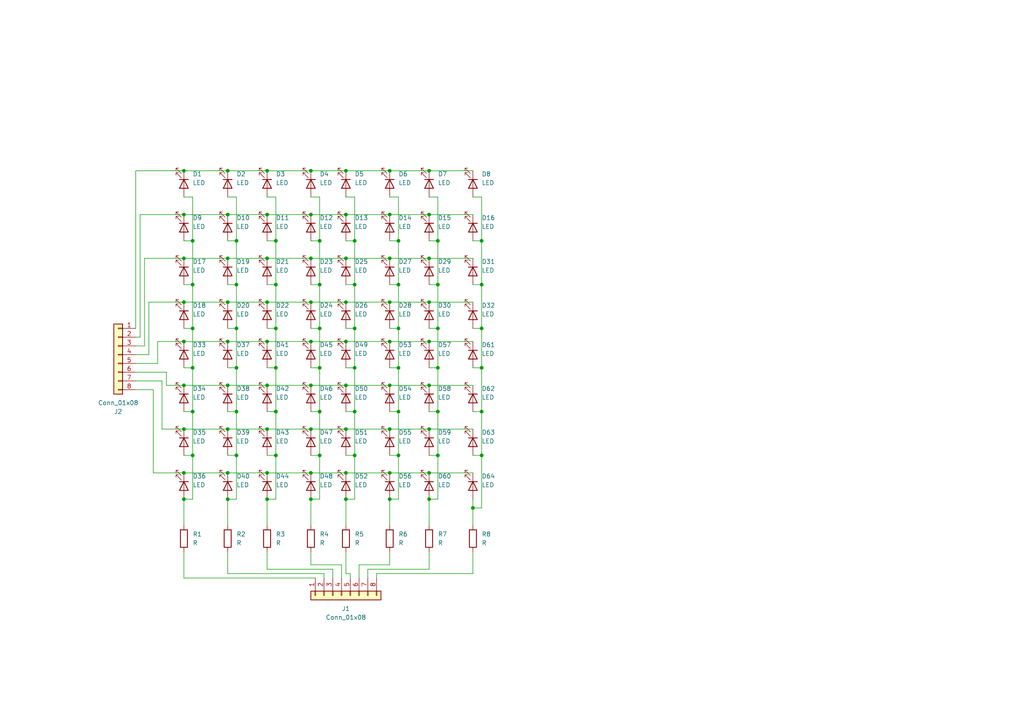
<source format=kicad_sch>
(kicad_sch
	(version 20250114)
	(generator "eeschema")
	(generator_version "9.0")
	(uuid "21080099-f265-4852-8897-8a2c27dc9dc2")
	(paper "A4")
	(lib_symbols
		(symbol "Connector_Generic:Conn_01x08"
			(pin_names
				(offset 1.016)
				(hide yes)
			)
			(exclude_from_sim no)
			(in_bom yes)
			(on_board yes)
			(property "Reference" "J"
				(at 0 10.16 0)
				(effects
					(font
						(size 1.27 1.27)
					)
				)
			)
			(property "Value" "Conn_01x08"
				(at 0 -12.7 0)
				(effects
					(font
						(size 1.27 1.27)
					)
				)
			)
			(property "Footprint" ""
				(at 0 0 0)
				(effects
					(font
						(size 1.27 1.27)
					)
					(hide yes)
				)
			)
			(property "Datasheet" "~"
				(at 0 0 0)
				(effects
					(font
						(size 1.27 1.27)
					)
					(hide yes)
				)
			)
			(property "Description" "Generic connector, single row, 01x08, script generated (kicad-library-utils/schlib/autogen/connector/)"
				(at 0 0 0)
				(effects
					(font
						(size 1.27 1.27)
					)
					(hide yes)
				)
			)
			(property "ki_keywords" "connector"
				(at 0 0 0)
				(effects
					(font
						(size 1.27 1.27)
					)
					(hide yes)
				)
			)
			(property "ki_fp_filters" "Connector*:*_1x??_*"
				(at 0 0 0)
				(effects
					(font
						(size 1.27 1.27)
					)
					(hide yes)
				)
			)
			(symbol "Conn_01x08_1_1"
				(rectangle
					(start -1.27 8.89)
					(end 1.27 -11.43)
					(stroke
						(width 0.254)
						(type default)
					)
					(fill
						(type background)
					)
				)
				(rectangle
					(start -1.27 7.747)
					(end 0 7.493)
					(stroke
						(width 0.1524)
						(type default)
					)
					(fill
						(type none)
					)
				)
				(rectangle
					(start -1.27 5.207)
					(end 0 4.953)
					(stroke
						(width 0.1524)
						(type default)
					)
					(fill
						(type none)
					)
				)
				(rectangle
					(start -1.27 2.667)
					(end 0 2.413)
					(stroke
						(width 0.1524)
						(type default)
					)
					(fill
						(type none)
					)
				)
				(rectangle
					(start -1.27 0.127)
					(end 0 -0.127)
					(stroke
						(width 0.1524)
						(type default)
					)
					(fill
						(type none)
					)
				)
				(rectangle
					(start -1.27 -2.413)
					(end 0 -2.667)
					(stroke
						(width 0.1524)
						(type default)
					)
					(fill
						(type none)
					)
				)
				(rectangle
					(start -1.27 -4.953)
					(end 0 -5.207)
					(stroke
						(width 0.1524)
						(type default)
					)
					(fill
						(type none)
					)
				)
				(rectangle
					(start -1.27 -7.493)
					(end 0 -7.747)
					(stroke
						(width 0.1524)
						(type default)
					)
					(fill
						(type none)
					)
				)
				(rectangle
					(start -1.27 -10.033)
					(end 0 -10.287)
					(stroke
						(width 0.1524)
						(type default)
					)
					(fill
						(type none)
					)
				)
				(pin passive line
					(at -5.08 7.62 0)
					(length 3.81)
					(name "Pin_1"
						(effects
							(font
								(size 1.27 1.27)
							)
						)
					)
					(number "1"
						(effects
							(font
								(size 1.27 1.27)
							)
						)
					)
				)
				(pin passive line
					(at -5.08 5.08 0)
					(length 3.81)
					(name "Pin_2"
						(effects
							(font
								(size 1.27 1.27)
							)
						)
					)
					(number "2"
						(effects
							(font
								(size 1.27 1.27)
							)
						)
					)
				)
				(pin passive line
					(at -5.08 2.54 0)
					(length 3.81)
					(name "Pin_3"
						(effects
							(font
								(size 1.27 1.27)
							)
						)
					)
					(number "3"
						(effects
							(font
								(size 1.27 1.27)
							)
						)
					)
				)
				(pin passive line
					(at -5.08 0 0)
					(length 3.81)
					(name "Pin_4"
						(effects
							(font
								(size 1.27 1.27)
							)
						)
					)
					(number "4"
						(effects
							(font
								(size 1.27 1.27)
							)
						)
					)
				)
				(pin passive line
					(at -5.08 -2.54 0)
					(length 3.81)
					(name "Pin_5"
						(effects
							(font
								(size 1.27 1.27)
							)
						)
					)
					(number "5"
						(effects
							(font
								(size 1.27 1.27)
							)
						)
					)
				)
				(pin passive line
					(at -5.08 -5.08 0)
					(length 3.81)
					(name "Pin_6"
						(effects
							(font
								(size 1.27 1.27)
							)
						)
					)
					(number "6"
						(effects
							(font
								(size 1.27 1.27)
							)
						)
					)
				)
				(pin passive line
					(at -5.08 -7.62 0)
					(length 3.81)
					(name "Pin_7"
						(effects
							(font
								(size 1.27 1.27)
							)
						)
					)
					(number "7"
						(effects
							(font
								(size 1.27 1.27)
							)
						)
					)
				)
				(pin passive line
					(at -5.08 -10.16 0)
					(length 3.81)
					(name "Pin_8"
						(effects
							(font
								(size 1.27 1.27)
							)
						)
					)
					(number "8"
						(effects
							(font
								(size 1.27 1.27)
							)
						)
					)
				)
			)
			(embedded_fonts no)
		)
		(symbol "Device:LED"
			(pin_numbers
				(hide yes)
			)
			(pin_names
				(offset 1.016)
				(hide yes)
			)
			(exclude_from_sim no)
			(in_bom yes)
			(on_board yes)
			(property "Reference" "D"
				(at 0 2.54 0)
				(effects
					(font
						(size 1.27 1.27)
					)
				)
			)
			(property "Value" "LED"
				(at 0 -2.54 0)
				(effects
					(font
						(size 1.27 1.27)
					)
				)
			)
			(property "Footprint" ""
				(at 0 0 0)
				(effects
					(font
						(size 1.27 1.27)
					)
					(hide yes)
				)
			)
			(property "Datasheet" "~"
				(at 0 0 0)
				(effects
					(font
						(size 1.27 1.27)
					)
					(hide yes)
				)
			)
			(property "Description" "Light emitting diode"
				(at 0 0 0)
				(effects
					(font
						(size 1.27 1.27)
					)
					(hide yes)
				)
			)
			(property "Sim.Pins" "1=K 2=A"
				(at 0 0 0)
				(effects
					(font
						(size 1.27 1.27)
					)
					(hide yes)
				)
			)
			(property "ki_keywords" "LED diode"
				(at 0 0 0)
				(effects
					(font
						(size 1.27 1.27)
					)
					(hide yes)
				)
			)
			(property "ki_fp_filters" "LED* LED_SMD:* LED_THT:*"
				(at 0 0 0)
				(effects
					(font
						(size 1.27 1.27)
					)
					(hide yes)
				)
			)
			(symbol "LED_0_1"
				(polyline
					(pts
						(xy -3.048 -0.762) (xy -4.572 -2.286) (xy -3.81 -2.286) (xy -4.572 -2.286) (xy -4.572 -1.524)
					)
					(stroke
						(width 0)
						(type default)
					)
					(fill
						(type none)
					)
				)
				(polyline
					(pts
						(xy -1.778 -0.762) (xy -3.302 -2.286) (xy -2.54 -2.286) (xy -3.302 -2.286) (xy -3.302 -1.524)
					)
					(stroke
						(width 0)
						(type default)
					)
					(fill
						(type none)
					)
				)
				(polyline
					(pts
						(xy -1.27 0) (xy 1.27 0)
					)
					(stroke
						(width 0)
						(type default)
					)
					(fill
						(type none)
					)
				)
				(polyline
					(pts
						(xy -1.27 -1.27) (xy -1.27 1.27)
					)
					(stroke
						(width 0.254)
						(type default)
					)
					(fill
						(type none)
					)
				)
				(polyline
					(pts
						(xy 1.27 -1.27) (xy 1.27 1.27) (xy -1.27 0) (xy 1.27 -1.27)
					)
					(stroke
						(width 0.254)
						(type default)
					)
					(fill
						(type none)
					)
				)
			)
			(symbol "LED_1_1"
				(pin passive line
					(at -3.81 0 0)
					(length 2.54)
					(name "K"
						(effects
							(font
								(size 1.27 1.27)
							)
						)
					)
					(number "1"
						(effects
							(font
								(size 1.27 1.27)
							)
						)
					)
				)
				(pin passive line
					(at 3.81 0 180)
					(length 2.54)
					(name "A"
						(effects
							(font
								(size 1.27 1.27)
							)
						)
					)
					(number "2"
						(effects
							(font
								(size 1.27 1.27)
							)
						)
					)
				)
			)
			(embedded_fonts no)
		)
		(symbol "Device:R"
			(pin_numbers
				(hide yes)
			)
			(pin_names
				(offset 0)
			)
			(exclude_from_sim no)
			(in_bom yes)
			(on_board yes)
			(property "Reference" "R"
				(at 2.032 0 90)
				(effects
					(font
						(size 1.27 1.27)
					)
				)
			)
			(property "Value" "R"
				(at 0 0 90)
				(effects
					(font
						(size 1.27 1.27)
					)
				)
			)
			(property "Footprint" ""
				(at -1.778 0 90)
				(effects
					(font
						(size 1.27 1.27)
					)
					(hide yes)
				)
			)
			(property "Datasheet" "~"
				(at 0 0 0)
				(effects
					(font
						(size 1.27 1.27)
					)
					(hide yes)
				)
			)
			(property "Description" "Resistor"
				(at 0 0 0)
				(effects
					(font
						(size 1.27 1.27)
					)
					(hide yes)
				)
			)
			(property "ki_keywords" "R res resistor"
				(at 0 0 0)
				(effects
					(font
						(size 1.27 1.27)
					)
					(hide yes)
				)
			)
			(property "ki_fp_filters" "R_*"
				(at 0 0 0)
				(effects
					(font
						(size 1.27 1.27)
					)
					(hide yes)
				)
			)
			(symbol "R_0_1"
				(rectangle
					(start -1.016 -2.54)
					(end 1.016 2.54)
					(stroke
						(width 0.254)
						(type default)
					)
					(fill
						(type none)
					)
				)
			)
			(symbol "R_1_1"
				(pin passive line
					(at 0 3.81 270)
					(length 1.27)
					(name "~"
						(effects
							(font
								(size 1.27 1.27)
							)
						)
					)
					(number "1"
						(effects
							(font
								(size 1.27 1.27)
							)
						)
					)
				)
				(pin passive line
					(at 0 -3.81 90)
					(length 1.27)
					(name "~"
						(effects
							(font
								(size 1.27 1.27)
							)
						)
					)
					(number "2"
						(effects
							(font
								(size 1.27 1.27)
							)
						)
					)
				)
			)
			(embedded_fonts no)
		)
	)
	(junction
		(at 53.34 62.23)
		(diameter 0)
		(color 0 0 0 0)
		(uuid "04d10c46-64b7-443e-b9ce-fdbf3f03dae8")
	)
	(junction
		(at 139.7 132.08)
		(diameter 0)
		(color 0 0 0 0)
		(uuid "0577bd5c-1b20-41dd-b53f-4e0abfcaf9a8")
	)
	(junction
		(at 102.87 95.25)
		(diameter 0)
		(color 0 0 0 0)
		(uuid "05f8fd28-aa4a-41c6-a04f-5bba9c97ee3d")
	)
	(junction
		(at 113.03 137.16)
		(diameter 0)
		(color 0 0 0 0)
		(uuid "0cc3fb71-973c-40ae-9899-db39323ea039")
	)
	(junction
		(at 90.17 144.78)
		(diameter 0)
		(color 0 0 0 0)
		(uuid "0cf5815a-097d-4ef4-b562-b5e0513fac8f")
	)
	(junction
		(at 80.01 106.68)
		(diameter 0)
		(color 0 0 0 0)
		(uuid "109e91a7-6655-4538-a7c7-0ce8046bc97d")
	)
	(junction
		(at 66.04 87.63)
		(diameter 0)
		(color 0 0 0 0)
		(uuid "10d5442a-fa2c-49fd-a7e2-2e7d31856eba")
	)
	(junction
		(at 90.17 99.06)
		(diameter 0)
		(color 0 0 0 0)
		(uuid "12f27589-d5fd-42d9-b1e4-1fcd9baef092")
	)
	(junction
		(at 66.04 144.78)
		(diameter 0)
		(color 0 0 0 0)
		(uuid "13f27583-2336-41b3-93d9-1fc7c5771f80")
	)
	(junction
		(at 55.88 119.38)
		(diameter 0)
		(color 0 0 0 0)
		(uuid "1bb2d85a-aa0a-459f-be60-1a45a9ea2400")
	)
	(junction
		(at 77.47 137.16)
		(diameter 0)
		(color 0 0 0 0)
		(uuid "1d4f54f9-86f8-4f30-90e8-5a24c3df8c1e")
	)
	(junction
		(at 124.46 144.78)
		(diameter 0)
		(color 0 0 0 0)
		(uuid "1f518530-8520-4ee2-8f0e-4505aeb7ed37")
	)
	(junction
		(at 113.03 87.63)
		(diameter 0)
		(color 0 0 0 0)
		(uuid "1fa47e88-78bb-4739-8680-b8db772a497f")
	)
	(junction
		(at 90.17 49.53)
		(diameter 0)
		(color 0 0 0 0)
		(uuid "200f6326-3299-4c54-9343-4ab49f079c1f")
	)
	(junction
		(at 127 106.68)
		(diameter 0)
		(color 0 0 0 0)
		(uuid "22d8398e-8ccc-49d3-9db0-d9e2b83e5dc4")
	)
	(junction
		(at 124.46 74.93)
		(diameter 0)
		(color 0 0 0 0)
		(uuid "23054093-d9ab-4681-8c52-f37ecb58696a")
	)
	(junction
		(at 139.7 106.68)
		(diameter 0)
		(color 0 0 0 0)
		(uuid "2880d766-7251-474f-98f1-45995a4629d8")
	)
	(junction
		(at 55.88 132.08)
		(diameter 0)
		(color 0 0 0 0)
		(uuid "2a9383e8-18ee-42c0-b0f0-17418fb0955d")
	)
	(junction
		(at 68.58 119.38)
		(diameter 0)
		(color 0 0 0 0)
		(uuid "2b80a3df-f5ba-453c-9cf0-1f3636d6408e")
	)
	(junction
		(at 139.7 69.85)
		(diameter 0)
		(color 0 0 0 0)
		(uuid "2c9fd2c7-6629-425e-8ed0-1a0fe0511b66")
	)
	(junction
		(at 77.47 124.46)
		(diameter 0)
		(color 0 0 0 0)
		(uuid "2f83f77e-92c5-4aaf-9e74-0610503625bc")
	)
	(junction
		(at 90.17 111.76)
		(diameter 0)
		(color 0 0 0 0)
		(uuid "3504def9-11d4-4bbf-939f-6fefaf80228c")
	)
	(junction
		(at 66.04 99.06)
		(diameter 0)
		(color 0 0 0 0)
		(uuid "35a6a4b9-dcf4-489e-b811-f0daab71c8c9")
	)
	(junction
		(at 124.46 124.46)
		(diameter 0)
		(color 0 0 0 0)
		(uuid "3663bb0e-1b85-4c74-94df-dd2da55a3aaa")
	)
	(junction
		(at 80.01 132.08)
		(diameter 0)
		(color 0 0 0 0)
		(uuid "36fbf726-1ef5-4e8a-8c66-ca591f450579")
	)
	(junction
		(at 90.17 87.63)
		(diameter 0)
		(color 0 0 0 0)
		(uuid "3986521d-6f21-408b-9334-7ffa89712b48")
	)
	(junction
		(at 127 69.85)
		(diameter 0)
		(color 0 0 0 0)
		(uuid "3bf79544-88a4-4205-b0d8-7f949fac4ca0")
	)
	(junction
		(at 90.17 74.93)
		(diameter 0)
		(color 0 0 0 0)
		(uuid "3cb00317-075a-4e74-91e6-9b65dc282eb7")
	)
	(junction
		(at 137.16 147.32)
		(diameter 0)
		(color 0 0 0 0)
		(uuid "43003807-de2b-4bd0-9a82-263f18b7911d")
	)
	(junction
		(at 92.71 82.55)
		(diameter 0)
		(color 0 0 0 0)
		(uuid "46338572-a906-41af-9266-0a21778931e5")
	)
	(junction
		(at 80.01 95.25)
		(diameter 0)
		(color 0 0 0 0)
		(uuid "46c0d7d2-3bbc-4125-97c2-5f40281f40f1")
	)
	(junction
		(at 53.34 124.46)
		(diameter 0)
		(color 0 0 0 0)
		(uuid "46c84b9c-2bbc-4a6e-af05-02cca08e6346")
	)
	(junction
		(at 92.71 132.08)
		(diameter 0)
		(color 0 0 0 0)
		(uuid "489012d7-9cac-4000-84f3-6c97632b21e5")
	)
	(junction
		(at 102.87 132.08)
		(diameter 0)
		(color 0 0 0 0)
		(uuid "49a662d2-e468-472c-9197-9b9fb64c06a3")
	)
	(junction
		(at 66.04 74.93)
		(diameter 0)
		(color 0 0 0 0)
		(uuid "4b27c384-bca4-496d-b776-28df62cd677d")
	)
	(junction
		(at 66.04 137.16)
		(diameter 0)
		(color 0 0 0 0)
		(uuid "4f0955b5-3c81-4999-955e-d3ddf6606502")
	)
	(junction
		(at 113.03 111.76)
		(diameter 0)
		(color 0 0 0 0)
		(uuid "4fbc7820-4865-47ec-ade0-ec16a1d8bc2b")
	)
	(junction
		(at 77.47 99.06)
		(diameter 0)
		(color 0 0 0 0)
		(uuid "516842ea-78d6-4da8-97f7-b27454ff5c00")
	)
	(junction
		(at 68.58 95.25)
		(diameter 0)
		(color 0 0 0 0)
		(uuid "527e6c0b-33c3-44aa-8575-e257a2b8685d")
	)
	(junction
		(at 115.57 106.68)
		(diameter 0)
		(color 0 0 0 0)
		(uuid "54a48758-604b-49d5-9d17-02d4e8c4d259")
	)
	(junction
		(at 55.88 69.85)
		(diameter 0)
		(color 0 0 0 0)
		(uuid "55ec4aa5-b8d7-4785-9375-ef8cb0ae27df")
	)
	(junction
		(at 66.04 111.76)
		(diameter 0)
		(color 0 0 0 0)
		(uuid "591139a2-6b27-408e-a504-5e660e63cfc6")
	)
	(junction
		(at 55.88 82.55)
		(diameter 0)
		(color 0 0 0 0)
		(uuid "5ebaeb2b-9c33-4e82-bbcc-bc4c902140a9")
	)
	(junction
		(at 113.03 62.23)
		(diameter 0)
		(color 0 0 0 0)
		(uuid "6166f76b-19c7-41a0-bd3d-bfec8d211964")
	)
	(junction
		(at 115.57 119.38)
		(diameter 0)
		(color 0 0 0 0)
		(uuid "62d8b1a2-7872-41dd-bdd0-aad90eaaa403")
	)
	(junction
		(at 102.87 69.85)
		(diameter 0)
		(color 0 0 0 0)
		(uuid "67d98e01-67f3-4f00-8a29-aa407f688a11")
	)
	(junction
		(at 80.01 119.38)
		(diameter 0)
		(color 0 0 0 0)
		(uuid "6c8842cd-33b0-4d41-9117-867c65b44b82")
	)
	(junction
		(at 66.04 49.53)
		(diameter 0)
		(color 0 0 0 0)
		(uuid "6e7a64f8-7392-44ec-8578-b4f9f8ddfb8c")
	)
	(junction
		(at 55.88 95.25)
		(diameter 0)
		(color 0 0 0 0)
		(uuid "6ed21f51-f37e-42a3-b780-5c142739efaa")
	)
	(junction
		(at 68.58 132.08)
		(diameter 0)
		(color 0 0 0 0)
		(uuid "6f103bbd-c6a7-4576-bed8-3451e2d6b696")
	)
	(junction
		(at 139.7 82.55)
		(diameter 0)
		(color 0 0 0 0)
		(uuid "77d189ef-a3be-4e44-a5dd-abaf0056a317")
	)
	(junction
		(at 100.33 62.23)
		(diameter 0)
		(color 0 0 0 0)
		(uuid "7b86f19f-13e8-4caa-9ada-b4c27f394b11")
	)
	(junction
		(at 53.34 99.06)
		(diameter 0)
		(color 0 0 0 0)
		(uuid "7ef81bec-1629-4ca1-9b0c-85f4e5196bde")
	)
	(junction
		(at 68.58 82.55)
		(diameter 0)
		(color 0 0 0 0)
		(uuid "7fa48ee5-9a96-44e2-814c-e669d6e58adf")
	)
	(junction
		(at 77.47 87.63)
		(diameter 0)
		(color 0 0 0 0)
		(uuid "7fd0510b-c329-4e6b-bbfd-f745ed326e62")
	)
	(junction
		(at 115.57 132.08)
		(diameter 0)
		(color 0 0 0 0)
		(uuid "80715212-96f7-4c02-838f-f529c8e45fa7")
	)
	(junction
		(at 100.33 74.93)
		(diameter 0)
		(color 0 0 0 0)
		(uuid "827c04ee-d00e-4d1d-aef6-2b773b7c71a9")
	)
	(junction
		(at 115.57 69.85)
		(diameter 0)
		(color 0 0 0 0)
		(uuid "866aca10-ea7d-43ce-b8c2-dfa99668b68f")
	)
	(junction
		(at 124.46 62.23)
		(diameter 0)
		(color 0 0 0 0)
		(uuid "86810d60-612c-466c-ad10-7dbc1daed3af")
	)
	(junction
		(at 113.03 74.93)
		(diameter 0)
		(color 0 0 0 0)
		(uuid "881b2329-2d10-4c70-b1a1-dc462918a390")
	)
	(junction
		(at 102.87 119.38)
		(diameter 0)
		(color 0 0 0 0)
		(uuid "892ae17f-950a-4b8d-b62c-ca1c9e9e9aad")
	)
	(junction
		(at 80.01 69.85)
		(diameter 0)
		(color 0 0 0 0)
		(uuid "89f21d66-0edf-4faf-933b-0066bd0c4605")
	)
	(junction
		(at 100.33 137.16)
		(diameter 0)
		(color 0 0 0 0)
		(uuid "8d481597-4e6d-4997-bfb9-5842be1fc0fc")
	)
	(junction
		(at 124.46 99.06)
		(diameter 0)
		(color 0 0 0 0)
		(uuid "90ea4bed-5293-4966-b1cf-a0f718a403a7")
	)
	(junction
		(at 113.03 144.78)
		(diameter 0)
		(color 0 0 0 0)
		(uuid "95c917e1-4d9c-4cdc-8f4e-30f4cc103d15")
	)
	(junction
		(at 77.47 74.93)
		(diameter 0)
		(color 0 0 0 0)
		(uuid "9970c6fb-4e0c-452c-867f-ca5084e668e8")
	)
	(junction
		(at 53.34 87.63)
		(diameter 0)
		(color 0 0 0 0)
		(uuid "99d1b26b-63a2-427f-b099-953b62818309")
	)
	(junction
		(at 53.34 74.93)
		(diameter 0)
		(color 0 0 0 0)
		(uuid "9a181b5c-7ce6-44c4-9189-7ae1484ce20f")
	)
	(junction
		(at 102.87 82.55)
		(diameter 0)
		(color 0 0 0 0)
		(uuid "9a5416cb-92ef-490d-a90c-75c4108ceca0")
	)
	(junction
		(at 124.46 137.16)
		(diameter 0)
		(color 0 0 0 0)
		(uuid "9c483058-a554-4fd0-936a-f1d6588cd433")
	)
	(junction
		(at 113.03 49.53)
		(diameter 0)
		(color 0 0 0 0)
		(uuid "a0ba1895-094e-4438-9254-c64ba75bf882")
	)
	(junction
		(at 92.71 69.85)
		(diameter 0)
		(color 0 0 0 0)
		(uuid "a3dcdd5a-e54a-4ae6-b0e0-4ced8484d08f")
	)
	(junction
		(at 77.47 49.53)
		(diameter 0)
		(color 0 0 0 0)
		(uuid "a47af641-c0bf-404d-aac9-a5db6207a65b")
	)
	(junction
		(at 115.57 82.55)
		(diameter 0)
		(color 0 0 0 0)
		(uuid "a655372d-5a19-41a7-83c6-4cf8061d5988")
	)
	(junction
		(at 77.47 111.76)
		(diameter 0)
		(color 0 0 0 0)
		(uuid "a99eaaa6-a6f8-40df-81f6-a1875fc7fc33")
	)
	(junction
		(at 53.34 137.16)
		(diameter 0)
		(color 0 0 0 0)
		(uuid "ab784e7e-cdb8-41f7-8b83-a06ff306893d")
	)
	(junction
		(at 115.57 95.25)
		(diameter 0)
		(color 0 0 0 0)
		(uuid "adb3ac64-8a26-48e8-b338-ebba0ac2c9a1")
	)
	(junction
		(at 113.03 99.06)
		(diameter 0)
		(color 0 0 0 0)
		(uuid "b24ca3f3-7a23-4428-aa46-a8ee044c77ee")
	)
	(junction
		(at 100.33 124.46)
		(diameter 0)
		(color 0 0 0 0)
		(uuid "b4ef5614-64a6-4004-8359-8efd60036905")
	)
	(junction
		(at 80.01 82.55)
		(diameter 0)
		(color 0 0 0 0)
		(uuid "b67699e0-5213-4c9f-a6d5-04e90006bea6")
	)
	(junction
		(at 100.33 87.63)
		(diameter 0)
		(color 0 0 0 0)
		(uuid "b6c18da5-7f2a-4876-950a-ece9ffe410f2")
	)
	(junction
		(at 124.46 87.63)
		(diameter 0)
		(color 0 0 0 0)
		(uuid "b78e34f2-393e-4430-8fac-ae3962739023")
	)
	(junction
		(at 100.33 144.78)
		(diameter 0)
		(color 0 0 0 0)
		(uuid "b99a9234-ee36-4827-a416-40876b929043")
	)
	(junction
		(at 100.33 49.53)
		(diameter 0)
		(color 0 0 0 0)
		(uuid "bb5d45dc-c5cc-4f53-911b-0742e90975ea")
	)
	(junction
		(at 124.46 49.53)
		(diameter 0)
		(color 0 0 0 0)
		(uuid "bbc12712-5c4f-4924-9c02-a85c54e6e326")
	)
	(junction
		(at 139.7 119.38)
		(diameter 0)
		(color 0 0 0 0)
		(uuid "c0b0f285-5c5f-48bf-81ff-44edade6d0b8")
	)
	(junction
		(at 92.71 106.68)
		(diameter 0)
		(color 0 0 0 0)
		(uuid "c19fc9d4-1ae6-4d42-bbd0-462b021785ce")
	)
	(junction
		(at 90.17 124.46)
		(diameter 0)
		(color 0 0 0 0)
		(uuid "c1aefcc6-2759-496d-9a2e-f17277477057")
	)
	(junction
		(at 92.71 95.25)
		(diameter 0)
		(color 0 0 0 0)
		(uuid "c7d0a74b-d98c-40b3-82a5-2f990dec181c")
	)
	(junction
		(at 66.04 124.46)
		(diameter 0)
		(color 0 0 0 0)
		(uuid "c7e33757-c8ad-4c12-b6db-868e333e20d5")
	)
	(junction
		(at 127 119.38)
		(diameter 0)
		(color 0 0 0 0)
		(uuid "c9582715-11fb-47ec-b8c4-4ba44f7edf26")
	)
	(junction
		(at 100.33 99.06)
		(diameter 0)
		(color 0 0 0 0)
		(uuid "cab7fe41-088e-4569-b13b-1cb73a43e472")
	)
	(junction
		(at 68.58 106.68)
		(diameter 0)
		(color 0 0 0 0)
		(uuid "cc461f23-a7bb-42a7-919e-691025751df3")
	)
	(junction
		(at 124.46 111.76)
		(diameter 0)
		(color 0 0 0 0)
		(uuid "ccd07fb7-6034-4b6b-8c12-dfd839250c7d")
	)
	(junction
		(at 53.34 111.76)
		(diameter 0)
		(color 0 0 0 0)
		(uuid "cd98af75-f299-499c-be5e-f8f529e376da")
	)
	(junction
		(at 77.47 144.78)
		(diameter 0)
		(color 0 0 0 0)
		(uuid "d03bc201-bc50-4fd0-a9b4-99b93bd4e155")
	)
	(junction
		(at 92.71 119.38)
		(diameter 0)
		(color 0 0 0 0)
		(uuid "d085d891-4706-480a-b27c-a9b1a6e50950")
	)
	(junction
		(at 66.04 62.23)
		(diameter 0)
		(color 0 0 0 0)
		(uuid "d943526f-5578-4d76-8838-3c715a2637c7")
	)
	(junction
		(at 127 95.25)
		(diameter 0)
		(color 0 0 0 0)
		(uuid "da854510-f710-4c67-813d-fc4bc18563df")
	)
	(junction
		(at 53.34 49.53)
		(diameter 0)
		(color 0 0 0 0)
		(uuid "da8e7934-7e0b-4a27-8c06-0f3fe59489d1")
	)
	(junction
		(at 90.17 62.23)
		(diameter 0)
		(color 0 0 0 0)
		(uuid "db602d18-cda8-4a61-9a9e-3d4650a2cd6a")
	)
	(junction
		(at 77.47 62.23)
		(diameter 0)
		(color 0 0 0 0)
		(uuid "db7097ef-1995-429c-813b-ab41578b04cf")
	)
	(junction
		(at 100.33 111.76)
		(diameter 0)
		(color 0 0 0 0)
		(uuid "e8416419-ae35-4445-a564-8a28313b71df")
	)
	(junction
		(at 113.03 124.46)
		(diameter 0)
		(color 0 0 0 0)
		(uuid "eda9d2b7-d3a2-4470-a185-5b4c32f2b2fc")
	)
	(junction
		(at 90.17 137.16)
		(diameter 0)
		(color 0 0 0 0)
		(uuid "f0f505a0-82b3-4d04-96b3-7dbb3c33e29c")
	)
	(junction
		(at 53.34 144.78)
		(diameter 0)
		(color 0 0 0 0)
		(uuid "f1361d8d-5d8a-4cc7-a681-9c462c19db62")
	)
	(junction
		(at 102.87 106.68)
		(diameter 0)
		(color 0 0 0 0)
		(uuid "f145e2dc-d323-46e7-8c36-c39d7fc55933")
	)
	(junction
		(at 127 82.55)
		(diameter 0)
		(color 0 0 0 0)
		(uuid "f70631e7-46db-45f1-ac97-12ae0224c4f5")
	)
	(junction
		(at 139.7 95.25)
		(diameter 0)
		(color 0 0 0 0)
		(uuid "f90056eb-3c70-47bc-80fa-82fb94d90a8a")
	)
	(junction
		(at 68.58 69.85)
		(diameter 0)
		(color 0 0 0 0)
		(uuid "fa881836-9306-4034-a2d3-5a482086f7c6")
	)
	(junction
		(at 127 132.08)
		(diameter 0)
		(color 0 0 0 0)
		(uuid "fd2c34bd-7840-40b2-993d-0958ca5f69f2")
	)
	(junction
		(at 55.88 106.68)
		(diameter 0)
		(color 0 0 0 0)
		(uuid "fd930a8f-4621-4aae-8108-b1bdf7e5317f")
	)
	(wire
		(pts
			(xy 96.52 165.1) (xy 77.47 165.1)
		)
		(stroke
			(width 0)
			(type default)
		)
		(uuid "018d9c54-3881-46ef-af14-e04169c03517")
	)
	(wire
		(pts
			(xy 102.87 82.55) (xy 102.87 69.85)
		)
		(stroke
			(width 0)
			(type default)
		)
		(uuid "027d0a73-c025-4c91-9ccd-96d0e9322e30")
	)
	(wire
		(pts
			(xy 127 57.15) (xy 127 69.85)
		)
		(stroke
			(width 0)
			(type default)
		)
		(uuid "02cc0483-8c2c-4a1f-b6d2-effd8f26d47f")
	)
	(wire
		(pts
			(xy 99.06 167.64) (xy 99.06 163.83)
		)
		(stroke
			(width 0)
			(type default)
		)
		(uuid "03c55cca-de22-4ee2-a57c-8e5055da6c0e")
	)
	(wire
		(pts
			(xy 68.58 106.68) (xy 68.58 95.25)
		)
		(stroke
			(width 0)
			(type default)
		)
		(uuid "05788d6d-69c5-48cc-963d-b9eb57be621c")
	)
	(wire
		(pts
			(xy 90.17 87.63) (xy 100.33 87.63)
		)
		(stroke
			(width 0)
			(type default)
		)
		(uuid "05ae11a9-e35d-4bf2-b5c5-ea3051166ad5")
	)
	(wire
		(pts
			(xy 92.71 106.68) (xy 90.17 106.68)
		)
		(stroke
			(width 0)
			(type default)
		)
		(uuid "0643c8db-c587-49f6-b3f3-a738591e7ab0")
	)
	(wire
		(pts
			(xy 55.88 95.25) (xy 55.88 82.55)
		)
		(stroke
			(width 0)
			(type default)
		)
		(uuid "0a00c040-e8bb-4e38-8995-5f16e8b7a68c")
	)
	(wire
		(pts
			(xy 124.46 144.78) (xy 127 144.78)
		)
		(stroke
			(width 0)
			(type default)
		)
		(uuid "0adb0af2-f7a3-4bd7-a8a8-30cca448622a")
	)
	(wire
		(pts
			(xy 100.33 111.76) (xy 113.03 111.76)
		)
		(stroke
			(width 0)
			(type default)
		)
		(uuid "0bd889c1-5f61-4e5b-878f-2ef95848601f")
	)
	(wire
		(pts
			(xy 92.71 82.55) (xy 90.17 82.55)
		)
		(stroke
			(width 0)
			(type default)
		)
		(uuid "0f294e95-edc8-4920-85a4-8361651fa5ab")
	)
	(wire
		(pts
			(xy 92.71 57.15) (xy 90.17 57.15)
		)
		(stroke
			(width 0)
			(type default)
		)
		(uuid "0f2b89b5-7487-4cb7-8378-e9e18c97b028")
	)
	(wire
		(pts
			(xy 92.71 119.38) (xy 92.71 106.68)
		)
		(stroke
			(width 0)
			(type default)
		)
		(uuid "0fae94b2-f4e7-4e14-a844-fc84293985d5")
	)
	(wire
		(pts
			(xy 102.87 132.08) (xy 102.87 119.38)
		)
		(stroke
			(width 0)
			(type default)
		)
		(uuid "0fc52a7c-ba9e-46b8-89e1-385586ef4c21")
	)
	(wire
		(pts
			(xy 137.16 144.78) (xy 137.16 147.32)
		)
		(stroke
			(width 0)
			(type default)
		)
		(uuid "101b4963-4ba6-4805-a4d3-bd5093fe15c3")
	)
	(wire
		(pts
			(xy 93.98 166.37) (xy 66.04 166.37)
		)
		(stroke
			(width 0)
			(type default)
		)
		(uuid "1294258f-e5e9-4128-9c0d-5d6288c372fc")
	)
	(wire
		(pts
			(xy 90.17 99.06) (xy 100.33 99.06)
		)
		(stroke
			(width 0)
			(type default)
		)
		(uuid "13832598-17e0-40e6-9d28-3e9c467a7117")
	)
	(wire
		(pts
			(xy 124.46 87.63) (xy 137.16 87.63)
		)
		(stroke
			(width 0)
			(type default)
		)
		(uuid "13a93571-e736-41cc-8530-27f9d872c62f")
	)
	(wire
		(pts
			(xy 55.88 119.38) (xy 55.88 106.68)
		)
		(stroke
			(width 0)
			(type default)
		)
		(uuid "14867a74-df1d-4557-8330-eaadfbed1dfb")
	)
	(wire
		(pts
			(xy 124.46 99.06) (xy 137.16 99.06)
		)
		(stroke
			(width 0)
			(type default)
		)
		(uuid "15f48a4a-0999-4aea-b746-6fe642a8a6cc")
	)
	(wire
		(pts
			(xy 41.91 74.93) (xy 53.34 74.93)
		)
		(stroke
			(width 0)
			(type default)
		)
		(uuid "1a42d8f7-738a-488c-b82b-75a038d5849b")
	)
	(wire
		(pts
			(xy 115.57 95.25) (xy 115.57 82.55)
		)
		(stroke
			(width 0)
			(type default)
		)
		(uuid "1b8d231b-cc54-4296-b026-7e32d4198c14")
	)
	(wire
		(pts
			(xy 124.46 144.78) (xy 124.46 152.4)
		)
		(stroke
			(width 0)
			(type default)
		)
		(uuid "1d46242a-a7d3-46f6-a0ad-8b7565382d7c")
	)
	(wire
		(pts
			(xy 80.01 106.68) (xy 80.01 95.25)
		)
		(stroke
			(width 0)
			(type default)
		)
		(uuid "1e539ade-b5a9-451d-bf34-f33c30ebe224")
	)
	(wire
		(pts
			(xy 100.33 49.53) (xy 113.03 49.53)
		)
		(stroke
			(width 0)
			(type default)
		)
		(uuid "1e945f04-3ee6-45cd-81a4-36d8a1811086")
	)
	(wire
		(pts
			(xy 102.87 69.85) (xy 102.87 57.15)
		)
		(stroke
			(width 0)
			(type default)
		)
		(uuid "22ab27ff-384c-4d38-9847-92466aabb765")
	)
	(wire
		(pts
			(xy 66.04 87.63) (xy 77.47 87.63)
		)
		(stroke
			(width 0)
			(type default)
		)
		(uuid "25927e13-85a8-407a-8ab5-a578da81f26e")
	)
	(wire
		(pts
			(xy 100.33 137.16) (xy 113.03 137.16)
		)
		(stroke
			(width 0)
			(type default)
		)
		(uuid "260c3d38-97ae-45fd-a760-c0297940fb69")
	)
	(wire
		(pts
			(xy 92.71 144.78) (xy 92.71 132.08)
		)
		(stroke
			(width 0)
			(type default)
		)
		(uuid "26e4fe30-57b3-44a3-bb24-dca4fcfa6b46")
	)
	(wire
		(pts
			(xy 66.04 160.02) (xy 66.04 166.37)
		)
		(stroke
			(width 0)
			(type default)
		)
		(uuid "27cb67bd-421b-4599-9c0c-9a0ede6b052b")
	)
	(wire
		(pts
			(xy 102.87 132.08) (xy 100.33 132.08)
		)
		(stroke
			(width 0)
			(type default)
		)
		(uuid "27f744c1-fa32-4adf-a14a-3dab5bafb72d")
	)
	(wire
		(pts
			(xy 92.71 95.25) (xy 92.71 82.55)
		)
		(stroke
			(width 0)
			(type default)
		)
		(uuid "280d2d2d-be57-425f-85f1-1f2fd636cec3")
	)
	(wire
		(pts
			(xy 139.7 82.55) (xy 139.7 95.25)
		)
		(stroke
			(width 0)
			(type default)
		)
		(uuid "28b73075-676a-4156-8388-76f48cd6e5bf")
	)
	(wire
		(pts
			(xy 137.16 132.08) (xy 139.7 132.08)
		)
		(stroke
			(width 0)
			(type default)
		)
		(uuid "2a40f829-524b-4b45-bae5-f3260d653158")
	)
	(wire
		(pts
			(xy 77.47 144.78) (xy 77.47 152.4)
		)
		(stroke
			(width 0)
			(type default)
		)
		(uuid "2b72968c-6ccf-4a84-96fd-7b488316292b")
	)
	(wire
		(pts
			(xy 100.33 87.63) (xy 113.03 87.63)
		)
		(stroke
			(width 0)
			(type default)
		)
		(uuid "2c4a3a1d-7dd3-471b-82af-3bb0f4422397")
	)
	(wire
		(pts
			(xy 113.03 49.53) (xy 124.46 49.53)
		)
		(stroke
			(width 0)
			(type default)
		)
		(uuid "2deed2aa-78b3-4695-a23f-438c9bdc09db")
	)
	(wire
		(pts
			(xy 77.47 111.76) (xy 90.17 111.76)
		)
		(stroke
			(width 0)
			(type default)
		)
		(uuid "2e489cfc-0724-4590-a080-770152605082")
	)
	(wire
		(pts
			(xy 55.88 132.08) (xy 55.88 119.38)
		)
		(stroke
			(width 0)
			(type default)
		)
		(uuid "2e77fab6-4201-4cd5-bce2-d8ccf5c34794")
	)
	(wire
		(pts
			(xy 137.16 69.85) (xy 139.7 69.85)
		)
		(stroke
			(width 0)
			(type default)
		)
		(uuid "2f323cc2-6104-47fe-a3c6-5351664ca529")
	)
	(wire
		(pts
			(xy 137.16 160.02) (xy 137.16 166.37)
		)
		(stroke
			(width 0)
			(type default)
		)
		(uuid "2f3ec0bc-6fcf-4e90-9f49-50a8a4a2a9b7")
	)
	(wire
		(pts
			(xy 53.34 167.64) (xy 53.34 160.02)
		)
		(stroke
			(width 0)
			(type default)
		)
		(uuid "2f575428-030b-4f75-991e-3bc0b0304840")
	)
	(wire
		(pts
			(xy 92.71 106.68) (xy 92.71 95.25)
		)
		(stroke
			(width 0)
			(type default)
		)
		(uuid "316f232e-9453-405c-abbb-4a5d3ca7b3ce")
	)
	(wire
		(pts
			(xy 100.33 166.37) (xy 100.33 160.02)
		)
		(stroke
			(width 0)
			(type default)
		)
		(uuid "32586923-830f-42fa-8935-30b37cacfaa5")
	)
	(wire
		(pts
			(xy 77.47 74.93) (xy 90.17 74.93)
		)
		(stroke
			(width 0)
			(type default)
		)
		(uuid "34130b3b-b6ab-40ff-bd79-1b519d29c12f")
	)
	(wire
		(pts
			(xy 115.57 144.78) (xy 115.57 132.08)
		)
		(stroke
			(width 0)
			(type default)
		)
		(uuid "34347e5b-6683-4e03-80e9-2926d7434ff4")
	)
	(wire
		(pts
			(xy 102.87 57.15) (xy 100.33 57.15)
		)
		(stroke
			(width 0)
			(type default)
		)
		(uuid "37b7d7ed-278f-4e95-8388-9d3c487955de")
	)
	(wire
		(pts
			(xy 66.04 99.06) (xy 77.47 99.06)
		)
		(stroke
			(width 0)
			(type default)
		)
		(uuid "37ee982a-89e1-445c-8914-28b35697c5cf")
	)
	(wire
		(pts
			(xy 115.57 106.68) (xy 115.57 95.25)
		)
		(stroke
			(width 0)
			(type default)
		)
		(uuid "39751497-c1b1-4477-9ccf-32c6ea124986")
	)
	(wire
		(pts
			(xy 100.33 124.46) (xy 113.03 124.46)
		)
		(stroke
			(width 0)
			(type default)
		)
		(uuid "3b555710-0af3-4a6d-af52-cf1ff1d11f25")
	)
	(wire
		(pts
			(xy 77.47 69.85) (xy 80.01 69.85)
		)
		(stroke
			(width 0)
			(type default)
		)
		(uuid "3b92adc9-1e17-4b16-a97c-f75cc32d7a9d")
	)
	(wire
		(pts
			(xy 115.57 82.55) (xy 115.57 69.85)
		)
		(stroke
			(width 0)
			(type default)
		)
		(uuid "3cef9a6c-2539-43d7-a7e2-893cc3e46a23")
	)
	(wire
		(pts
			(xy 68.58 119.38) (xy 66.04 119.38)
		)
		(stroke
			(width 0)
			(type default)
		)
		(uuid "3d2e3537-4d0f-4520-8836-1b8f84fcd365")
	)
	(wire
		(pts
			(xy 113.03 99.06) (xy 124.46 99.06)
		)
		(stroke
			(width 0)
			(type default)
		)
		(uuid "3d4466d0-98f8-4532-be6c-600bc3ac3b9b")
	)
	(wire
		(pts
			(xy 68.58 69.85) (xy 68.58 57.15)
		)
		(stroke
			(width 0)
			(type default)
		)
		(uuid "3e0f0043-4daa-4419-9688-35a59eed2aea")
	)
	(wire
		(pts
			(xy 68.58 144.78) (xy 68.58 132.08)
		)
		(stroke
			(width 0)
			(type default)
		)
		(uuid "3ee07728-1b85-49fc-bd32-dbec704e10c4")
	)
	(wire
		(pts
			(xy 68.58 82.55) (xy 66.04 82.55)
		)
		(stroke
			(width 0)
			(type default)
		)
		(uuid "3fbe5804-11b0-4a07-ad52-de982ff790d8")
	)
	(wire
		(pts
			(xy 55.88 69.85) (xy 53.34 69.85)
		)
		(stroke
			(width 0)
			(type default)
		)
		(uuid "41615ab6-4e77-47ac-84da-0eefe451e462")
	)
	(wire
		(pts
			(xy 80.01 132.08) (xy 77.47 132.08)
		)
		(stroke
			(width 0)
			(type default)
		)
		(uuid "41d0dbe1-b0cd-4b40-b99b-40cde1b04391")
	)
	(wire
		(pts
			(xy 124.46 124.46) (xy 137.16 124.46)
		)
		(stroke
			(width 0)
			(type default)
		)
		(uuid "42c0dcf4-6ab3-4f6b-825e-b1396e774984")
	)
	(wire
		(pts
			(xy 80.01 82.55) (xy 80.01 69.85)
		)
		(stroke
			(width 0)
			(type default)
		)
		(uuid "43272602-a75f-47a7-ad26-5d9e7778bf46")
	)
	(wire
		(pts
			(xy 68.58 82.55) (xy 68.58 69.85)
		)
		(stroke
			(width 0)
			(type default)
		)
		(uuid "432d492f-a4e3-4967-ac56-f91eeb279d69")
	)
	(wire
		(pts
			(xy 102.87 69.85) (xy 100.33 69.85)
		)
		(stroke
			(width 0)
			(type default)
		)
		(uuid "439e14f5-8f37-49ad-b0c0-fc571dd0c69d")
	)
	(wire
		(pts
			(xy 53.34 62.23) (xy 66.04 62.23)
		)
		(stroke
			(width 0)
			(type default)
		)
		(uuid "43a5cbc2-df0f-4fc2-8896-5c9cba4dbf88")
	)
	(wire
		(pts
			(xy 77.47 99.06) (xy 90.17 99.06)
		)
		(stroke
			(width 0)
			(type default)
		)
		(uuid "43d88b39-2d09-4dab-a496-2314b8654568")
	)
	(wire
		(pts
			(xy 124.46 111.76) (xy 137.16 111.76)
		)
		(stroke
			(width 0)
			(type default)
		)
		(uuid "450ae524-9db1-4848-b565-8bdc47b9d4fb")
	)
	(wire
		(pts
			(xy 106.68 167.64) (xy 106.68 165.1)
		)
		(stroke
			(width 0)
			(type default)
		)
		(uuid "4602f6b7-4520-4fe3-811e-42b9538fcb76")
	)
	(wire
		(pts
			(xy 113.03 74.93) (xy 124.46 74.93)
		)
		(stroke
			(width 0)
			(type default)
		)
		(uuid "46fe82b6-338b-4ed6-a7bf-be29dadc0a35")
	)
	(wire
		(pts
			(xy 96.52 167.64) (xy 96.52 165.1)
		)
		(stroke
			(width 0)
			(type default)
		)
		(uuid "4788f39b-f22f-424e-9087-b51952959c16")
	)
	(wire
		(pts
			(xy 53.34 87.63) (xy 66.04 87.63)
		)
		(stroke
			(width 0)
			(type default)
		)
		(uuid "484d2c6f-3b48-4900-943c-f2c4913f000c")
	)
	(wire
		(pts
			(xy 53.34 99.06) (xy 66.04 99.06)
		)
		(stroke
			(width 0)
			(type default)
		)
		(uuid "4870ad7a-82bf-4e5e-8277-6e99dd52bad1")
	)
	(wire
		(pts
			(xy 92.71 132.08) (xy 90.17 132.08)
		)
		(stroke
			(width 0)
			(type default)
		)
		(uuid "4c2bfe05-489d-4259-a2d5-a22f548d9ad4")
	)
	(wire
		(pts
			(xy 55.88 69.85) (xy 55.88 57.15)
		)
		(stroke
			(width 0)
			(type default)
		)
		(uuid "4ebf43a8-44f5-4108-afd8-a23904323b42")
	)
	(wire
		(pts
			(xy 115.57 106.68) (xy 113.03 106.68)
		)
		(stroke
			(width 0)
			(type default)
		)
		(uuid "5040a97f-24e6-45a1-b4dd-f976b6770fde")
	)
	(wire
		(pts
			(xy 92.71 119.38) (xy 90.17 119.38)
		)
		(stroke
			(width 0)
			(type default)
		)
		(uuid "50d89bfa-fca6-4c5a-ae44-304e1d3deff6")
	)
	(wire
		(pts
			(xy 127 95.25) (xy 127 82.55)
		)
		(stroke
			(width 0)
			(type default)
		)
		(uuid "5143bcf0-a232-49cd-ab10-ef51602c4e76")
	)
	(wire
		(pts
			(xy 127 69.85) (xy 124.46 69.85)
		)
		(stroke
			(width 0)
			(type default)
		)
		(uuid "5173b4ec-589a-47f7-accb-34bd175c2652")
	)
	(wire
		(pts
			(xy 115.57 69.85) (xy 113.03 69.85)
		)
		(stroke
			(width 0)
			(type default)
		)
		(uuid "558acbf5-a17a-4ade-8134-11b52dedd719")
	)
	(wire
		(pts
			(xy 68.58 95.25) (xy 66.04 95.25)
		)
		(stroke
			(width 0)
			(type default)
		)
		(uuid "55da03f6-ef29-48fe-956a-6161bfb91a20")
	)
	(wire
		(pts
			(xy 66.04 144.78) (xy 66.04 152.4)
		)
		(stroke
			(width 0)
			(type default)
		)
		(uuid "598f0865-8a93-4431-8c2b-840ac2431729")
	)
	(wire
		(pts
			(xy 92.71 132.08) (xy 92.71 119.38)
		)
		(stroke
			(width 0)
			(type default)
		)
		(uuid "5b8b2e1c-449c-4fa6-b9fc-6d98b2e0b907")
	)
	(wire
		(pts
			(xy 139.7 57.15) (xy 139.7 69.85)
		)
		(stroke
			(width 0)
			(type default)
		)
		(uuid "5bd045a8-e80b-4bda-bf6d-b871ed5aeefd")
	)
	(wire
		(pts
			(xy 53.34 111.76) (xy 66.04 111.76)
		)
		(stroke
			(width 0)
			(type default)
		)
		(uuid "5c0fe658-48a1-47de-a350-18de023f016d")
	)
	(wire
		(pts
			(xy 46.99 124.46) (xy 53.34 124.46)
		)
		(stroke
			(width 0)
			(type default)
		)
		(uuid "5c8f78d1-61e4-4082-b9d8-26a730d90bbb")
	)
	(wire
		(pts
			(xy 137.16 82.55) (xy 139.7 82.55)
		)
		(stroke
			(width 0)
			(type default)
		)
		(uuid "5cdf1f4c-6cab-4fef-9cd1-463fbbaeaf55")
	)
	(wire
		(pts
			(xy 68.58 119.38) (xy 68.58 106.68)
		)
		(stroke
			(width 0)
			(type default)
		)
		(uuid "5f4d9808-6a04-4bab-93a5-33771b7aaca2")
	)
	(wire
		(pts
			(xy 53.34 124.46) (xy 66.04 124.46)
		)
		(stroke
			(width 0)
			(type default)
		)
		(uuid "5fd8a694-e041-495a-a785-377af9275f38")
	)
	(wire
		(pts
			(xy 66.04 144.78) (xy 68.58 144.78)
		)
		(stroke
			(width 0)
			(type default)
		)
		(uuid "625b1e47-688c-4794-aee1-02486c091cb4")
	)
	(wire
		(pts
			(xy 113.03 144.78) (xy 115.57 144.78)
		)
		(stroke
			(width 0)
			(type default)
		)
		(uuid "64e3ff5a-979d-473c-9638-3f16f3ae4c9a")
	)
	(wire
		(pts
			(xy 55.88 106.68) (xy 53.34 106.68)
		)
		(stroke
			(width 0)
			(type default)
		)
		(uuid "6591048b-12c2-4368-bbc0-46ecf8d7dcfe")
	)
	(wire
		(pts
			(xy 137.16 106.68) (xy 139.7 106.68)
		)
		(stroke
			(width 0)
			(type default)
		)
		(uuid "66623ee7-648e-4135-8eee-166ead3ec32d")
	)
	(wire
		(pts
			(xy 53.34 137.16) (xy 66.04 137.16)
		)
		(stroke
			(width 0)
			(type default)
		)
		(uuid "66fc2983-32e0-4c6a-ad4a-a00801a62d4e")
	)
	(wire
		(pts
			(xy 39.37 107.95) (xy 48.26 107.95)
		)
		(stroke
			(width 0)
			(type default)
		)
		(uuid "67ab7ec6-83e7-41b1-bf77-cd7de0919509")
	)
	(wire
		(pts
			(xy 124.46 49.53) (xy 137.16 49.53)
		)
		(stroke
			(width 0)
			(type default)
		)
		(uuid "67d01698-21ab-4efb-b422-80646ac274d3")
	)
	(wire
		(pts
			(xy 80.01 95.25) (xy 80.01 82.55)
		)
		(stroke
			(width 0)
			(type default)
		)
		(uuid "6a435aef-092e-4fc4-a937-ffa85f971fd7")
	)
	(wire
		(pts
			(xy 39.37 100.33) (xy 41.91 100.33)
		)
		(stroke
			(width 0)
			(type default)
		)
		(uuid "6acd4340-d359-4c11-9b4c-607eeb58f2ec")
	)
	(wire
		(pts
			(xy 139.7 95.25) (xy 139.7 106.68)
		)
		(stroke
			(width 0)
			(type default)
		)
		(uuid "6b682737-9381-4834-b05d-1456f4b6562f")
	)
	(wire
		(pts
			(xy 39.37 102.87) (xy 43.18 102.87)
		)
		(stroke
			(width 0)
			(type default)
		)
		(uuid "6bb958f0-5630-4a68-a578-5bc2d0c72083")
	)
	(wire
		(pts
			(xy 55.88 82.55) (xy 53.34 82.55)
		)
		(stroke
			(width 0)
			(type default)
		)
		(uuid "6ca3a23b-c53c-4cf3-b8ff-4198667549aa")
	)
	(wire
		(pts
			(xy 39.37 105.41) (xy 45.72 105.41)
		)
		(stroke
			(width 0)
			(type default)
		)
		(uuid "6d537827-b3fa-4b7a-babc-3cc7d04d230c")
	)
	(wire
		(pts
			(xy 115.57 132.08) (xy 115.57 119.38)
		)
		(stroke
			(width 0)
			(type default)
		)
		(uuid "6e2e48dd-06e5-43be-bc80-ed2a6282a459")
	)
	(wire
		(pts
			(xy 80.01 95.25) (xy 77.47 95.25)
		)
		(stroke
			(width 0)
			(type default)
		)
		(uuid "7138282b-d71b-4ba0-873d-545327fbe0f8")
	)
	(wire
		(pts
			(xy 55.88 95.25) (xy 53.34 95.25)
		)
		(stroke
			(width 0)
			(type default)
		)
		(uuid "72176173-408f-43a9-a4c9-63631f1c7d13")
	)
	(wire
		(pts
			(xy 137.16 119.38) (xy 139.7 119.38)
		)
		(stroke
			(width 0)
			(type default)
		)
		(uuid "72729cd9-f283-4b0b-9136-1b3f06634588")
	)
	(wire
		(pts
			(xy 55.88 82.55) (xy 55.88 69.85)
		)
		(stroke
			(width 0)
			(type default)
		)
		(uuid "731bebb8-074c-4023-927b-a85cee17f32c")
	)
	(wire
		(pts
			(xy 124.46 137.16) (xy 137.16 137.16)
		)
		(stroke
			(width 0)
			(type default)
		)
		(uuid "7338d0a4-a7b1-42f3-80b6-d96860b899c8")
	)
	(wire
		(pts
			(xy 39.37 95.25) (xy 39.37 49.53)
		)
		(stroke
			(width 0)
			(type default)
		)
		(uuid "73a4c38a-6ef1-4e8c-8238-1f6dfde9fbcc")
	)
	(wire
		(pts
			(xy 109.22 167.64) (xy 109.22 166.37)
		)
		(stroke
			(width 0)
			(type default)
		)
		(uuid "742091ac-db70-40d1-9eba-bb57904fe0ff")
	)
	(wire
		(pts
			(xy 45.72 105.41) (xy 45.72 99.06)
		)
		(stroke
			(width 0)
			(type default)
		)
		(uuid "7613f85e-d225-4369-bda0-17cf42609d18")
	)
	(wire
		(pts
			(xy 80.01 132.08) (xy 80.01 119.38)
		)
		(stroke
			(width 0)
			(type default)
		)
		(uuid "77c3888a-d09f-466a-b8aa-ca91773de3a7")
	)
	(wire
		(pts
			(xy 66.04 124.46) (xy 77.47 124.46)
		)
		(stroke
			(width 0)
			(type default)
		)
		(uuid "7869a3c1-fa36-4466-b142-af2f7fbf6e0a")
	)
	(wire
		(pts
			(xy 43.18 87.63) (xy 53.34 87.63)
		)
		(stroke
			(width 0)
			(type default)
		)
		(uuid "7972809e-b48a-4b4b-a513-e4f70c92c698")
	)
	(wire
		(pts
			(xy 40.64 97.79) (xy 40.64 62.23)
		)
		(stroke
			(width 0)
			(type default)
		)
		(uuid "7a31f060-1e5b-41f4-b3fd-57b1e0b3b85c")
	)
	(wire
		(pts
			(xy 48.26 111.76) (xy 53.34 111.76)
		)
		(stroke
			(width 0)
			(type default)
		)
		(uuid "7ab0d4af-a344-4887-87c6-d93dbdd9fab8")
	)
	(wire
		(pts
			(xy 90.17 62.23) (xy 100.33 62.23)
		)
		(stroke
			(width 0)
			(type default)
		)
		(uuid "7b0855a6-1668-4a80-944b-e1d23f11e94c")
	)
	(wire
		(pts
			(xy 80.01 119.38) (xy 77.47 119.38)
		)
		(stroke
			(width 0)
			(type default)
		)
		(uuid "7c1bee38-58ae-46bd-a4e5-ba786c87f428")
	)
	(wire
		(pts
			(xy 115.57 132.08) (xy 113.03 132.08)
		)
		(stroke
			(width 0)
			(type default)
		)
		(uuid "7cee34a6-56cc-438a-abf8-80e1da217a32")
	)
	(wire
		(pts
			(xy 139.7 69.85) (xy 139.7 82.55)
		)
		(stroke
			(width 0)
			(type default)
		)
		(uuid "800493f2-4c41-46cc-af96-bdf52884abc6")
	)
	(wire
		(pts
			(xy 53.34 144.78) (xy 55.88 144.78)
		)
		(stroke
			(width 0)
			(type default)
		)
		(uuid "801b0db8-9d18-4005-b96b-e08efea36677")
	)
	(wire
		(pts
			(xy 124.46 132.08) (xy 127 132.08)
		)
		(stroke
			(width 0)
			(type default)
		)
		(uuid "8121d6af-57fb-4348-8d1a-505d250ca0db")
	)
	(wire
		(pts
			(xy 90.17 49.53) (xy 100.33 49.53)
		)
		(stroke
			(width 0)
			(type default)
		)
		(uuid "84a9b517-ea93-4134-8a1e-4cac84f77284")
	)
	(wire
		(pts
			(xy 113.03 62.23) (xy 124.46 62.23)
		)
		(stroke
			(width 0)
			(type default)
		)
		(uuid "864f1ce9-302d-47f1-b2e2-fbf95e12d5aa")
	)
	(wire
		(pts
			(xy 55.88 57.15) (xy 53.34 57.15)
		)
		(stroke
			(width 0)
			(type default)
		)
		(uuid "8cd093c6-0b37-4bb1-83db-7f2fe6872516")
	)
	(wire
		(pts
			(xy 77.47 87.63) (xy 90.17 87.63)
		)
		(stroke
			(width 0)
			(type default)
		)
		(uuid "8ce52f9a-05e8-4798-ad16-c23019335260")
	)
	(wire
		(pts
			(xy 90.17 144.78) (xy 90.17 152.4)
		)
		(stroke
			(width 0)
			(type default)
		)
		(uuid "8daea137-0859-4b0e-9173-715368a5f95d")
	)
	(wire
		(pts
			(xy 115.57 119.38) (xy 113.03 119.38)
		)
		(stroke
			(width 0)
			(type default)
		)
		(uuid "8f87b3f8-7ce8-4134-a0b3-612555dbb084")
	)
	(wire
		(pts
			(xy 127 132.08) (xy 127 119.38)
		)
		(stroke
			(width 0)
			(type default)
		)
		(uuid "90e8f078-fded-4ebe-a64e-49e6da87cd74")
	)
	(wire
		(pts
			(xy 100.33 144.78) (xy 102.87 144.78)
		)
		(stroke
			(width 0)
			(type default)
		)
		(uuid "913cac18-ef5d-4e84-8200-0fee463c2a03")
	)
	(wire
		(pts
			(xy 139.7 132.08) (xy 139.7 147.32)
		)
		(stroke
			(width 0)
			(type default)
		)
		(uuid "931cfbeb-d78d-4c53-8c9f-c14b2bd72b24")
	)
	(wire
		(pts
			(xy 99.06 163.83) (xy 90.17 163.83)
		)
		(stroke
			(width 0)
			(type default)
		)
		(uuid "93bcd5f6-11a4-48e6-880f-10407c1ad14e")
	)
	(wire
		(pts
			(xy 44.45 137.16) (xy 53.34 137.16)
		)
		(stroke
			(width 0)
			(type default)
		)
		(uuid "947855e0-9c0d-41b2-9754-ccae5433607f")
	)
	(wire
		(pts
			(xy 137.16 57.15) (xy 139.7 57.15)
		)
		(stroke
			(width 0)
			(type default)
		)
		(uuid "98b2bac7-4bfe-428d-9f8c-ebcf175d6df6")
	)
	(wire
		(pts
			(xy 113.03 144.78) (xy 113.03 152.4)
		)
		(stroke
			(width 0)
			(type default)
		)
		(uuid "991f1847-c478-4d35-a9b7-3b4887dbd970")
	)
	(wire
		(pts
			(xy 139.7 119.38) (xy 139.7 132.08)
		)
		(stroke
			(width 0)
			(type default)
		)
		(uuid "9923eebd-f552-4ab6-9ba4-e9a2720d7500")
	)
	(wire
		(pts
			(xy 68.58 132.08) (xy 68.58 119.38)
		)
		(stroke
			(width 0)
			(type default)
		)
		(uuid "9929c654-7d9b-4b76-b378-8eb75606e5c0")
	)
	(wire
		(pts
			(xy 90.17 124.46) (xy 100.33 124.46)
		)
		(stroke
			(width 0)
			(type default)
		)
		(uuid "9bfa4c53-83e3-4de4-91fd-3893deb22552")
	)
	(wire
		(pts
			(xy 102.87 119.38) (xy 100.33 119.38)
		)
		(stroke
			(width 0)
			(type default)
		)
		(uuid "9d11d10c-7121-4df4-9483-7decd8c0bbe3")
	)
	(wire
		(pts
			(xy 66.04 49.53) (xy 77.47 49.53)
		)
		(stroke
			(width 0)
			(type default)
		)
		(uuid "9d54d7af-7eb3-44a7-b49e-f57b722aefe0")
	)
	(wire
		(pts
			(xy 77.47 62.23) (xy 90.17 62.23)
		)
		(stroke
			(width 0)
			(type default)
		)
		(uuid "9eb7efc4-4520-4f64-a7ea-16d0ab8901aa")
	)
	(wire
		(pts
			(xy 66.04 62.23) (xy 77.47 62.23)
		)
		(stroke
			(width 0)
			(type default)
		)
		(uuid "a08adfdd-6aa7-41f9-8e97-67fbb24f1832")
	)
	(wire
		(pts
			(xy 127 69.85) (xy 127 82.55)
		)
		(stroke
			(width 0)
			(type default)
		)
		(uuid "a0adb588-081b-4c56-8976-4e8cf017194d")
	)
	(wire
		(pts
			(xy 66.04 137.16) (xy 77.47 137.16)
		)
		(stroke
			(width 0)
			(type default)
		)
		(uuid "a0c1e360-acaf-49f5-80f4-c7cd68458931")
	)
	(wire
		(pts
			(xy 68.58 69.85) (xy 66.04 69.85)
		)
		(stroke
			(width 0)
			(type default)
		)
		(uuid "a0e16f6d-dddf-4cf2-8ec7-0fb680a9ba12")
	)
	(wire
		(pts
			(xy 80.01 82.55) (xy 77.47 82.55)
		)
		(stroke
			(width 0)
			(type default)
		)
		(uuid "a323a775-d644-4507-9150-49dda0aba54b")
	)
	(wire
		(pts
			(xy 80.01 57.15) (xy 77.47 57.15)
		)
		(stroke
			(width 0)
			(type default)
		)
		(uuid "a419af7b-eb1f-44ce-9c4f-7c883227467f")
	)
	(wire
		(pts
			(xy 92.71 69.85) (xy 90.17 69.85)
		)
		(stroke
			(width 0)
			(type default)
		)
		(uuid "a55de64b-900a-498f-ab31-ca9dda2606d2")
	)
	(wire
		(pts
			(xy 53.34 144.78) (xy 53.34 152.4)
		)
		(stroke
			(width 0)
			(type default)
		)
		(uuid "a6393c1c-0875-4164-99a0-95bdc375d0c0")
	)
	(wire
		(pts
			(xy 104.14 167.64) (xy 104.14 163.83)
		)
		(stroke
			(width 0)
			(type default)
		)
		(uuid "a83a5539-1772-43f4-bba2-240a9062e84b")
	)
	(wire
		(pts
			(xy 68.58 132.08) (xy 66.04 132.08)
		)
		(stroke
			(width 0)
			(type default)
		)
		(uuid "a85da80e-ec49-4b02-ba1f-69458523ab5c")
	)
	(wire
		(pts
			(xy 113.03 137.16) (xy 124.46 137.16)
		)
		(stroke
			(width 0)
			(type default)
		)
		(uuid "a8826d2e-41d2-4d67-ad55-313c738a1032")
	)
	(wire
		(pts
			(xy 124.46 119.38) (xy 127 119.38)
		)
		(stroke
			(width 0)
			(type default)
		)
		(uuid "ad3b7992-586f-446c-9903-f8b37664df0a")
	)
	(wire
		(pts
			(xy 41.91 100.33) (xy 41.91 74.93)
		)
		(stroke
			(width 0)
			(type default)
		)
		(uuid "ad4083ea-282a-4930-82f0-2dfe1de70d12")
	)
	(wire
		(pts
			(xy 90.17 111.76) (xy 100.33 111.76)
		)
		(stroke
			(width 0)
			(type default)
		)
		(uuid "ae03c012-4001-4125-a345-9be399afde34")
	)
	(wire
		(pts
			(xy 48.26 107.95) (xy 48.26 111.76)
		)
		(stroke
			(width 0)
			(type default)
		)
		(uuid "b07df2d8-7a4e-48ce-a3f2-a486af3561b7")
	)
	(wire
		(pts
			(xy 39.37 97.79) (xy 40.64 97.79)
		)
		(stroke
			(width 0)
			(type default)
		)
		(uuid "b2002d2d-6c60-44ca-b68e-eebc56aa9503")
	)
	(wire
		(pts
			(xy 55.88 119.38) (xy 53.34 119.38)
		)
		(stroke
			(width 0)
			(type default)
		)
		(uuid "b5e18d6a-a9a0-4e27-bac9-7c442d8bc062")
	)
	(wire
		(pts
			(xy 92.71 69.85) (xy 92.71 57.15)
		)
		(stroke
			(width 0)
			(type default)
		)
		(uuid "b6d9a895-8147-4d4d-b7cb-1783e3e6df0a")
	)
	(wire
		(pts
			(xy 77.47 160.02) (xy 77.47 165.1)
		)
		(stroke
			(width 0)
			(type default)
		)
		(uuid "b7513888-197c-4ec0-85b7-accfbab9a895")
	)
	(wire
		(pts
			(xy 101.6 166.37) (xy 100.33 166.37)
		)
		(stroke
			(width 0)
			(type default)
		)
		(uuid "b90e8689-8598-4a0a-ac0c-34717c03f159")
	)
	(wire
		(pts
			(xy 101.6 167.64) (xy 101.6 166.37)
		)
		(stroke
			(width 0)
			(type default)
		)
		(uuid "b95c012a-36a0-441d-99ef-b4d96c605de5")
	)
	(wire
		(pts
			(xy 115.57 82.55) (xy 113.03 82.55)
		)
		(stroke
			(width 0)
			(type default)
		)
		(uuid "ba2ef949-f4f3-408f-bdf3-1cd571b34c75")
	)
	(wire
		(pts
			(xy 102.87 119.38) (xy 102.87 106.68)
		)
		(stroke
			(width 0)
			(type default)
		)
		(uuid "ba41fe4b-3ece-42ea-9bca-0f9e3bdc9b64")
	)
	(wire
		(pts
			(xy 102.87 106.68) (xy 100.33 106.68)
		)
		(stroke
			(width 0)
			(type default)
		)
		(uuid "bc3db0e8-6ff5-4d4b-8312-e2ee2d86fb63")
	)
	(wire
		(pts
			(xy 139.7 147.32) (xy 137.16 147.32)
		)
		(stroke
			(width 0)
			(type default)
		)
		(uuid "bcf62768-0f60-4a3b-b058-e14dd5a7fa39")
	)
	(wire
		(pts
			(xy 77.47 124.46) (xy 90.17 124.46)
		)
		(stroke
			(width 0)
			(type default)
		)
		(uuid "bdb4f3c0-5026-44ca-85b6-72e8d9d6465f")
	)
	(wire
		(pts
			(xy 137.16 147.32) (xy 137.16 152.4)
		)
		(stroke
			(width 0)
			(type default)
		)
		(uuid "bfbb624b-23b3-4bd5-b44b-79e4b103b8fe")
	)
	(wire
		(pts
			(xy 39.37 110.49) (xy 46.99 110.49)
		)
		(stroke
			(width 0)
			(type default)
		)
		(uuid "bfd9e8aa-681f-4daa-9407-90d1a886ccf6")
	)
	(wire
		(pts
			(xy 90.17 144.78) (xy 92.71 144.78)
		)
		(stroke
			(width 0)
			(type default)
		)
		(uuid "c01a6b57-0446-4f21-94b8-2499ced25305")
	)
	(wire
		(pts
			(xy 102.87 144.78) (xy 102.87 132.08)
		)
		(stroke
			(width 0)
			(type default)
		)
		(uuid "c0da55f9-3121-4de9-bf60-4b881995870b")
	)
	(wire
		(pts
			(xy 102.87 106.68) (xy 102.87 95.25)
		)
		(stroke
			(width 0)
			(type default)
		)
		(uuid "c171118b-41b9-474a-8e6d-35626d48e410")
	)
	(wire
		(pts
			(xy 55.88 132.08) (xy 53.34 132.08)
		)
		(stroke
			(width 0)
			(type default)
		)
		(uuid "c1a58228-ce60-40e2-a7e9-d9986eaf92fb")
	)
	(wire
		(pts
			(xy 80.01 144.78) (xy 80.01 132.08)
		)
		(stroke
			(width 0)
			(type default)
		)
		(uuid "c2cb0a10-62b1-43d7-a56b-540a759120c9")
	)
	(wire
		(pts
			(xy 77.47 137.16) (xy 90.17 137.16)
		)
		(stroke
			(width 0)
			(type default)
		)
		(uuid "c40022a2-2103-487f-89a9-3e59bf7b787a")
	)
	(wire
		(pts
			(xy 90.17 137.16) (xy 100.33 137.16)
		)
		(stroke
			(width 0)
			(type default)
		)
		(uuid "c49535ea-fc6c-4ef8-b337-b168187be372")
	)
	(wire
		(pts
			(xy 109.22 166.37) (xy 137.16 166.37)
		)
		(stroke
			(width 0)
			(type default)
		)
		(uuid "c584f27d-18e4-403b-b0df-9c2d123d12a8")
	)
	(wire
		(pts
			(xy 115.57 119.38) (xy 115.57 106.68)
		)
		(stroke
			(width 0)
			(type default)
		)
		(uuid "c6827da6-7e0a-4ba1-bc3f-d1b83a1362d8")
	)
	(wire
		(pts
			(xy 115.57 69.85) (xy 115.57 57.15)
		)
		(stroke
			(width 0)
			(type default)
		)
		(uuid "c6a50edb-dc32-41ab-9134-47cd5b2e3cc9")
	)
	(wire
		(pts
			(xy 77.47 49.53) (xy 90.17 49.53)
		)
		(stroke
			(width 0)
			(type default)
		)
		(uuid "ca8e39b5-5ca5-48c5-a7a3-75cde33c60f8")
	)
	(wire
		(pts
			(xy 137.16 95.25) (xy 139.7 95.25)
		)
		(stroke
			(width 0)
			(type default)
		)
		(uuid "cbe39ca4-d55b-4bc6-8dae-82085a182920")
	)
	(wire
		(pts
			(xy 124.46 95.25) (xy 127 95.25)
		)
		(stroke
			(width 0)
			(type default)
		)
		(uuid "ce793202-ad34-4b0b-8f6d-de4770673d4b")
	)
	(wire
		(pts
			(xy 55.88 144.78) (xy 55.88 132.08)
		)
		(stroke
			(width 0)
			(type default)
		)
		(uuid "cf713c32-2019-48aa-953a-768c0dff4db6")
	)
	(wire
		(pts
			(xy 39.37 49.53) (xy 53.34 49.53)
		)
		(stroke
			(width 0)
			(type default)
		)
		(uuid "d01d92fd-e5fd-499f-9528-3855a7bfeb94")
	)
	(wire
		(pts
			(xy 102.87 82.55) (xy 100.33 82.55)
		)
		(stroke
			(width 0)
			(type default)
		)
		(uuid "d1009468-cf90-452c-a388-fca3c6b88e35")
	)
	(wire
		(pts
			(xy 92.71 95.25) (xy 90.17 95.25)
		)
		(stroke
			(width 0)
			(type default)
		)
		(uuid "d111ae60-f15f-473f-89da-86d10f1d0c8b")
	)
	(wire
		(pts
			(xy 68.58 95.25) (xy 68.58 82.55)
		)
		(stroke
			(width 0)
			(type default)
		)
		(uuid "d1fc1d93-6f4c-4502-b86a-856e62736fc7")
	)
	(wire
		(pts
			(xy 53.34 74.93) (xy 66.04 74.93)
		)
		(stroke
			(width 0)
			(type default)
		)
		(uuid "d3165fc9-3c2b-4a72-b398-691f0652f22c")
	)
	(wire
		(pts
			(xy 40.64 62.23) (xy 53.34 62.23)
		)
		(stroke
			(width 0)
			(type default)
		)
		(uuid "d37170ae-b4d2-4555-bfb2-90ce6f914787")
	)
	(wire
		(pts
			(xy 115.57 57.15) (xy 113.03 57.15)
		)
		(stroke
			(width 0)
			(type default)
		)
		(uuid "d40fd4e2-7f92-4fc1-ac48-2a5931219137")
	)
	(wire
		(pts
			(xy 102.87 95.25) (xy 100.33 95.25)
		)
		(stroke
			(width 0)
			(type default)
		)
		(uuid "d4a5d60b-235d-4016-bd9c-b76b331f9d1a")
	)
	(wire
		(pts
			(xy 127 119.38) (xy 127 106.68)
		)
		(stroke
			(width 0)
			(type default)
		)
		(uuid "d4afbac5-6edd-43c6-8a15-bfe0aaa37374")
	)
	(wire
		(pts
			(xy 139.7 106.68) (xy 139.7 119.38)
		)
		(stroke
			(width 0)
			(type default)
		)
		(uuid "d5fa11e0-d9f1-4d89-8e2a-1153a0233dcd")
	)
	(wire
		(pts
			(xy 106.68 165.1) (xy 124.46 165.1)
		)
		(stroke
			(width 0)
			(type default)
		)
		(uuid "d8642f47-9df2-4e05-bd59-3aaff2e0e414")
	)
	(wire
		(pts
			(xy 53.34 49.53) (xy 66.04 49.53)
		)
		(stroke
			(width 0)
			(type default)
		)
		(uuid "d9327a6a-79e0-48c2-bbb4-6f3646d40a7c")
	)
	(wire
		(pts
			(xy 124.46 57.15) (xy 127 57.15)
		)
		(stroke
			(width 0)
			(type default)
		)
		(uuid "da0ef36e-fbc4-4aed-b45c-43ae5b856a05")
	)
	(wire
		(pts
			(xy 90.17 160.02) (xy 90.17 163.83)
		)
		(stroke
			(width 0)
			(type default)
		)
		(uuid "db8ca78d-e4c5-4135-b513-be3f74ed63e1")
	)
	(wire
		(pts
			(xy 127 106.68) (xy 127 95.25)
		)
		(stroke
			(width 0)
			(type default)
		)
		(uuid "dc7a0044-8bbf-40aa-8849-e414ffa58c75")
	)
	(wire
		(pts
			(xy 104.14 163.83) (xy 113.03 163.83)
		)
		(stroke
			(width 0)
			(type default)
		)
		(uuid "dc7b2037-4702-4e14-9847-3d6b61993e54")
	)
	(wire
		(pts
			(xy 77.47 144.78) (xy 80.01 144.78)
		)
		(stroke
			(width 0)
			(type default)
		)
		(uuid "dd405f5f-c975-4b93-88b4-5231a3ca68e4")
	)
	(wire
		(pts
			(xy 124.46 82.55) (xy 127 82.55)
		)
		(stroke
			(width 0)
			(type default)
		)
		(uuid "dd8028a6-a6ae-4e85-9018-325fbe2cea8a")
	)
	(wire
		(pts
			(xy 102.87 95.25) (xy 102.87 82.55)
		)
		(stroke
			(width 0)
			(type default)
		)
		(uuid "de068c47-ddcc-4fae-a18c-6abee01f6690")
	)
	(wire
		(pts
			(xy 66.04 74.93) (xy 77.47 74.93)
		)
		(stroke
			(width 0)
			(type default)
		)
		(uuid "e111a2d4-0114-44ce-ba9e-2fe683babcef")
	)
	(wire
		(pts
			(xy 127 144.78) (xy 127 132.08)
		)
		(stroke
			(width 0)
			(type default)
		)
		(uuid "e4d6ae8e-65f4-4b8c-9f1f-5996b8c98047")
	)
	(wire
		(pts
			(xy 80.01 119.38) (xy 80.01 106.68)
		)
		(stroke
			(width 0)
			(type default)
		)
		(uuid "e6b5b01d-68c2-4b11-bab2-048d7db8c5b7")
	)
	(wire
		(pts
			(xy 80.01 69.85) (xy 80.01 57.15)
		)
		(stroke
			(width 0)
			(type default)
		)
		(uuid "e701d2b9-767e-4c10-a9ae-7b67ea5824a4")
	)
	(wire
		(pts
			(xy 124.46 106.68) (xy 127 106.68)
		)
		(stroke
			(width 0)
			(type default)
		)
		(uuid "e78a7113-044a-4db4-b164-11fcc9b6f6e7")
	)
	(wire
		(pts
			(xy 68.58 106.68) (xy 66.04 106.68)
		)
		(stroke
			(width 0)
			(type default)
		)
		(uuid "e87adb82-c2af-4074-966d-06d920bd2117")
	)
	(wire
		(pts
			(xy 124.46 62.23) (xy 137.16 62.23)
		)
		(stroke
			(width 0)
			(type default)
		)
		(uuid "e88604b8-273a-42f5-bbc8-4c09823b871c")
	)
	(wire
		(pts
			(xy 43.18 102.87) (xy 43.18 87.63)
		)
		(stroke
			(width 0)
			(type default)
		)
		(uuid "e8d889ca-00a7-4fdb-a8b4-09a59f496da6")
	)
	(wire
		(pts
			(xy 100.33 144.78) (xy 100.33 152.4)
		)
		(stroke
			(width 0)
			(type default)
		)
		(uuid "e9c0de48-a099-4eaf-b5e2-92a5b9cc7a87")
	)
	(wire
		(pts
			(xy 124.46 74.93) (xy 137.16 74.93)
		)
		(stroke
			(width 0)
			(type default)
		)
		(uuid "ec1408cd-51de-4fdf-8acd-abf61a3df662")
	)
	(wire
		(pts
			(xy 113.03 160.02) (xy 113.03 163.83)
		)
		(stroke
			(width 0)
			(type default)
		)
		(uuid "ec870bd2-4e95-48a7-a4f6-5d611d52581a")
	)
	(wire
		(pts
			(xy 66.04 111.76) (xy 77.47 111.76)
		)
		(stroke
			(width 0)
			(type default)
		)
		(uuid "eca7a28c-0a8f-4173-a9e4-fbe5c0276da2")
	)
	(wire
		(pts
			(xy 46.99 110.49) (xy 46.99 124.46)
		)
		(stroke
			(width 0)
			(type default)
		)
		(uuid "ecc0f36d-98b3-457d-b76a-09b854658def")
	)
	(wire
		(pts
			(xy 100.33 99.06) (xy 113.03 99.06)
		)
		(stroke
			(width 0)
			(type default)
		)
		(uuid "efef9d97-8c12-44b1-9c80-99d959ecef14")
	)
	(wire
		(pts
			(xy 113.03 124.46) (xy 124.46 124.46)
		)
		(stroke
			(width 0)
			(type default)
		)
		(uuid "f0287d1d-03ed-4808-97cc-f328b74e60c5")
	)
	(wire
		(pts
			(xy 91.44 167.64) (xy 53.34 167.64)
		)
		(stroke
			(width 0)
			(type default)
		)
		(uuid "f0b074b2-9e08-4883-b23e-bbb85c3ed499")
	)
	(wire
		(pts
			(xy 124.46 160.02) (xy 124.46 165.1)
		)
		(stroke
			(width 0)
			(type default)
		)
		(uuid "f118843d-39ad-4d4a-b28f-4c86e18ba27a")
	)
	(wire
		(pts
			(xy 44.45 113.03) (xy 44.45 137.16)
		)
		(stroke
			(width 0)
			(type default)
		)
		(uuid "f172ad3c-eaf2-4234-a01c-a577f1458ad3")
	)
	(wire
		(pts
			(xy 80.01 106.68) (xy 77.47 106.68)
		)
		(stroke
			(width 0)
			(type default)
		)
		(uuid "f24ed540-8584-4989-be9e-f585097035cf")
	)
	(wire
		(pts
			(xy 100.33 62.23) (xy 113.03 62.23)
		)
		(stroke
			(width 0)
			(type default)
		)
		(uuid "f328cc56-8a52-40bf-964e-364d91faa4d4")
	)
	(wire
		(pts
			(xy 90.17 74.93) (xy 100.33 74.93)
		)
		(stroke
			(width 0)
			(type default)
		)
		(uuid "f3c08b56-55e9-4535-87d1-fb49a4a2b34d")
	)
	(wire
		(pts
			(xy 115.57 95.25) (xy 113.03 95.25)
		)
		(stroke
			(width 0)
			(type default)
		)
		(uuid "f42ffa08-7308-46b1-b378-f94a7f3c237d")
	)
	(wire
		(pts
			(xy 100.33 74.93) (xy 113.03 74.93)
		)
		(stroke
			(width 0)
			(type default)
		)
		(uuid "f4c8e5e7-58cb-4872-a7da-671b8292fe85")
	)
	(wire
		(pts
			(xy 68.58 57.15) (xy 66.04 57.15)
		)
		(stroke
			(width 0)
			(type default)
		)
		(uuid "f555065e-fd89-48aa-a124-17e9d78324fe")
	)
	(wire
		(pts
			(xy 55.88 106.68) (xy 55.88 95.25)
		)
		(stroke
			(width 0)
			(type default)
		)
		(uuid "f67ba015-9dee-44df-a2a7-b54af700adad")
	)
	(wire
		(pts
			(xy 39.37 113.03) (xy 44.45 113.03)
		)
		(stroke
			(width 0)
			(type default)
		)
		(uuid "f80208d5-8e69-43b7-86a5-a6965d2e02a6")
	)
	(wire
		(pts
			(xy 113.03 87.63) (xy 124.46 87.63)
		)
		(stroke
			(width 0)
			(type default)
		)
		(uuid "fabe2260-ff93-45a4-af1a-684243251942")
	)
	(wire
		(pts
			(xy 113.03 111.76) (xy 124.46 111.76)
		)
		(stroke
			(width 0)
			(type default)
		)
		(uuid "fc14d0c0-40cc-4ba1-b5d0-8609bd724c71")
	)
	(wire
		(pts
			(xy 92.71 82.55) (xy 92.71 69.85)
		)
		(stroke
			(width 0)
			(type default)
		)
		(uuid "fc67748c-8cc6-4c0c-836f-08eb1dec2043")
	)
	(wire
		(pts
			(xy 45.72 99.06) (xy 53.34 99.06)
		)
		(stroke
			(width 0)
			(type default)
		)
		(uuid "fe3764c6-bedf-4235-8be7-f05467d8dc22")
	)
	(wire
		(pts
			(xy 93.98 167.64) (xy 93.98 166.37)
		)
		(stroke
			(width 0)
			(type default)
		)
		(uuid "ff719d5e-7da5-47ef-bf9f-e71bb991a0fe")
	)
	(symbol
		(lib_id "Device:LED")
		(at 77.47 66.04 270)
		(unit 1)
		(exclude_from_sim no)
		(in_bom yes)
		(on_board yes)
		(dnp no)
		(fields_autoplaced yes)
		(uuid "01919cef-4318-4378-ab71-50fa5eaf2eca")
		(property "Reference" "D11"
			(at 80.01 63.1824 90)
			(effects
				(font
					(size 1.27 1.27)
				)
				(justify left)
			)
		)
		(property "Value" "LED"
			(at 80.01 65.7224 90)
			(effects
				(font
					(size 1.27 1.27)
				)
				(justify left)
			)
		)
		(property "Footprint" "LED_SMD:LED_0805_2012Metric"
			(at 77.47 66.04 0)
			(effects
				(font
					(size 1.27 1.27)
				)
				(hide yes)
			)
		)
		(property "Datasheet" "~"
			(at 77.47 66.04 0)
			(effects
				(font
					(size 1.27 1.27)
				)
				(hide yes)
			)
		)
		(property "Description" "Light emitting diode"
			(at 77.47 66.04 0)
			(effects
				(font
					(size 1.27 1.27)
				)
				(hide yes)
			)
		)
		(property "Sim.Pins" "1=K 2=A"
			(at 77.47 66.04 0)
			(effects
				(font
					(size 1.27 1.27)
				)
				(hide yes)
			)
		)
		(pin "1"
			(uuid "cb399546-e0d8-4600-a252-963fbad13d16")
		)
		(pin "2"
			(uuid "324660a5-6cac-4007-a08d-32743c87f190")
		)
		(instances
			(project "ledki8x8"
				(path "/21080099-f265-4852-8897-8a2c27dc9dc2"
					(reference "D11")
					(unit 1)
				)
			)
		)
	)
	(symbol
		(lib_id "Device:LED")
		(at 77.47 91.44 270)
		(unit 1)
		(exclude_from_sim no)
		(in_bom yes)
		(on_board yes)
		(dnp no)
		(fields_autoplaced yes)
		(uuid "01c286ef-7518-4ba3-bb18-63b8347532ce")
		(property "Reference" "D22"
			(at 80.01 88.5824 90)
			(effects
				(font
					(size 1.27 1.27)
				)
				(justify left)
			)
		)
		(property "Value" "LED"
			(at 80.01 91.1224 90)
			(effects
				(font
					(size 1.27 1.27)
				)
				(justify left)
			)
		)
		(property "Footprint" "LED_SMD:LED_0805_2012Metric"
			(at 77.47 91.44 0)
			(effects
				(font
					(size 1.27 1.27)
				)
				(hide yes)
			)
		)
		(property "Datasheet" "~"
			(at 77.47 91.44 0)
			(effects
				(font
					(size 1.27 1.27)
				)
				(hide yes)
			)
		)
		(property "Description" "Light emitting diode"
			(at 77.47 91.44 0)
			(effects
				(font
					(size 1.27 1.27)
				)
				(hide yes)
			)
		)
		(property "Sim.Pins" "1=K 2=A"
			(at 77.47 91.44 0)
			(effects
				(font
					(size 1.27 1.27)
				)
				(hide yes)
			)
		)
		(pin "1"
			(uuid "7c9f4e64-4644-449f-828b-ae1b0b10ac59")
		)
		(pin "2"
			(uuid "a54b9289-dbd9-45bf-949a-3ee03bf6dac1")
		)
		(instances
			(project "ledki8x8"
				(path "/21080099-f265-4852-8897-8a2c27dc9dc2"
					(reference "D22")
					(unit 1)
				)
			)
		)
	)
	(symbol
		(lib_id "Device:LED")
		(at 77.47 128.27 270)
		(unit 1)
		(exclude_from_sim no)
		(in_bom yes)
		(on_board yes)
		(dnp no)
		(fields_autoplaced yes)
		(uuid "0378e84b-a69e-4802-aa91-e09802fabdb5")
		(property "Reference" "D43"
			(at 80.01 125.4124 90)
			(effects
				(font
					(size 1.27 1.27)
				)
				(justify left)
			)
		)
		(property "Value" "LED"
			(at 80.01 127.9524 90)
			(effects
				(font
					(size 1.27 1.27)
				)
				(justify left)
			)
		)
		(property "Footprint" "LED_SMD:LED_0805_2012Metric"
			(at 77.47 128.27 0)
			(effects
				(font
					(size 1.27 1.27)
				)
				(hide yes)
			)
		)
		(property "Datasheet" "~"
			(at 77.47 128.27 0)
			(effects
				(font
					(size 1.27 1.27)
				)
				(hide yes)
			)
		)
		(property "Description" "Light emitting diode"
			(at 77.47 128.27 0)
			(effects
				(font
					(size 1.27 1.27)
				)
				(hide yes)
			)
		)
		(property "Sim.Pins" "1=K 2=A"
			(at 77.47 128.27 0)
			(effects
				(font
					(size 1.27 1.27)
				)
				(hide yes)
			)
		)
		(pin "1"
			(uuid "73d97f94-fad8-48c3-a23a-c3522c8630af")
		)
		(pin "2"
			(uuid "e70b8427-db01-4690-9b03-b99413b5040a")
		)
		(instances
			(project "ledki8x8"
				(path "/21080099-f265-4852-8897-8a2c27dc9dc2"
					(reference "D43")
					(unit 1)
				)
			)
		)
	)
	(symbol
		(lib_id "Device:LED")
		(at 113.03 53.34 270)
		(unit 1)
		(exclude_from_sim no)
		(in_bom yes)
		(on_board yes)
		(dnp no)
		(fields_autoplaced yes)
		(uuid "07d027b8-cd59-4b78-80e9-54875d359eec")
		(property "Reference" "D6"
			(at 115.57 50.4824 90)
			(effects
				(font
					(size 1.27 1.27)
				)
				(justify left)
			)
		)
		(property "Value" "LED"
			(at 115.57 53.0224 90)
			(effects
				(font
					(size 1.27 1.27)
				)
				(justify left)
			)
		)
		(property "Footprint" "LED_SMD:LED_0805_2012Metric"
			(at 113.03 53.34 0)
			(effects
				(font
					(size 1.27 1.27)
				)
				(hide yes)
			)
		)
		(property "Datasheet" "~"
			(at 113.03 53.34 0)
			(effects
				(font
					(size 1.27 1.27)
				)
				(hide yes)
			)
		)
		(property "Description" "Light emitting diode"
			(at 113.03 53.34 0)
			(effects
				(font
					(size 1.27 1.27)
				)
				(hide yes)
			)
		)
		(property "Sim.Pins" "1=K 2=A"
			(at 113.03 53.34 0)
			(effects
				(font
					(size 1.27 1.27)
				)
				(hide yes)
			)
		)
		(pin "1"
			(uuid "46fdc032-3931-49c4-84ba-5ad55028cd6d")
		)
		(pin "2"
			(uuid "8b2caf4f-8885-4a6d-9cad-cc12fd75b106")
		)
		(instances
			(project "ledki8x8"
				(path "/21080099-f265-4852-8897-8a2c27dc9dc2"
					(reference "D6")
					(unit 1)
				)
			)
		)
	)
	(symbol
		(lib_id "Device:LED")
		(at 66.04 91.44 270)
		(unit 1)
		(exclude_from_sim no)
		(in_bom yes)
		(on_board yes)
		(dnp no)
		(fields_autoplaced yes)
		(uuid "07f4ee92-24d4-485d-81ea-31e96a5f08af")
		(property "Reference" "D20"
			(at 68.58 88.5824 90)
			(effects
				(font
					(size 1.27 1.27)
				)
				(justify left)
			)
		)
		(property "Value" "LED"
			(at 68.58 91.1224 90)
			(effects
				(font
					(size 1.27 1.27)
				)
				(justify left)
			)
		)
		(property "Footprint" "LED_SMD:LED_0805_2012Metric"
			(at 66.04 91.44 0)
			(effects
				(font
					(size 1.27 1.27)
				)
				(hide yes)
			)
		)
		(property "Datasheet" "~"
			(at 66.04 91.44 0)
			(effects
				(font
					(size 1.27 1.27)
				)
				(hide yes)
			)
		)
		(property "Description" "Light emitting diode"
			(at 66.04 91.44 0)
			(effects
				(font
					(size 1.27 1.27)
				)
				(hide yes)
			)
		)
		(property "Sim.Pins" "1=K 2=A"
			(at 66.04 91.44 0)
			(effects
				(font
					(size 1.27 1.27)
				)
				(hide yes)
			)
		)
		(pin "1"
			(uuid "b47cef6c-b3da-47f6-8a70-03d04a471a55")
		)
		(pin "2"
			(uuid "d2d8163f-2605-40e0-acea-773774680988")
		)
		(instances
			(project "ledki8x8"
				(path "/21080099-f265-4852-8897-8a2c27dc9dc2"
					(reference "D20")
					(unit 1)
				)
			)
		)
	)
	(symbol
		(lib_id "Connector_Generic:Conn_01x08")
		(at 34.29 102.87 0)
		(mirror y)
		(unit 1)
		(exclude_from_sim no)
		(in_bom yes)
		(on_board yes)
		(dnp no)
		(fields_autoplaced yes)
		(uuid "0c4f7c13-03bc-4270-b773-7f32a9953436")
		(property "Reference" "J2"
			(at 34.29 119.38 0)
			(effects
				(font
					(size 1.27 1.27)
				)
			)
		)
		(property "Value" "Conn_01x08"
			(at 34.29 116.84 0)
			(effects
				(font
					(size 1.27 1.27)
				)
			)
		)
		(property "Footprint" "Connector_PinHeader_2.54mm:PinHeader_1x08_P2.54mm_Vertical"
			(at 34.29 102.87 0)
			(effects
				(font
					(size 1.27 1.27)
				)
				(hide yes)
			)
		)
		(property "Datasheet" "~"
			(at 34.29 102.87 0)
			(effects
				(font
					(size 1.27 1.27)
				)
				(hide yes)
			)
		)
		(property "Description" "Generic connector, single row, 01x08, script generated (kicad-library-utils/schlib/autogen/connector/)"
			(at 34.29 102.87 0)
			(effects
				(font
					(size 1.27 1.27)
				)
				(hide yes)
			)
		)
		(pin "3"
			(uuid "a52b9ec1-e9d5-4fdc-b64b-ac60e65943be")
		)
		(pin "1"
			(uuid "994a7b7a-e429-4a91-a179-122a888812ac")
		)
		(pin "2"
			(uuid "e4882500-1dcd-4fc9-be47-0054e51767f1")
		)
		(pin "6"
			(uuid "8ed88c1c-fe8e-40e7-977a-3ef97deb9ad9")
		)
		(pin "4"
			(uuid "cac35189-091c-49a9-b42e-416190bd8d8d")
		)
		(pin "5"
			(uuid "f256838b-5f76-4d0c-8307-3df01a02eee6")
		)
		(pin "7"
			(uuid "39ff7a35-c252-42c4-99e9-af4a6216865e")
		)
		(pin "8"
			(uuid "a2322d03-e639-4f05-aa53-1531063dfaf0")
		)
		(instances
			(project "ledki8x8"
				(path "/21080099-f265-4852-8897-8a2c27dc9dc2"
					(reference "J2")
					(unit 1)
				)
			)
		)
	)
	(symbol
		(lib_id "Device:LED")
		(at 113.03 66.04 270)
		(unit 1)
		(exclude_from_sim no)
		(in_bom yes)
		(on_board yes)
		(dnp no)
		(fields_autoplaced yes)
		(uuid "1811101e-9e4c-4099-af0f-06fd8a28d300")
		(property "Reference" "D14"
			(at 115.57 63.1824 90)
			(effects
				(font
					(size 1.27 1.27)
				)
				(justify left)
			)
		)
		(property "Value" "LED"
			(at 115.57 65.7224 90)
			(effects
				(font
					(size 1.27 1.27)
				)
				(justify left)
			)
		)
		(property "Footprint" "LED_SMD:LED_0805_2012Metric"
			(at 113.03 66.04 0)
			(effects
				(font
					(size 1.27 1.27)
				)
				(hide yes)
			)
		)
		(property "Datasheet" "~"
			(at 113.03 66.04 0)
			(effects
				(font
					(size 1.27 1.27)
				)
				(hide yes)
			)
		)
		(property "Description" "Light emitting diode"
			(at 113.03 66.04 0)
			(effects
				(font
					(size 1.27 1.27)
				)
				(hide yes)
			)
		)
		(property "Sim.Pins" "1=K 2=A"
			(at 113.03 66.04 0)
			(effects
				(font
					(size 1.27 1.27)
				)
				(hide yes)
			)
		)
		(pin "1"
			(uuid "ff29f5ed-766d-40d4-ae3e-8431d9ec39ef")
		)
		(pin "2"
			(uuid "c5fc3a73-6019-4368-a6c5-6a262e16ea9e")
		)
		(instances
			(project "ledki8x8"
				(path "/21080099-f265-4852-8897-8a2c27dc9dc2"
					(reference "D14")
					(unit 1)
				)
			)
		)
	)
	(symbol
		(lib_id "Device:LED")
		(at 53.34 102.87 270)
		(unit 1)
		(exclude_from_sim no)
		(in_bom yes)
		(on_board yes)
		(dnp no)
		(fields_autoplaced yes)
		(uuid "1a35d906-caf8-46c6-8bc6-41914905292f")
		(property "Reference" "D33"
			(at 55.88 100.0124 90)
			(effects
				(font
					(size 1.27 1.27)
				)
				(justify left)
			)
		)
		(property "Value" "LED"
			(at 55.88 102.5524 90)
			(effects
				(font
					(size 1.27 1.27)
				)
				(justify left)
			)
		)
		(property "Footprint" "LED_SMD:LED_0805_2012Metric"
			(at 53.34 102.87 0)
			(effects
				(font
					(size 1.27 1.27)
				)
				(hide yes)
			)
		)
		(property "Datasheet" "~"
			(at 53.34 102.87 0)
			(effects
				(font
					(size 1.27 1.27)
				)
				(hide yes)
			)
		)
		(property "Description" "Light emitting diode"
			(at 53.34 102.87 0)
			(effects
				(font
					(size 1.27 1.27)
				)
				(hide yes)
			)
		)
		(property "Sim.Pins" "1=K 2=A"
			(at 53.34 102.87 0)
			(effects
				(font
					(size 1.27 1.27)
				)
				(hide yes)
			)
		)
		(pin "1"
			(uuid "7271cc4e-4945-45fb-89d2-201b4d40be17")
		)
		(pin "2"
			(uuid "ad7c4c2e-b868-44a4-b172-a2448afcf3d1")
		)
		(instances
			(project "ledki8x8"
				(path "/21080099-f265-4852-8897-8a2c27dc9dc2"
					(reference "D33")
					(unit 1)
				)
			)
		)
	)
	(symbol
		(lib_id "Device:LED")
		(at 90.17 140.97 270)
		(unit 1)
		(exclude_from_sim no)
		(in_bom yes)
		(on_board yes)
		(dnp no)
		(fields_autoplaced yes)
		(uuid "1a5c0a4f-be1f-4a55-b567-1da5cc7af9c8")
		(property "Reference" "D48"
			(at 92.71 138.1124 90)
			(effects
				(font
					(size 1.27 1.27)
				)
				(justify left)
			)
		)
		(property "Value" "LED"
			(at 92.71 140.6524 90)
			(effects
				(font
					(size 1.27 1.27)
				)
				(justify left)
			)
		)
		(property "Footprint" "LED_SMD:LED_0805_2012Metric"
			(at 90.17 140.97 0)
			(effects
				(font
					(size 1.27 1.27)
				)
				(hide yes)
			)
		)
		(property "Datasheet" "~"
			(at 90.17 140.97 0)
			(effects
				(font
					(size 1.27 1.27)
				)
				(hide yes)
			)
		)
		(property "Description" "Light emitting diode"
			(at 90.17 140.97 0)
			(effects
				(font
					(size 1.27 1.27)
				)
				(hide yes)
			)
		)
		(property "Sim.Pins" "1=K 2=A"
			(at 90.17 140.97 0)
			(effects
				(font
					(size 1.27 1.27)
				)
				(hide yes)
			)
		)
		(pin "1"
			(uuid "12199cc4-af88-4fc8-a0be-264cb0825e6b")
		)
		(pin "2"
			(uuid "c745923a-2a3c-4303-8666-67c74c215adb")
		)
		(instances
			(project "ledki8x8"
				(path "/21080099-f265-4852-8897-8a2c27dc9dc2"
					(reference "D48")
					(unit 1)
				)
			)
		)
	)
	(symbol
		(lib_id "Device:R")
		(at 90.17 156.21 0)
		(unit 1)
		(exclude_from_sim no)
		(in_bom yes)
		(on_board yes)
		(dnp no)
		(fields_autoplaced yes)
		(uuid "1c7f86de-9402-41a5-9fc0-5872ce5c9bb6")
		(property "Reference" "R4"
			(at 92.71 154.9399 0)
			(effects
				(font
					(size 1.27 1.27)
				)
				(justify left)
			)
		)
		(property "Value" "R"
			(at 92.71 157.4799 0)
			(effects
				(font
					(size 1.27 1.27)
				)
				(justify left)
			)
		)
		(property "Footprint" "Resistor_SMD:R_0805_2012Metric"
			(at 88.392 156.21 90)
			(effects
				(font
					(size 1.27 1.27)
				)
				(hide yes)
			)
		)
		(property "Datasheet" "~"
			(at 90.17 156.21 0)
			(effects
				(font
					(size 1.27 1.27)
				)
				(hide yes)
			)
		)
		(property "Description" "Resistor"
			(at 90.17 156.21 0)
			(effects
				(font
					(size 1.27 1.27)
				)
				(hide yes)
			)
		)
		(pin "2"
			(uuid "2dd091c6-2396-4f72-8b9e-24dcf1c5ce2d")
		)
		(pin "1"
			(uuid "c9eb8f39-8aeb-47c8-9e6f-c8795c794c14")
		)
		(instances
			(project "ledki8x8"
				(path "/21080099-f265-4852-8897-8a2c27dc9dc2"
					(reference "R4")
					(unit 1)
				)
			)
		)
	)
	(symbol
		(lib_id "Device:LED")
		(at 90.17 66.04 270)
		(unit 1)
		(exclude_from_sim no)
		(in_bom yes)
		(on_board yes)
		(dnp no)
		(fields_autoplaced yes)
		(uuid "1ff53f38-695d-4ec2-92ae-aa7f970d4a8b")
		(property "Reference" "D12"
			(at 92.71 63.1824 90)
			(effects
				(font
					(size 1.27 1.27)
				)
				(justify left)
			)
		)
		(property "Value" "LED"
			(at 92.71 65.7224 90)
			(effects
				(font
					(size 1.27 1.27)
				)
				(justify left)
			)
		)
		(property "Footprint" "LED_SMD:LED_0805_2012Metric"
			(at 90.17 66.04 0)
			(effects
				(font
					(size 1.27 1.27)
				)
				(hide yes)
			)
		)
		(property "Datasheet" "~"
			(at 90.17 66.04 0)
			(effects
				(font
					(size 1.27 1.27)
				)
				(hide yes)
			)
		)
		(property "Description" "Light emitting diode"
			(at 90.17 66.04 0)
			(effects
				(font
					(size 1.27 1.27)
				)
				(hide yes)
			)
		)
		(property "Sim.Pins" "1=K 2=A"
			(at 90.17 66.04 0)
			(effects
				(font
					(size 1.27 1.27)
				)
				(hide yes)
			)
		)
		(pin "1"
			(uuid "89f080d6-15a3-4acf-b1e4-fcf5a7542d3a")
		)
		(pin "2"
			(uuid "492f6a36-aa69-40e2-b29c-cb9b4da5467b")
		)
		(instances
			(project "ledki8x8"
				(path "/21080099-f265-4852-8897-8a2c27dc9dc2"
					(reference "D12")
					(unit 1)
				)
			)
		)
	)
	(symbol
		(lib_id "Device:LED")
		(at 77.47 140.97 270)
		(unit 1)
		(exclude_from_sim no)
		(in_bom yes)
		(on_board yes)
		(dnp no)
		(fields_autoplaced yes)
		(uuid "2345e7ba-1ae5-4da4-8c49-3332fce3e6a7")
		(property "Reference" "D44"
			(at 80.01 138.1124 90)
			(effects
				(font
					(size 1.27 1.27)
				)
				(justify left)
			)
		)
		(property "Value" "LED"
			(at 80.01 140.6524 90)
			(effects
				(font
					(size 1.27 1.27)
				)
				(justify left)
			)
		)
		(property "Footprint" "LED_SMD:LED_0805_2012Metric"
			(at 77.47 140.97 0)
			(effects
				(font
					(size 1.27 1.27)
				)
				(hide yes)
			)
		)
		(property "Datasheet" "~"
			(at 77.47 140.97 0)
			(effects
				(font
					(size 1.27 1.27)
				)
				(hide yes)
			)
		)
		(property "Description" "Light emitting diode"
			(at 77.47 140.97 0)
			(effects
				(font
					(size 1.27 1.27)
				)
				(hide yes)
			)
		)
		(property "Sim.Pins" "1=K 2=A"
			(at 77.47 140.97 0)
			(effects
				(font
					(size 1.27 1.27)
				)
				(hide yes)
			)
		)
		(pin "1"
			(uuid "c6c776b7-6e9f-4db2-90f1-e029f01dbb9b")
		)
		(pin "2"
			(uuid "3857ae9b-cce4-4350-b9a4-ad9758f5230f")
		)
		(instances
			(project "ledki8x8"
				(path "/21080099-f265-4852-8897-8a2c27dc9dc2"
					(reference "D44")
					(unit 1)
				)
			)
		)
	)
	(symbol
		(lib_id "Connector_Generic:Conn_01x08")
		(at 99.06 172.72 90)
		(mirror x)
		(unit 1)
		(exclude_from_sim no)
		(in_bom yes)
		(on_board yes)
		(dnp no)
		(fields_autoplaced yes)
		(uuid "2eba54ad-a708-4d06-a647-c54038d03f65")
		(property "Reference" "J1"
			(at 100.33 176.53 90)
			(effects
				(font
					(size 1.27 1.27)
				)
			)
		)
		(property "Value" "Conn_01x08"
			(at 100.33 179.07 90)
			(effects
				(font
					(size 1.27 1.27)
				)
			)
		)
		(property "Footprint" "Connector_PinHeader_2.54mm:PinHeader_1x08_P2.54mm_Vertical"
			(at 99.06 172.72 0)
			(effects
				(font
					(size 1.27 1.27)
				)
				(hide yes)
			)
		)
		(property "Datasheet" "~"
			(at 99.06 172.72 0)
			(effects
				(font
					(size 1.27 1.27)
				)
				(hide yes)
			)
		)
		(property "Description" "Generic connector, single row, 01x08, script generated (kicad-library-utils/schlib/autogen/connector/)"
			(at 99.06 172.72 0)
			(effects
				(font
					(size 1.27 1.27)
				)
				(hide yes)
			)
		)
		(pin "3"
			(uuid "d540fb93-b9d0-40a0-998e-739554ff19e3")
		)
		(pin "1"
			(uuid "018aa894-6c83-4822-a4bd-a0d8407753f1")
		)
		(pin "2"
			(uuid "c45ef979-4313-44f3-a534-9800eaa8dc8c")
		)
		(pin "6"
			(uuid "7230f48f-d75f-4e89-bb54-3ce148211ffb")
		)
		(pin "4"
			(uuid "b67a96a4-53e9-460b-baa6-b554df8adc95")
		)
		(pin "5"
			(uuid "89a02062-251a-4d3a-846d-ceefc7bbaf73")
		)
		(pin "7"
			(uuid "cb422a39-c08c-4d71-a67e-a1d531cf0b38")
		)
		(pin "8"
			(uuid "f21374c0-251d-41cb-a8cf-f113935ff4fc")
		)
		(instances
			(project ""
				(path "/21080099-f265-4852-8897-8a2c27dc9dc2"
					(reference "J1")
					(unit 1)
				)
			)
		)
	)
	(symbol
		(lib_id "Device:LED")
		(at 124.46 91.44 270)
		(unit 1)
		(exclude_from_sim no)
		(in_bom yes)
		(on_board yes)
		(dnp no)
		(fields_autoplaced yes)
		(uuid "37467d8a-1818-45a2-99c2-1c2842556f13")
		(property "Reference" "D30"
			(at 127 88.5824 90)
			(effects
				(font
					(size 1.27 1.27)
				)
				(justify left)
			)
		)
		(property "Value" "LED"
			(at 127 91.1224 90)
			(effects
				(font
					(size 1.27 1.27)
				)
				(justify left)
			)
		)
		(property "Footprint" "LED_SMD:LED_0805_2012Metric"
			(at 124.46 91.44 0)
			(effects
				(font
					(size 1.27 1.27)
				)
				(hide yes)
			)
		)
		(property "Datasheet" "~"
			(at 124.46 91.44 0)
			(effects
				(font
					(size 1.27 1.27)
				)
				(hide yes)
			)
		)
		(property "Description" "Light emitting diode"
			(at 124.46 91.44 0)
			(effects
				(font
					(size 1.27 1.27)
				)
				(hide yes)
			)
		)
		(property "Sim.Pins" "1=K 2=A"
			(at 124.46 91.44 0)
			(effects
				(font
					(size 1.27 1.27)
				)
				(hide yes)
			)
		)
		(pin "1"
			(uuid "e59592e5-ee90-451a-a9d2-4a054c14cd08")
		)
		(pin "2"
			(uuid "4b1d0cc7-5cd3-40f6-8f38-872e3f914640")
		)
		(instances
			(project "ledki8x8"
				(path "/21080099-f265-4852-8897-8a2c27dc9dc2"
					(reference "D30")
					(unit 1)
				)
			)
		)
	)
	(symbol
		(lib_id "Device:LED")
		(at 66.04 78.74 270)
		(unit 1)
		(exclude_from_sim no)
		(in_bom yes)
		(on_board yes)
		(dnp no)
		(fields_autoplaced yes)
		(uuid "37bc0677-ae23-4e9a-b844-44e1f445d45d")
		(property "Reference" "D19"
			(at 68.58 75.8824 90)
			(effects
				(font
					(size 1.27 1.27)
				)
				(justify left)
			)
		)
		(property "Value" "LED"
			(at 68.58 78.4224 90)
			(effects
				(font
					(size 1.27 1.27)
				)
				(justify left)
			)
		)
		(property "Footprint" "LED_SMD:LED_0805_2012Metric"
			(at 66.04 78.74 0)
			(effects
				(font
					(size 1.27 1.27)
				)
				(hide yes)
			)
		)
		(property "Datasheet" "~"
			(at 66.04 78.74 0)
			(effects
				(font
					(size 1.27 1.27)
				)
				(hide yes)
			)
		)
		(property "Description" "Light emitting diode"
			(at 66.04 78.74 0)
			(effects
				(font
					(size 1.27 1.27)
				)
				(hide yes)
			)
		)
		(property "Sim.Pins" "1=K 2=A"
			(at 66.04 78.74 0)
			(effects
				(font
					(size 1.27 1.27)
				)
				(hide yes)
			)
		)
		(pin "1"
			(uuid "ed90764b-0d22-46a4-83bc-37392b5037af")
		)
		(pin "2"
			(uuid "35b80937-52e7-4c04-8cf9-ef926a6a12bd")
		)
		(instances
			(project "ledki8x8"
				(path "/21080099-f265-4852-8897-8a2c27dc9dc2"
					(reference "D19")
					(unit 1)
				)
			)
		)
	)
	(symbol
		(lib_id "Device:LED")
		(at 124.46 115.57 270)
		(unit 1)
		(exclude_from_sim no)
		(in_bom yes)
		(on_board yes)
		(dnp no)
		(fields_autoplaced yes)
		(uuid "412c0c6d-3cb0-4c64-8b8c-d55bb7a6595d")
		(property "Reference" "D58"
			(at 127 112.7124 90)
			(effects
				(font
					(size 1.27 1.27)
				)
				(justify left)
			)
		)
		(property "Value" "LED"
			(at 127 115.2524 90)
			(effects
				(font
					(size 1.27 1.27)
				)
				(justify left)
			)
		)
		(property "Footprint" "LED_SMD:LED_0805_2012Metric"
			(at 124.46 115.57 0)
			(effects
				(font
					(size 1.27 1.27)
				)
				(hide yes)
			)
		)
		(property "Datasheet" "~"
			(at 124.46 115.57 0)
			(effects
				(font
					(size 1.27 1.27)
				)
				(hide yes)
			)
		)
		(property "Description" "Light emitting diode"
			(at 124.46 115.57 0)
			(effects
				(font
					(size 1.27 1.27)
				)
				(hide yes)
			)
		)
		(property "Sim.Pins" "1=K 2=A"
			(at 124.46 115.57 0)
			(effects
				(font
					(size 1.27 1.27)
				)
				(hide yes)
			)
		)
		(pin "1"
			(uuid "89c933e1-31d9-4b80-acdb-7cb4d9b68e05")
		)
		(pin "2"
			(uuid "17e34215-fa22-48a7-8376-beb5eee09a31")
		)
		(instances
			(project "ledki8x8"
				(path "/21080099-f265-4852-8897-8a2c27dc9dc2"
					(reference "D58")
					(unit 1)
				)
			)
		)
	)
	(symbol
		(lib_id "Device:LED")
		(at 100.33 128.27 270)
		(unit 1)
		(exclude_from_sim no)
		(in_bom yes)
		(on_board yes)
		(dnp no)
		(fields_autoplaced yes)
		(uuid "4320d741-3f72-4803-878d-ee43d6c845f3")
		(property "Reference" "D51"
			(at 102.87 125.4124 90)
			(effects
				(font
					(size 1.27 1.27)
				)
				(justify left)
			)
		)
		(property "Value" "LED"
			(at 102.87 127.9524 90)
			(effects
				(font
					(size 1.27 1.27)
				)
				(justify left)
			)
		)
		(property "Footprint" "LED_SMD:LED_0805_2012Metric"
			(at 100.33 128.27 0)
			(effects
				(font
					(size 1.27 1.27)
				)
				(hide yes)
			)
		)
		(property "Datasheet" "~"
			(at 100.33 128.27 0)
			(effects
				(font
					(size 1.27 1.27)
				)
				(hide yes)
			)
		)
		(property "Description" "Light emitting diode"
			(at 100.33 128.27 0)
			(effects
				(font
					(size 1.27 1.27)
				)
				(hide yes)
			)
		)
		(property "Sim.Pins" "1=K 2=A"
			(at 100.33 128.27 0)
			(effects
				(font
					(size 1.27 1.27)
				)
				(hide yes)
			)
		)
		(pin "1"
			(uuid "e74ac7f6-857d-44bf-8db4-52ecbf20e067")
		)
		(pin "2"
			(uuid "a5330b2b-cb28-40fe-a8ab-13986c019003")
		)
		(instances
			(project "ledki8x8"
				(path "/21080099-f265-4852-8897-8a2c27dc9dc2"
					(reference "D51")
					(unit 1)
				)
			)
		)
	)
	(symbol
		(lib_id "Device:LED")
		(at 53.34 115.57 270)
		(unit 1)
		(exclude_from_sim no)
		(in_bom yes)
		(on_board yes)
		(dnp no)
		(fields_autoplaced yes)
		(uuid "458518d4-f49c-42cf-a979-5d25c09926d4")
		(property "Reference" "D34"
			(at 55.88 112.7124 90)
			(effects
				(font
					(size 1.27 1.27)
				)
				(justify left)
			)
		)
		(property "Value" "LED"
			(at 55.88 115.2524 90)
			(effects
				(font
					(size 1.27 1.27)
				)
				(justify left)
			)
		)
		(property "Footprint" "LED_SMD:LED_0805_2012Metric"
			(at 53.34 115.57 0)
			(effects
				(font
					(size 1.27 1.27)
				)
				(hide yes)
			)
		)
		(property "Datasheet" "~"
			(at 53.34 115.57 0)
			(effects
				(font
					(size 1.27 1.27)
				)
				(hide yes)
			)
		)
		(property "Description" "Light emitting diode"
			(at 53.34 115.57 0)
			(effects
				(font
					(size 1.27 1.27)
				)
				(hide yes)
			)
		)
		(property "Sim.Pins" "1=K 2=A"
			(at 53.34 115.57 0)
			(effects
				(font
					(size 1.27 1.27)
				)
				(hide yes)
			)
		)
		(pin "1"
			(uuid "f109a152-d6fb-4b61-8c13-8935e02ecfad")
		)
		(pin "2"
			(uuid "05660a6a-7879-4bcb-80fc-5b911b840d7e")
		)
		(instances
			(project "ledki8x8"
				(path "/21080099-f265-4852-8897-8a2c27dc9dc2"
					(reference "D34")
					(unit 1)
				)
			)
		)
	)
	(symbol
		(lib_id "Device:LED")
		(at 90.17 128.27 270)
		(unit 1)
		(exclude_from_sim no)
		(in_bom yes)
		(on_board yes)
		(dnp no)
		(fields_autoplaced yes)
		(uuid "48eda405-de01-49af-b5f0-a5ef1d56a0e2")
		(property "Reference" "D47"
			(at 92.71 125.4124 90)
			(effects
				(font
					(size 1.27 1.27)
				)
				(justify left)
			)
		)
		(property "Value" "LED"
			(at 92.71 127.9524 90)
			(effects
				(font
					(size 1.27 1.27)
				)
				(justify left)
			)
		)
		(property "Footprint" "LED_SMD:LED_0805_2012Metric"
			(at 90.17 128.27 0)
			(effects
				(font
					(size 1.27 1.27)
				)
				(hide yes)
			)
		)
		(property "Datasheet" "~"
			(at 90.17 128.27 0)
			(effects
				(font
					(size 1.27 1.27)
				)
				(hide yes)
			)
		)
		(property "Description" "Light emitting diode"
			(at 90.17 128.27 0)
			(effects
				(font
					(size 1.27 1.27)
				)
				(hide yes)
			)
		)
		(property "Sim.Pins" "1=K 2=A"
			(at 90.17 128.27 0)
			(effects
				(font
					(size 1.27 1.27)
				)
				(hide yes)
			)
		)
		(pin "1"
			(uuid "1e09fa82-86e1-48a1-9327-a35f03008fca")
		)
		(pin "2"
			(uuid "2d2d5dff-acd9-4032-863b-e846f1febceb")
		)
		(instances
			(project "ledki8x8"
				(path "/21080099-f265-4852-8897-8a2c27dc9dc2"
					(reference "D47")
					(unit 1)
				)
			)
		)
	)
	(symbol
		(lib_id "Device:LED")
		(at 124.46 53.34 270)
		(unit 1)
		(exclude_from_sim no)
		(in_bom yes)
		(on_board yes)
		(dnp no)
		(fields_autoplaced yes)
		(uuid "494ba972-ab1d-4892-9fe2-c85a136996e2")
		(property "Reference" "D7"
			(at 127 50.4824 90)
			(effects
				(font
					(size 1.27 1.27)
				)
				(justify left)
			)
		)
		(property "Value" "LED"
			(at 127 53.0224 90)
			(effects
				(font
					(size 1.27 1.27)
				)
				(justify left)
			)
		)
		(property "Footprint" "LED_SMD:LED_0805_2012Metric"
			(at 124.46 53.34 0)
			(effects
				(font
					(size 1.27 1.27)
				)
				(hide yes)
			)
		)
		(property "Datasheet" "~"
			(at 124.46 53.34 0)
			(effects
				(font
					(size 1.27 1.27)
				)
				(hide yes)
			)
		)
		(property "Description" "Light emitting diode"
			(at 124.46 53.34 0)
			(effects
				(font
					(size 1.27 1.27)
				)
				(hide yes)
			)
		)
		(property "Sim.Pins" "1=K 2=A"
			(at 124.46 53.34 0)
			(effects
				(font
					(size 1.27 1.27)
				)
				(hide yes)
			)
		)
		(pin "1"
			(uuid "2464e8b9-389b-42ef-9fa3-0051aceafbe3")
		)
		(pin "2"
			(uuid "b00cc45f-b15f-41c3-8dd8-b99c57013360")
		)
		(instances
			(project "ledki8x8"
				(path "/21080099-f265-4852-8897-8a2c27dc9dc2"
					(reference "D7")
					(unit 1)
				)
			)
		)
	)
	(symbol
		(lib_id "Device:LED")
		(at 66.04 140.97 270)
		(unit 1)
		(exclude_from_sim no)
		(in_bom yes)
		(on_board yes)
		(dnp no)
		(fields_autoplaced yes)
		(uuid "4c32fd8d-5aa4-4979-9e51-8872a6f76cc3")
		(property "Reference" "D40"
			(at 68.58 138.1124 90)
			(effects
				(font
					(size 1.27 1.27)
				)
				(justify left)
			)
		)
		(property "Value" "LED"
			(at 68.58 140.6524 90)
			(effects
				(font
					(size 1.27 1.27)
				)
				(justify left)
			)
		)
		(property "Footprint" "LED_SMD:LED_0805_2012Metric"
			(at 66.04 140.97 0)
			(effects
				(font
					(size 1.27 1.27)
				)
				(hide yes)
			)
		)
		(property "Datasheet" "~"
			(at 66.04 140.97 0)
			(effects
				(font
					(size 1.27 1.27)
				)
				(hide yes)
			)
		)
		(property "Description" "Light emitting diode"
			(at 66.04 140.97 0)
			(effects
				(font
					(size 1.27 1.27)
				)
				(hide yes)
			)
		)
		(property "Sim.Pins" "1=K 2=A"
			(at 66.04 140.97 0)
			(effects
				(font
					(size 1.27 1.27)
				)
				(hide yes)
			)
		)
		(pin "1"
			(uuid "5588c4d6-102a-4ff6-b88a-9def9919da23")
		)
		(pin "2"
			(uuid "5ce2a31f-6048-44ba-b0bd-c792b1525115")
		)
		(instances
			(project "ledki8x8"
				(path "/21080099-f265-4852-8897-8a2c27dc9dc2"
					(reference "D40")
					(unit 1)
				)
			)
		)
	)
	(symbol
		(lib_id "Device:R")
		(at 124.46 156.21 0)
		(unit 1)
		(exclude_from_sim no)
		(in_bom yes)
		(on_board yes)
		(dnp no)
		(fields_autoplaced yes)
		(uuid "4d40953e-fb88-4a3c-a853-1a156e8d4c80")
		(property "Reference" "R7"
			(at 127 154.9399 0)
			(effects
				(font
					(size 1.27 1.27)
				)
				(justify left)
			)
		)
		(property "Value" "R"
			(at 127 157.4799 0)
			(effects
				(font
					(size 1.27 1.27)
				)
				(justify left)
			)
		)
		(property "Footprint" "Resistor_SMD:R_0805_2012Metric"
			(at 122.682 156.21 90)
			(effects
				(font
					(size 1.27 1.27)
				)
				(hide yes)
			)
		)
		(property "Datasheet" "~"
			(at 124.46 156.21 0)
			(effects
				(font
					(size 1.27 1.27)
				)
				(hide yes)
			)
		)
		(property "Description" "Resistor"
			(at 124.46 156.21 0)
			(effects
				(font
					(size 1.27 1.27)
				)
				(hide yes)
			)
		)
		(pin "2"
			(uuid "a2845e44-d81c-46cf-8180-558ab9fa72a3")
		)
		(pin "1"
			(uuid "ff7ebda2-de74-48e5-ab4b-45ead159a996")
		)
		(instances
			(project "ledki8x8"
				(path "/21080099-f265-4852-8897-8a2c27dc9dc2"
					(reference "R7")
					(unit 1)
				)
			)
		)
	)
	(symbol
		(lib_id "Device:LED")
		(at 113.03 140.97 270)
		(unit 1)
		(exclude_from_sim no)
		(in_bom yes)
		(on_board yes)
		(dnp no)
		(fields_autoplaced yes)
		(uuid "4d77278f-8359-4a74-ad4e-f5b0e1034698")
		(property "Reference" "D56"
			(at 115.57 138.1124 90)
			(effects
				(font
					(size 1.27 1.27)
				)
				(justify left)
			)
		)
		(property "Value" "LED"
			(at 115.57 140.6524 90)
			(effects
				(font
					(size 1.27 1.27)
				)
				(justify left)
			)
		)
		(property "Footprint" "LED_SMD:LED_0805_2012Metric"
			(at 113.03 140.97 0)
			(effects
				(font
					(size 1.27 1.27)
				)
				(hide yes)
			)
		)
		(property "Datasheet" "~"
			(at 113.03 140.97 0)
			(effects
				(font
					(size 1.27 1.27)
				)
				(hide yes)
			)
		)
		(property "Description" "Light emitting diode"
			(at 113.03 140.97 0)
			(effects
				(font
					(size 1.27 1.27)
				)
				(hide yes)
			)
		)
		(property "Sim.Pins" "1=K 2=A"
			(at 113.03 140.97 0)
			(effects
				(font
					(size 1.27 1.27)
				)
				(hide yes)
			)
		)
		(pin "1"
			(uuid "1dc8df60-01cd-4509-933e-3c9279a8273b")
		)
		(pin "2"
			(uuid "0078b2d2-5e94-4800-9a42-5343473aa38d")
		)
		(instances
			(project "ledki8x8"
				(path "/21080099-f265-4852-8897-8a2c27dc9dc2"
					(reference "D56")
					(unit 1)
				)
			)
		)
	)
	(symbol
		(lib_id "Device:LED")
		(at 77.47 102.87 270)
		(unit 1)
		(exclude_from_sim no)
		(in_bom yes)
		(on_board yes)
		(dnp no)
		(fields_autoplaced yes)
		(uuid "5086f05e-db65-4f00-b595-8bc39c48ce0f")
		(property "Reference" "D41"
			(at 80.01 100.0124 90)
			(effects
				(font
					(size 1.27 1.27)
				)
				(justify left)
			)
		)
		(property "Value" "LED"
			(at 80.01 102.5524 90)
			(effects
				(font
					(size 1.27 1.27)
				)
				(justify left)
			)
		)
		(property "Footprint" "LED_SMD:LED_0805_2012Metric"
			(at 77.47 102.87 0)
			(effects
				(font
					(size 1.27 1.27)
				)
				(hide yes)
			)
		)
		(property "Datasheet" "~"
			(at 77.47 102.87 0)
			(effects
				(font
					(size 1.27 1.27)
				)
				(hide yes)
			)
		)
		(property "Description" "Light emitting diode"
			(at 77.47 102.87 0)
			(effects
				(font
					(size 1.27 1.27)
				)
				(hide yes)
			)
		)
		(property "Sim.Pins" "1=K 2=A"
			(at 77.47 102.87 0)
			(effects
				(font
					(size 1.27 1.27)
				)
				(hide yes)
			)
		)
		(pin "1"
			(uuid "6d957628-5258-4154-b0b7-0a5c48832cec")
		)
		(pin "2"
			(uuid "599d092e-0b92-463b-9b15-ba2caf329fc2")
		)
		(instances
			(project "ledki8x8"
				(path "/21080099-f265-4852-8897-8a2c27dc9dc2"
					(reference "D41")
					(unit 1)
				)
			)
		)
	)
	(symbol
		(lib_id "Device:R")
		(at 113.03 156.21 0)
		(unit 1)
		(exclude_from_sim no)
		(in_bom yes)
		(on_board yes)
		(dnp no)
		(fields_autoplaced yes)
		(uuid "5178141f-d68b-46a3-bc50-799d8fad1748")
		(property "Reference" "R6"
			(at 115.57 154.9399 0)
			(effects
				(font
					(size 1.27 1.27)
				)
				(justify left)
			)
		)
		(property "Value" "R"
			(at 115.57 157.4799 0)
			(effects
				(font
					(size 1.27 1.27)
				)
				(justify left)
			)
		)
		(property "Footprint" "Resistor_SMD:R_0805_2012Metric"
			(at 111.252 156.21 90)
			(effects
				(font
					(size 1.27 1.27)
				)
				(hide yes)
			)
		)
		(property "Datasheet" "~"
			(at 113.03 156.21 0)
			(effects
				(font
					(size 1.27 1.27)
				)
				(hide yes)
			)
		)
		(property "Description" "Resistor"
			(at 113.03 156.21 0)
			(effects
				(font
					(size 1.27 1.27)
				)
				(hide yes)
			)
		)
		(pin "2"
			(uuid "d6b39fd7-53ff-4d39-915e-fa4c8cdbd6d0")
		)
		(pin "1"
			(uuid "ad62e3bd-a671-4597-a087-af9791b71c49")
		)
		(instances
			(project "ledki8x8"
				(path "/21080099-f265-4852-8897-8a2c27dc9dc2"
					(reference "R6")
					(unit 1)
				)
			)
		)
	)
	(symbol
		(lib_id "Device:LED")
		(at 137.16 128.27 270)
		(unit 1)
		(exclude_from_sim no)
		(in_bom yes)
		(on_board yes)
		(dnp no)
		(fields_autoplaced yes)
		(uuid "522bf1f5-8de6-4d69-9d2c-bc95e59caea9")
		(property "Reference" "D63"
			(at 139.7 125.4124 90)
			(effects
				(font
					(size 1.27 1.27)
				)
				(justify left)
			)
		)
		(property "Value" "LED"
			(at 139.7 127.9524 90)
			(effects
				(font
					(size 1.27 1.27)
				)
				(justify left)
			)
		)
		(property "Footprint" "LED_SMD:LED_0805_2012Metric"
			(at 137.16 128.27 0)
			(effects
				(font
					(size 1.27 1.27)
				)
				(hide yes)
			)
		)
		(property "Datasheet" "~"
			(at 137.16 128.27 0)
			(effects
				(font
					(size 1.27 1.27)
				)
				(hide yes)
			)
		)
		(property "Description" "Light emitting diode"
			(at 137.16 128.27 0)
			(effects
				(font
					(size 1.27 1.27)
				)
				(hide yes)
			)
		)
		(property "Sim.Pins" "1=K 2=A"
			(at 137.16 128.27 0)
			(effects
				(font
					(size 1.27 1.27)
				)
				(hide yes)
			)
		)
		(pin "1"
			(uuid "0678f34f-3904-41c4-925f-e680061ce68e")
		)
		(pin "2"
			(uuid "2de9b699-a966-4d90-9634-68be1c78b6f7")
		)
		(instances
			(project "ledki8x8"
				(path "/21080099-f265-4852-8897-8a2c27dc9dc2"
					(reference "D63")
					(unit 1)
				)
			)
		)
	)
	(symbol
		(lib_id "Device:LED")
		(at 137.16 78.74 270)
		(unit 1)
		(exclude_from_sim no)
		(in_bom yes)
		(on_board yes)
		(dnp no)
		(fields_autoplaced yes)
		(uuid "541a47c5-b9d3-4b00-bf1a-72966e05ecde")
		(property "Reference" "D31"
			(at 139.7 75.8824 90)
			(effects
				(font
					(size 1.27 1.27)
				)
				(justify left)
			)
		)
		(property "Value" "LED"
			(at 139.7 78.4224 90)
			(effects
				(font
					(size 1.27 1.27)
				)
				(justify left)
			)
		)
		(property "Footprint" "LED_SMD:LED_0805_2012Metric"
			(at 137.16 78.74 0)
			(effects
				(font
					(size 1.27 1.27)
				)
				(hide yes)
			)
		)
		(property "Datasheet" "~"
			(at 137.16 78.74 0)
			(effects
				(font
					(size 1.27 1.27)
				)
				(hide yes)
			)
		)
		(property "Description" "Light emitting diode"
			(at 137.16 78.74 0)
			(effects
				(font
					(size 1.27 1.27)
				)
				(hide yes)
			)
		)
		(property "Sim.Pins" "1=K 2=A"
			(at 137.16 78.74 0)
			(effects
				(font
					(size 1.27 1.27)
				)
				(hide yes)
			)
		)
		(pin "1"
			(uuid "00534aa0-696d-4c12-a70f-ebf51d54222a")
		)
		(pin "2"
			(uuid "68151949-6eae-406f-ae17-812212ee7ff4")
		)
		(instances
			(project "ledki8x8"
				(path "/21080099-f265-4852-8897-8a2c27dc9dc2"
					(reference "D31")
					(unit 1)
				)
			)
		)
	)
	(symbol
		(lib_id "Device:LED")
		(at 100.33 91.44 270)
		(unit 1)
		(exclude_from_sim no)
		(in_bom yes)
		(on_board yes)
		(dnp no)
		(fields_autoplaced yes)
		(uuid "569ff3e3-255b-48d3-9082-b859751d0330")
		(property "Reference" "D26"
			(at 102.87 88.5824 90)
			(effects
				(font
					(size 1.27 1.27)
				)
				(justify left)
			)
		)
		(property "Value" "LED"
			(at 102.87 91.1224 90)
			(effects
				(font
					(size 1.27 1.27)
				)
				(justify left)
			)
		)
		(property "Footprint" "LED_SMD:LED_0805_2012Metric"
			(at 100.33 91.44 0)
			(effects
				(font
					(size 1.27 1.27)
				)
				(hide yes)
			)
		)
		(property "Datasheet" "~"
			(at 100.33 91.44 0)
			(effects
				(font
					(size 1.27 1.27)
				)
				(hide yes)
			)
		)
		(property "Description" "Light emitting diode"
			(at 100.33 91.44 0)
			(effects
				(font
					(size 1.27 1.27)
				)
				(hide yes)
			)
		)
		(property "Sim.Pins" "1=K 2=A"
			(at 100.33 91.44 0)
			(effects
				(font
					(size 1.27 1.27)
				)
				(hide yes)
			)
		)
		(pin "1"
			(uuid "aae075eb-8280-4a2f-ac25-59bb8fc9dc19")
		)
		(pin "2"
			(uuid "2329b3f2-0ac7-434e-bdb5-8c12aa5ebbcf")
		)
		(instances
			(project "ledki8x8"
				(path "/21080099-f265-4852-8897-8a2c27dc9dc2"
					(reference "D26")
					(unit 1)
				)
			)
		)
	)
	(symbol
		(lib_id "Device:LED")
		(at 113.03 115.57 270)
		(unit 1)
		(exclude_from_sim no)
		(in_bom yes)
		(on_board yes)
		(dnp no)
		(fields_autoplaced yes)
		(uuid "58318f39-12d2-4a48-91fd-6030a1b34916")
		(property "Reference" "D54"
			(at 115.57 112.7124 90)
			(effects
				(font
					(size 1.27 1.27)
				)
				(justify left)
			)
		)
		(property "Value" "LED"
			(at 115.57 115.2524 90)
			(effects
				(font
					(size 1.27 1.27)
				)
				(justify left)
			)
		)
		(property "Footprint" "LED_SMD:LED_0805_2012Metric"
			(at 113.03 115.57 0)
			(effects
				(font
					(size 1.27 1.27)
				)
				(hide yes)
			)
		)
		(property "Datasheet" "~"
			(at 113.03 115.57 0)
			(effects
				(font
					(size 1.27 1.27)
				)
				(hide yes)
			)
		)
		(property "Description" "Light emitting diode"
			(at 113.03 115.57 0)
			(effects
				(font
					(size 1.27 1.27)
				)
				(hide yes)
			)
		)
		(property "Sim.Pins" "1=K 2=A"
			(at 113.03 115.57 0)
			(effects
				(font
					(size 1.27 1.27)
				)
				(hide yes)
			)
		)
		(pin "1"
			(uuid "24cdba97-6c21-4b18-9485-6cdeaa91d0f2")
		)
		(pin "2"
			(uuid "8e2a59ac-35bd-4594-ae57-99d06d053766")
		)
		(instances
			(project "ledki8x8"
				(path "/21080099-f265-4852-8897-8a2c27dc9dc2"
					(reference "D54")
					(unit 1)
				)
			)
		)
	)
	(symbol
		(lib_id "Device:LED")
		(at 90.17 115.57 270)
		(unit 1)
		(exclude_from_sim no)
		(in_bom yes)
		(on_board yes)
		(dnp no)
		(fields_autoplaced yes)
		(uuid "5e3d151a-6336-4d7c-9b79-7dcd18cde6c3")
		(property "Reference" "D46"
			(at 92.71 112.7124 90)
			(effects
				(font
					(size 1.27 1.27)
				)
				(justify left)
			)
		)
		(property "Value" "LED"
			(at 92.71 115.2524 90)
			(effects
				(font
					(size 1.27 1.27)
				)
				(justify left)
			)
		)
		(property "Footprint" "LED_SMD:LED_0805_2012Metric"
			(at 90.17 115.57 0)
			(effects
				(font
					(size 1.27 1.27)
				)
				(hide yes)
			)
		)
		(property "Datasheet" "~"
			(at 90.17 115.57 0)
			(effects
				(font
					(size 1.27 1.27)
				)
				(hide yes)
			)
		)
		(property "Description" "Light emitting diode"
			(at 90.17 115.57 0)
			(effects
				(font
					(size 1.27 1.27)
				)
				(hide yes)
			)
		)
		(property "Sim.Pins" "1=K 2=A"
			(at 90.17 115.57 0)
			(effects
				(font
					(size 1.27 1.27)
				)
				(hide yes)
			)
		)
		(pin "1"
			(uuid "3f3145fb-1a08-42e9-a5c7-95e76408670f")
		)
		(pin "2"
			(uuid "40f55f88-50f7-47a9-a00e-662dd563dc95")
		)
		(instances
			(project "ledki8x8"
				(path "/21080099-f265-4852-8897-8a2c27dc9dc2"
					(reference "D46")
					(unit 1)
				)
			)
		)
	)
	(symbol
		(lib_id "Device:R")
		(at 137.16 156.21 0)
		(unit 1)
		(exclude_from_sim no)
		(in_bom yes)
		(on_board yes)
		(dnp no)
		(fields_autoplaced yes)
		(uuid "5ee3465c-48bd-4ea7-857f-b0a0e40c94ee")
		(property "Reference" "R8"
			(at 139.7 154.9399 0)
			(effects
				(font
					(size 1.27 1.27)
				)
				(justify left)
			)
		)
		(property "Value" "R"
			(at 139.7 157.4799 0)
			(effects
				(font
					(size 1.27 1.27)
				)
				(justify left)
			)
		)
		(property "Footprint" "Resistor_SMD:R_0805_2012Metric"
			(at 135.382 156.21 90)
			(effects
				(font
					(size 1.27 1.27)
				)
				(hide yes)
			)
		)
		(property "Datasheet" "~"
			(at 137.16 156.21 0)
			(effects
				(font
					(size 1.27 1.27)
				)
				(hide yes)
			)
		)
		(property "Description" "Resistor"
			(at 137.16 156.21 0)
			(effects
				(font
					(size 1.27 1.27)
				)
				(hide yes)
			)
		)
		(pin "2"
			(uuid "48312bbc-db80-460d-b3a2-2532032e8493")
		)
		(pin "1"
			(uuid "c4b724ad-6bf7-4509-9e0c-0c599d97d26e")
		)
		(instances
			(project "ledki8x8"
				(path "/21080099-f265-4852-8897-8a2c27dc9dc2"
					(reference "R8")
					(unit 1)
				)
			)
		)
	)
	(symbol
		(lib_id "Device:LED")
		(at 100.33 53.34 270)
		(unit 1)
		(exclude_from_sim no)
		(in_bom yes)
		(on_board yes)
		(dnp no)
		(fields_autoplaced yes)
		(uuid "654d9a86-91b7-4584-9104-eef763afb6b5")
		(property "Reference" "D5"
			(at 102.87 50.4824 90)
			(effects
				(font
					(size 1.27 1.27)
				)
				(justify left)
			)
		)
		(property "Value" "LED"
			(at 102.87 53.0224 90)
			(effects
				(font
					(size 1.27 1.27)
				)
				(justify left)
			)
		)
		(property "Footprint" "LED_SMD:LED_0805_2012Metric"
			(at 100.33 53.34 0)
			(effects
				(font
					(size 1.27 1.27)
				)
				(hide yes)
			)
		)
		(property "Datasheet" "~"
			(at 100.33 53.34 0)
			(effects
				(font
					(size 1.27 1.27)
				)
				(hide yes)
			)
		)
		(property "Description" "Light emitting diode"
			(at 100.33 53.34 0)
			(effects
				(font
					(size 1.27 1.27)
				)
				(hide yes)
			)
		)
		(property "Sim.Pins" "1=K 2=A"
			(at 100.33 53.34 0)
			(effects
				(font
					(size 1.27 1.27)
				)
				(hide yes)
			)
		)
		(pin "1"
			(uuid "11d1d08d-52cc-4fd9-b441-44725aae0f3f")
		)
		(pin "2"
			(uuid "974eb6ba-c202-4775-8f13-7058834cc580")
		)
		(instances
			(project "ledki8x8"
				(path "/21080099-f265-4852-8897-8a2c27dc9dc2"
					(reference "D5")
					(unit 1)
				)
			)
		)
	)
	(symbol
		(lib_id "Device:LED")
		(at 53.34 140.97 270)
		(unit 1)
		(exclude_from_sim no)
		(in_bom yes)
		(on_board yes)
		(dnp no)
		(fields_autoplaced yes)
		(uuid "6ad58fc0-513e-4397-8a78-7376f2219ac6")
		(property "Reference" "D36"
			(at 55.88 138.1124 90)
			(effects
				(font
					(size 1.27 1.27)
				)
				(justify left)
			)
		)
		(property "Value" "LED"
			(at 55.88 140.6524 90)
			(effects
				(font
					(size 1.27 1.27)
				)
				(justify left)
			)
		)
		(property "Footprint" "LED_SMD:LED_0805_2012Metric"
			(at 53.34 140.97 0)
			(effects
				(font
					(size 1.27 1.27)
				)
				(hide yes)
			)
		)
		(property "Datasheet" "~"
			(at 53.34 140.97 0)
			(effects
				(font
					(size 1.27 1.27)
				)
				(hide yes)
			)
		)
		(property "Description" "Light emitting diode"
			(at 53.34 140.97 0)
			(effects
				(font
					(size 1.27 1.27)
				)
				(hide yes)
			)
		)
		(property "Sim.Pins" "1=K 2=A"
			(at 53.34 140.97 0)
			(effects
				(font
					(size 1.27 1.27)
				)
				(hide yes)
			)
		)
		(pin "1"
			(uuid "ff796e11-7307-4998-a5f3-ebe6ee88a97f")
		)
		(pin "2"
			(uuid "1f538bc8-b181-4ea6-acf4-9359d856cdca")
		)
		(instances
			(project "ledki8x8"
				(path "/21080099-f265-4852-8897-8a2c27dc9dc2"
					(reference "D36")
					(unit 1)
				)
			)
		)
	)
	(symbol
		(lib_id "Device:LED")
		(at 137.16 66.04 270)
		(unit 1)
		(exclude_from_sim no)
		(in_bom yes)
		(on_board yes)
		(dnp no)
		(fields_autoplaced yes)
		(uuid "6d52caac-b69f-4155-b451-0811d1f01178")
		(property "Reference" "D16"
			(at 139.7 63.1824 90)
			(effects
				(font
					(size 1.27 1.27)
				)
				(justify left)
			)
		)
		(property "Value" "LED"
			(at 139.7 65.7224 90)
			(effects
				(font
					(size 1.27 1.27)
				)
				(justify left)
			)
		)
		(property "Footprint" "LED_SMD:LED_0805_2012Metric"
			(at 137.16 66.04 0)
			(effects
				(font
					(size 1.27 1.27)
				)
				(hide yes)
			)
		)
		(property "Datasheet" "~"
			(at 137.16 66.04 0)
			(effects
				(font
					(size 1.27 1.27)
				)
				(hide yes)
			)
		)
		(property "Description" "Light emitting diode"
			(at 137.16 66.04 0)
			(effects
				(font
					(size 1.27 1.27)
				)
				(hide yes)
			)
		)
		(property "Sim.Pins" "1=K 2=A"
			(at 137.16 66.04 0)
			(effects
				(font
					(size 1.27 1.27)
				)
				(hide yes)
			)
		)
		(pin "1"
			(uuid "a2f64816-9418-440b-a531-1f70a7676078")
		)
		(pin "2"
			(uuid "480f9e44-aa32-459b-81cf-fdff5a4b70c5")
		)
		(instances
			(project "ledki8x8"
				(path "/21080099-f265-4852-8897-8a2c27dc9dc2"
					(reference "D16")
					(unit 1)
				)
			)
		)
	)
	(symbol
		(lib_id "Device:R")
		(at 66.04 156.21 0)
		(unit 1)
		(exclude_from_sim no)
		(in_bom yes)
		(on_board yes)
		(dnp no)
		(fields_autoplaced yes)
		(uuid "730e261c-2eb1-485a-8ab5-38735747fb28")
		(property "Reference" "R2"
			(at 68.58 154.9399 0)
			(effects
				(font
					(size 1.27 1.27)
				)
				(justify left)
			)
		)
		(property "Value" "R"
			(at 68.58 157.4799 0)
			(effects
				(font
					(size 1.27 1.27)
				)
				(justify left)
			)
		)
		(property "Footprint" "Resistor_SMD:R_0805_2012Metric"
			(at 64.262 156.21 90)
			(effects
				(font
					(size 1.27 1.27)
				)
				(hide yes)
			)
		)
		(property "Datasheet" "~"
			(at 66.04 156.21 0)
			(effects
				(font
					(size 1.27 1.27)
				)
				(hide yes)
			)
		)
		(property "Description" "Resistor"
			(at 66.04 156.21 0)
			(effects
				(font
					(size 1.27 1.27)
				)
				(hide yes)
			)
		)
		(pin "2"
			(uuid "88b8bd4c-d558-4723-8e5f-675a2810023c")
		)
		(pin "1"
			(uuid "ce944fe2-6857-4dfc-a935-0c8f7665d972")
		)
		(instances
			(project "ledki8x8"
				(path "/21080099-f265-4852-8897-8a2c27dc9dc2"
					(reference "R2")
					(unit 1)
				)
			)
		)
	)
	(symbol
		(lib_id "Device:LED")
		(at 100.33 102.87 270)
		(unit 1)
		(exclude_from_sim no)
		(in_bom yes)
		(on_board yes)
		(dnp no)
		(fields_autoplaced yes)
		(uuid "73125611-c373-4835-a16a-76157723941c")
		(property "Reference" "D49"
			(at 102.87 100.0124 90)
			(effects
				(font
					(size 1.27 1.27)
				)
				(justify left)
			)
		)
		(property "Value" "LED"
			(at 102.87 102.5524 90)
			(effects
				(font
					(size 1.27 1.27)
				)
				(justify left)
			)
		)
		(property "Footprint" "LED_SMD:LED_0805_2012Metric"
			(at 100.33 102.87 0)
			(effects
				(font
					(size 1.27 1.27)
				)
				(hide yes)
			)
		)
		(property "Datasheet" "~"
			(at 100.33 102.87 0)
			(effects
				(font
					(size 1.27 1.27)
				)
				(hide yes)
			)
		)
		(property "Description" "Light emitting diode"
			(at 100.33 102.87 0)
			(effects
				(font
					(size 1.27 1.27)
				)
				(hide yes)
			)
		)
		(property "Sim.Pins" "1=K 2=A"
			(at 100.33 102.87 0)
			(effects
				(font
					(size 1.27 1.27)
				)
				(hide yes)
			)
		)
		(pin "1"
			(uuid "99b82e3e-95c4-4902-8a76-29068c621c55")
		)
		(pin "2"
			(uuid "29e00aa9-eeff-458e-9ce3-57a06ce82c20")
		)
		(instances
			(project "ledki8x8"
				(path "/21080099-f265-4852-8897-8a2c27dc9dc2"
					(reference "D49")
					(unit 1)
				)
			)
		)
	)
	(symbol
		(lib_id "Device:LED")
		(at 100.33 115.57 270)
		(unit 1)
		(exclude_from_sim no)
		(in_bom yes)
		(on_board yes)
		(dnp no)
		(fields_autoplaced yes)
		(uuid "759310cf-fd20-4c1f-8edc-8b11f2ad8340")
		(property "Reference" "D50"
			(at 102.87 112.7124 90)
			(effects
				(font
					(size 1.27 1.27)
				)
				(justify left)
			)
		)
		(property "Value" "LED"
			(at 102.87 115.2524 90)
			(effects
				(font
					(size 1.27 1.27)
				)
				(justify left)
			)
		)
		(property "Footprint" "LED_SMD:LED_0805_2012Metric"
			(at 100.33 115.57 0)
			(effects
				(font
					(size 1.27 1.27)
				)
				(hide yes)
			)
		)
		(property "Datasheet" "~"
			(at 100.33 115.57 0)
			(effects
				(font
					(size 1.27 1.27)
				)
				(hide yes)
			)
		)
		(property "Description" "Light emitting diode"
			(at 100.33 115.57 0)
			(effects
				(font
					(size 1.27 1.27)
				)
				(hide yes)
			)
		)
		(property "Sim.Pins" "1=K 2=A"
			(at 100.33 115.57 0)
			(effects
				(font
					(size 1.27 1.27)
				)
				(hide yes)
			)
		)
		(pin "1"
			(uuid "4178c1b1-7117-404e-aea4-e01a3dcc8db0")
		)
		(pin "2"
			(uuid "706fa2d8-baf4-457f-8072-c6c346587445")
		)
		(instances
			(project "ledki8x8"
				(path "/21080099-f265-4852-8897-8a2c27dc9dc2"
					(reference "D50")
					(unit 1)
				)
			)
		)
	)
	(symbol
		(lib_id "Device:LED")
		(at 113.03 78.74 270)
		(unit 1)
		(exclude_from_sim no)
		(in_bom yes)
		(on_board yes)
		(dnp no)
		(fields_autoplaced yes)
		(uuid "7c13e9df-a96e-40d7-bdc9-d705e2502647")
		(property "Reference" "D27"
			(at 115.57 75.8824 90)
			(effects
				(font
					(size 1.27 1.27)
				)
				(justify left)
			)
		)
		(property "Value" "LED"
			(at 115.57 78.4224 90)
			(effects
				(font
					(size 1.27 1.27)
				)
				(justify left)
			)
		)
		(property "Footprint" "LED_SMD:LED_0805_2012Metric"
			(at 113.03 78.74 0)
			(effects
				(font
					(size 1.27 1.27)
				)
				(hide yes)
			)
		)
		(property "Datasheet" "~"
			(at 113.03 78.74 0)
			(effects
				(font
					(size 1.27 1.27)
				)
				(hide yes)
			)
		)
		(property "Description" "Light emitting diode"
			(at 113.03 78.74 0)
			(effects
				(font
					(size 1.27 1.27)
				)
				(hide yes)
			)
		)
		(property "Sim.Pins" "1=K 2=A"
			(at 113.03 78.74 0)
			(effects
				(font
					(size 1.27 1.27)
				)
				(hide yes)
			)
		)
		(pin "1"
			(uuid "bde5510a-34a1-4185-9668-ddeb25e4a5a6")
		)
		(pin "2"
			(uuid "2550c461-a616-4237-8807-2a25dd6e6961")
		)
		(instances
			(project "ledki8x8"
				(path "/21080099-f265-4852-8897-8a2c27dc9dc2"
					(reference "D27")
					(unit 1)
				)
			)
		)
	)
	(symbol
		(lib_id "Device:LED")
		(at 53.34 128.27 270)
		(unit 1)
		(exclude_from_sim no)
		(in_bom yes)
		(on_board yes)
		(dnp no)
		(fields_autoplaced yes)
		(uuid "7df949fd-d8ac-49dc-971d-804a7a3a34e4")
		(property "Reference" "D35"
			(at 55.88 125.4124 90)
			(effects
				(font
					(size 1.27 1.27)
				)
				(justify left)
			)
		)
		(property "Value" "LED"
			(at 55.88 127.9524 90)
			(effects
				(font
					(size 1.27 1.27)
				)
				(justify left)
			)
		)
		(property "Footprint" "LED_SMD:LED_0805_2012Metric"
			(at 53.34 128.27 0)
			(effects
				(font
					(size 1.27 1.27)
				)
				(hide yes)
			)
		)
		(property "Datasheet" "~"
			(at 53.34 128.27 0)
			(effects
				(font
					(size 1.27 1.27)
				)
				(hide yes)
			)
		)
		(property "Description" "Light emitting diode"
			(at 53.34 128.27 0)
			(effects
				(font
					(size 1.27 1.27)
				)
				(hide yes)
			)
		)
		(property "Sim.Pins" "1=K 2=A"
			(at 53.34 128.27 0)
			(effects
				(font
					(size 1.27 1.27)
				)
				(hide yes)
			)
		)
		(pin "1"
			(uuid "4b3d721f-440e-4396-95ba-5abd320b878c")
		)
		(pin "2"
			(uuid "18e609ee-91a4-4f42-a0dc-582e162c95e2")
		)
		(instances
			(project "ledki8x8"
				(path "/21080099-f265-4852-8897-8a2c27dc9dc2"
					(reference "D35")
					(unit 1)
				)
			)
		)
	)
	(symbol
		(lib_id "Device:LED")
		(at 66.04 128.27 270)
		(unit 1)
		(exclude_from_sim no)
		(in_bom yes)
		(on_board yes)
		(dnp no)
		(fields_autoplaced yes)
		(uuid "810b4137-d0c5-4af5-bde0-fe0fd6b608c3")
		(property "Reference" "D39"
			(at 68.58 125.4124 90)
			(effects
				(font
					(size 1.27 1.27)
				)
				(justify left)
			)
		)
		(property "Value" "LED"
			(at 68.58 127.9524 90)
			(effects
				(font
					(size 1.27 1.27)
				)
				(justify left)
			)
		)
		(property "Footprint" "LED_SMD:LED_0805_2012Metric"
			(at 66.04 128.27 0)
			(effects
				(font
					(size 1.27 1.27)
				)
				(hide yes)
			)
		)
		(property "Datasheet" "~"
			(at 66.04 128.27 0)
			(effects
				(font
					(size 1.27 1.27)
				)
				(hide yes)
			)
		)
		(property "Description" "Light emitting diode"
			(at 66.04 128.27 0)
			(effects
				(font
					(size 1.27 1.27)
				)
				(hide yes)
			)
		)
		(property "Sim.Pins" "1=K 2=A"
			(at 66.04 128.27 0)
			(effects
				(font
					(size 1.27 1.27)
				)
				(hide yes)
			)
		)
		(pin "1"
			(uuid "0e2e94d0-aff2-44f6-8ef1-c3ececfcf6f4")
		)
		(pin "2"
			(uuid "a9a85886-70fb-44a3-80dd-db4b2afd9c9c")
		)
		(instances
			(project "ledki8x8"
				(path "/21080099-f265-4852-8897-8a2c27dc9dc2"
					(reference "D39")
					(unit 1)
				)
			)
		)
	)
	(symbol
		(lib_id "Device:LED")
		(at 113.03 91.44 270)
		(unit 1)
		(exclude_from_sim no)
		(in_bom yes)
		(on_board yes)
		(dnp no)
		(fields_autoplaced yes)
		(uuid "82ce2f04-c140-4a48-b2a2-5857c9b4c322")
		(property "Reference" "D28"
			(at 115.57 88.5824 90)
			(effects
				(font
					(size 1.27 1.27)
				)
				(justify left)
			)
		)
		(property "Value" "LED"
			(at 115.57 91.1224 90)
			(effects
				(font
					(size 1.27 1.27)
				)
				(justify left)
			)
		)
		(property "Footprint" "LED_SMD:LED_0805_2012Metric"
			(at 113.03 91.44 0)
			(effects
				(font
					(size 1.27 1.27)
				)
				(hide yes)
			)
		)
		(property "Datasheet" "~"
			(at 113.03 91.44 0)
			(effects
				(font
					(size 1.27 1.27)
				)
				(hide yes)
			)
		)
		(property "Description" "Light emitting diode"
			(at 113.03 91.44 0)
			(effects
				(font
					(size 1.27 1.27)
				)
				(hide yes)
			)
		)
		(property "Sim.Pins" "1=K 2=A"
			(at 113.03 91.44 0)
			(effects
				(font
					(size 1.27 1.27)
				)
				(hide yes)
			)
		)
		(pin "1"
			(uuid "de890d95-4310-4712-b077-b00192b9f685")
		)
		(pin "2"
			(uuid "edacf7cb-bdf1-4ce3-b8cd-d77422e380ef")
		)
		(instances
			(project "ledki8x8"
				(path "/21080099-f265-4852-8897-8a2c27dc9dc2"
					(reference "D28")
					(unit 1)
				)
			)
		)
	)
	(symbol
		(lib_id "Device:LED")
		(at 53.34 78.74 270)
		(unit 1)
		(exclude_from_sim no)
		(in_bom yes)
		(on_board yes)
		(dnp no)
		(fields_autoplaced yes)
		(uuid "86d2b781-8179-4951-8452-1659355dfd26")
		(property "Reference" "D17"
			(at 55.88 75.8824 90)
			(effects
				(font
					(size 1.27 1.27)
				)
				(justify left)
			)
		)
		(property "Value" "LED"
			(at 55.88 78.4224 90)
			(effects
				(font
					(size 1.27 1.27)
				)
				(justify left)
			)
		)
		(property "Footprint" "LED_SMD:LED_0805_2012Metric"
			(at 53.34 78.74 0)
			(effects
				(font
					(size 1.27 1.27)
				)
				(hide yes)
			)
		)
		(property "Datasheet" "~"
			(at 53.34 78.74 0)
			(effects
				(font
					(size 1.27 1.27)
				)
				(hide yes)
			)
		)
		(property "Description" "Light emitting diode"
			(at 53.34 78.74 0)
			(effects
				(font
					(size 1.27 1.27)
				)
				(hide yes)
			)
		)
		(property "Sim.Pins" "1=K 2=A"
			(at 53.34 78.74 0)
			(effects
				(font
					(size 1.27 1.27)
				)
				(hide yes)
			)
		)
		(pin "1"
			(uuid "ac74e2c4-bafe-4093-92a7-92e840b2fffe")
		)
		(pin "2"
			(uuid "d4dfcca9-2904-4a6d-a8c4-974a65dadbe2")
		)
		(instances
			(project "ledki8x8"
				(path "/21080099-f265-4852-8897-8a2c27dc9dc2"
					(reference "D17")
					(unit 1)
				)
			)
		)
	)
	(symbol
		(lib_id "Device:LED")
		(at 100.33 78.74 270)
		(unit 1)
		(exclude_from_sim no)
		(in_bom yes)
		(on_board yes)
		(dnp no)
		(fields_autoplaced yes)
		(uuid "86d65d75-90e1-42ae-8fcf-56eef9dbe786")
		(property "Reference" "D25"
			(at 102.87 75.8824 90)
			(effects
				(font
					(size 1.27 1.27)
				)
				(justify left)
			)
		)
		(property "Value" "LED"
			(at 102.87 78.4224 90)
			(effects
				(font
					(size 1.27 1.27)
				)
				(justify left)
			)
		)
		(property "Footprint" "LED_SMD:LED_0805_2012Metric"
			(at 100.33 78.74 0)
			(effects
				(font
					(size 1.27 1.27)
				)
				(hide yes)
			)
		)
		(property "Datasheet" "~"
			(at 100.33 78.74 0)
			(effects
				(font
					(size 1.27 1.27)
				)
				(hide yes)
			)
		)
		(property "Description" "Light emitting diode"
			(at 100.33 78.74 0)
			(effects
				(font
					(size 1.27 1.27)
				)
				(hide yes)
			)
		)
		(property "Sim.Pins" "1=K 2=A"
			(at 100.33 78.74 0)
			(effects
				(font
					(size 1.27 1.27)
				)
				(hide yes)
			)
		)
		(pin "1"
			(uuid "fffdb394-170f-4b92-8901-cacaadfe93a2")
		)
		(pin "2"
			(uuid "e4c5ff59-8784-424c-9664-c86add199ffd")
		)
		(instances
			(project "ledki8x8"
				(path "/21080099-f265-4852-8897-8a2c27dc9dc2"
					(reference "D25")
					(unit 1)
				)
			)
		)
	)
	(symbol
		(lib_id "Device:LED")
		(at 113.03 102.87 270)
		(unit 1)
		(exclude_from_sim no)
		(in_bom yes)
		(on_board yes)
		(dnp no)
		(fields_autoplaced yes)
		(uuid "87884c8c-ae03-4b87-8319-d87e57497483")
		(property "Reference" "D53"
			(at 115.57 100.0124 90)
			(effects
				(font
					(size 1.27 1.27)
				)
				(justify left)
			)
		)
		(property "Value" "LED"
			(at 115.57 102.5524 90)
			(effects
				(font
					(size 1.27 1.27)
				)
				(justify left)
			)
		)
		(property "Footprint" "LED_SMD:LED_0805_2012Metric"
			(at 113.03 102.87 0)
			(effects
				(font
					(size 1.27 1.27)
				)
				(hide yes)
			)
		)
		(property "Datasheet" "~"
			(at 113.03 102.87 0)
			(effects
				(font
					(size 1.27 1.27)
				)
				(hide yes)
			)
		)
		(property "Description" "Light emitting diode"
			(at 113.03 102.87 0)
			(effects
				(font
					(size 1.27 1.27)
				)
				(hide yes)
			)
		)
		(property "Sim.Pins" "1=K 2=A"
			(at 113.03 102.87 0)
			(effects
				(font
					(size 1.27 1.27)
				)
				(hide yes)
			)
		)
		(pin "1"
			(uuid "4e38225b-17c0-4f32-aaa3-40f4654d9e2b")
		)
		(pin "2"
			(uuid "92159f81-3ee6-4333-b8e8-257816553fd6")
		)
		(instances
			(project "ledki8x8"
				(path "/21080099-f265-4852-8897-8a2c27dc9dc2"
					(reference "D53")
					(unit 1)
				)
			)
		)
	)
	(symbol
		(lib_id "Device:LED")
		(at 124.46 140.97 270)
		(unit 1)
		(exclude_from_sim no)
		(in_bom yes)
		(on_board yes)
		(dnp no)
		(fields_autoplaced yes)
		(uuid "894ae9bc-641c-4d6f-8e61-90ce5700a503")
		(property "Reference" "D60"
			(at 127 138.1124 90)
			(effects
				(font
					(size 1.27 1.27)
				)
				(justify left)
			)
		)
		(property "Value" "LED"
			(at 127 140.6524 90)
			(effects
				(font
					(size 1.27 1.27)
				)
				(justify left)
			)
		)
		(property "Footprint" "LED_SMD:LED_0805_2012Metric"
			(at 124.46 140.97 0)
			(effects
				(font
					(size 1.27 1.27)
				)
				(hide yes)
			)
		)
		(property "Datasheet" "~"
			(at 124.46 140.97 0)
			(effects
				(font
					(size 1.27 1.27)
				)
				(hide yes)
			)
		)
		(property "Description" "Light emitting diode"
			(at 124.46 140.97 0)
			(effects
				(font
					(size 1.27 1.27)
				)
				(hide yes)
			)
		)
		(property "Sim.Pins" "1=K 2=A"
			(at 124.46 140.97 0)
			(effects
				(font
					(size 1.27 1.27)
				)
				(hide yes)
			)
		)
		(pin "1"
			(uuid "171d4b82-0c58-4880-a47f-e355f98ad828")
		)
		(pin "2"
			(uuid "d0dfee55-5c65-4d92-b5a5-2717d5fc34fd")
		)
		(instances
			(project "ledki8x8"
				(path "/21080099-f265-4852-8897-8a2c27dc9dc2"
					(reference "D60")
					(unit 1)
				)
			)
		)
	)
	(symbol
		(lib_id "Device:R")
		(at 77.47 156.21 0)
		(unit 1)
		(exclude_from_sim no)
		(in_bom yes)
		(on_board yes)
		(dnp no)
		(fields_autoplaced yes)
		(uuid "986338de-a072-480d-8140-cb4e350e5629")
		(property "Reference" "R3"
			(at 80.01 154.9399 0)
			(effects
				(font
					(size 1.27 1.27)
				)
				(justify left)
			)
		)
		(property "Value" "R"
			(at 80.01 157.4799 0)
			(effects
				(font
					(size 1.27 1.27)
				)
				(justify left)
			)
		)
		(property "Footprint" "Resistor_SMD:R_0805_2012Metric"
			(at 75.692 156.21 90)
			(effects
				(font
					(size 1.27 1.27)
				)
				(hide yes)
			)
		)
		(property "Datasheet" "~"
			(at 77.47 156.21 0)
			(effects
				(font
					(size 1.27 1.27)
				)
				(hide yes)
			)
		)
		(property "Description" "Resistor"
			(at 77.47 156.21 0)
			(effects
				(font
					(size 1.27 1.27)
				)
				(hide yes)
			)
		)
		(pin "2"
			(uuid "ba83d0bf-092e-429a-8728-3efca5668c10")
		)
		(pin "1"
			(uuid "0d10ba28-bd6b-4e30-af1b-54857f5e4299")
		)
		(instances
			(project "ledki8x8"
				(path "/21080099-f265-4852-8897-8a2c27dc9dc2"
					(reference "R3")
					(unit 1)
				)
			)
		)
	)
	(symbol
		(lib_id "Device:LED")
		(at 124.46 78.74 270)
		(unit 1)
		(exclude_from_sim no)
		(in_bom yes)
		(on_board yes)
		(dnp no)
		(fields_autoplaced yes)
		(uuid "9d30f6a6-5cd2-469e-801b-688b805b7fd3")
		(property "Reference" "D29"
			(at 127 75.8824 90)
			(effects
				(font
					(size 1.27 1.27)
				)
				(justify left)
			)
		)
		(property "Value" "LED"
			(at 127 78.4224 90)
			(effects
				(font
					(size 1.27 1.27)
				)
				(justify left)
			)
		)
		(property "Footprint" "LED_SMD:LED_0805_2012Metric"
			(at 124.46 78.74 0)
			(effects
				(font
					(size 1.27 1.27)
				)
				(hide yes)
			)
		)
		(property "Datasheet" "~"
			(at 124.46 78.74 0)
			(effects
				(font
					(size 1.27 1.27)
				)
				(hide yes)
			)
		)
		(property "Description" "Light emitting diode"
			(at 124.46 78.74 0)
			(effects
				(font
					(size 1.27 1.27)
				)
				(hide yes)
			)
		)
		(property "Sim.Pins" "1=K 2=A"
			(at 124.46 78.74 0)
			(effects
				(font
					(size 1.27 1.27)
				)
				(hide yes)
			)
		)
		(pin "1"
			(uuid "daec31b5-d005-4747-a480-f8adf0d29569")
		)
		(pin "2"
			(uuid "2b505df7-d08a-485f-af6e-ab8155b68c08")
		)
		(instances
			(project "ledki8x8"
				(path "/21080099-f265-4852-8897-8a2c27dc9dc2"
					(reference "D29")
					(unit 1)
				)
			)
		)
	)
	(symbol
		(lib_id "Device:LED")
		(at 100.33 140.97 270)
		(unit 1)
		(exclude_from_sim no)
		(in_bom yes)
		(on_board yes)
		(dnp no)
		(fields_autoplaced yes)
		(uuid "a248932b-58db-480b-8285-e0abc26df84c")
		(property "Reference" "D52"
			(at 102.87 138.1124 90)
			(effects
				(font
					(size 1.27 1.27)
				)
				(justify left)
			)
		)
		(property "Value" "LED"
			(at 102.87 140.6524 90)
			(effects
				(font
					(size 1.27 1.27)
				)
				(justify left)
			)
		)
		(property "Footprint" "LED_SMD:LED_0805_2012Metric"
			(at 100.33 140.97 0)
			(effects
				(font
					(size 1.27 1.27)
				)
				(hide yes)
			)
		)
		(property "Datasheet" "~"
			(at 100.33 140.97 0)
			(effects
				(font
					(size 1.27 1.27)
				)
				(hide yes)
			)
		)
		(property "Description" "Light emitting diode"
			(at 100.33 140.97 0)
			(effects
				(font
					(size 1.27 1.27)
				)
				(hide yes)
			)
		)
		(property "Sim.Pins" "1=K 2=A"
			(at 100.33 140.97 0)
			(effects
				(font
					(size 1.27 1.27)
				)
				(hide yes)
			)
		)
		(pin "1"
			(uuid "f00f29fb-dc0a-4641-97bf-ff6b2aa65c88")
		)
		(pin "2"
			(uuid "5f3ec256-f2b4-4305-95cf-35a3228386ef")
		)
		(instances
			(project "ledki8x8"
				(path "/21080099-f265-4852-8897-8a2c27dc9dc2"
					(reference "D52")
					(unit 1)
				)
			)
		)
	)
	(symbol
		(lib_id "Device:LED")
		(at 53.34 66.04 270)
		(unit 1)
		(exclude_from_sim no)
		(in_bom yes)
		(on_board yes)
		(dnp no)
		(fields_autoplaced yes)
		(uuid "a410f45b-8535-4e1e-a3c9-b87f8972cf00")
		(property "Reference" "D9"
			(at 55.88 63.1824 90)
			(effects
				(font
					(size 1.27 1.27)
				)
				(justify left)
			)
		)
		(property "Value" "LED"
			(at 55.88 65.7224 90)
			(effects
				(font
					(size 1.27 1.27)
				)
				(justify left)
			)
		)
		(property "Footprint" "LED_SMD:LED_0805_2012Metric"
			(at 53.34 66.04 0)
			(effects
				(font
					(size 1.27 1.27)
				)
				(hide yes)
			)
		)
		(property "Datasheet" "~"
			(at 53.34 66.04 0)
			(effects
				(font
					(size 1.27 1.27)
				)
				(hide yes)
			)
		)
		(property "Description" "Light emitting diode"
			(at 53.34 66.04 0)
			(effects
				(font
					(size 1.27 1.27)
				)
				(hide yes)
			)
		)
		(property "Sim.Pins" "1=K 2=A"
			(at 53.34 66.04 0)
			(effects
				(font
					(size 1.27 1.27)
				)
				(hide yes)
			)
		)
		(pin "1"
			(uuid "81467b09-a2d9-42f4-9f62-a53f2da00511")
		)
		(pin "2"
			(uuid "146209fe-6d07-45bb-85f1-1fe8ac804ddc")
		)
		(instances
			(project "ledki8x8"
				(path "/21080099-f265-4852-8897-8a2c27dc9dc2"
					(reference "D9")
					(unit 1)
				)
			)
		)
	)
	(symbol
		(lib_id "Device:LED")
		(at 124.46 66.04 270)
		(unit 1)
		(exclude_from_sim no)
		(in_bom yes)
		(on_board yes)
		(dnp no)
		(fields_autoplaced yes)
		(uuid "a57b166c-276a-4408-b23b-13fb01b684ce")
		(property "Reference" "D15"
			(at 127 63.1824 90)
			(effects
				(font
					(size 1.27 1.27)
				)
				(justify left)
			)
		)
		(property "Value" "LED"
			(at 127 65.7224 90)
			(effects
				(font
					(size 1.27 1.27)
				)
				(justify left)
			)
		)
		(property "Footprint" "LED_SMD:LED_0805_2012Metric"
			(at 124.46 66.04 0)
			(effects
				(font
					(size 1.27 1.27)
				)
				(hide yes)
			)
		)
		(property "Datasheet" "~"
			(at 124.46 66.04 0)
			(effects
				(font
					(size 1.27 1.27)
				)
				(hide yes)
			)
		)
		(property "Description" "Light emitting diode"
			(at 124.46 66.04 0)
			(effects
				(font
					(size 1.27 1.27)
				)
				(hide yes)
			)
		)
		(property "Sim.Pins" "1=K 2=A"
			(at 124.46 66.04 0)
			(effects
				(font
					(size 1.27 1.27)
				)
				(hide yes)
			)
		)
		(pin "1"
			(uuid "4540e453-16f1-44e8-b06d-f5cd3590044a")
		)
		(pin "2"
			(uuid "92f54be3-82b0-4190-a02b-a30d5d60ee39")
		)
		(instances
			(project "ledki8x8"
				(path "/21080099-f265-4852-8897-8a2c27dc9dc2"
					(reference "D15")
					(unit 1)
				)
			)
		)
	)
	(symbol
		(lib_id "Device:LED")
		(at 113.03 128.27 270)
		(unit 1)
		(exclude_from_sim no)
		(in_bom yes)
		(on_board yes)
		(dnp no)
		(fields_autoplaced yes)
		(uuid "a79f08bc-2a0f-4963-b31f-c9ba8d3054ec")
		(property "Reference" "D55"
			(at 115.57 125.4124 90)
			(effects
				(font
					(size 1.27 1.27)
				)
				(justify left)
			)
		)
		(property "Value" "LED"
			(at 115.57 127.9524 90)
			(effects
				(font
					(size 1.27 1.27)
				)
				(justify left)
			)
		)
		(property "Footprint" "LED_SMD:LED_0805_2012Metric"
			(at 113.03 128.27 0)
			(effects
				(font
					(size 1.27 1.27)
				)
				(hide yes)
			)
		)
		(property "Datasheet" "~"
			(at 113.03 128.27 0)
			(effects
				(font
					(size 1.27 1.27)
				)
				(hide yes)
			)
		)
		(property "Description" "Light emitting diode"
			(at 113.03 128.27 0)
			(effects
				(font
					(size 1.27 1.27)
				)
				(hide yes)
			)
		)
		(property "Sim.Pins" "1=K 2=A"
			(at 113.03 128.27 0)
			(effects
				(font
					(size 1.27 1.27)
				)
				(hide yes)
			)
		)
		(pin "1"
			(uuid "9602c8b4-9498-415c-9dc1-38d830af0a08")
		)
		(pin "2"
			(uuid "c90c9f5b-1f31-42e9-98c0-a8a326703e9a")
		)
		(instances
			(project "ledki8x8"
				(path "/21080099-f265-4852-8897-8a2c27dc9dc2"
					(reference "D55")
					(unit 1)
				)
			)
		)
	)
	(symbol
		(lib_id "Device:LED")
		(at 66.04 115.57 270)
		(unit 1)
		(exclude_from_sim no)
		(in_bom yes)
		(on_board yes)
		(dnp no)
		(fields_autoplaced yes)
		(uuid "aa1a789b-65f3-488a-8253-9d19172fa98c")
		(property "Reference" "D38"
			(at 68.58 112.7124 90)
			(effects
				(font
					(size 1.27 1.27)
				)
				(justify left)
			)
		)
		(property "Value" "LED"
			(at 68.58 115.2524 90)
			(effects
				(font
					(size 1.27 1.27)
				)
				(justify left)
			)
		)
		(property "Footprint" "LED_SMD:LED_0805_2012Metric"
			(at 66.04 115.57 0)
			(effects
				(font
					(size 1.27 1.27)
				)
				(hide yes)
			)
		)
		(property "Datasheet" "~"
			(at 66.04 115.57 0)
			(effects
				(font
					(size 1.27 1.27)
				)
				(hide yes)
			)
		)
		(property "Description" "Light emitting diode"
			(at 66.04 115.57 0)
			(effects
				(font
					(size 1.27 1.27)
				)
				(hide yes)
			)
		)
		(property "Sim.Pins" "1=K 2=A"
			(at 66.04 115.57 0)
			(effects
				(font
					(size 1.27 1.27)
				)
				(hide yes)
			)
		)
		(pin "1"
			(uuid "4a9b8946-9aad-47eb-ac4f-9dce27ee347b")
		)
		(pin "2"
			(uuid "3a3dcbb8-6fce-4339-b6a0-4d0b6f12e549")
		)
		(instances
			(project "ledki8x8"
				(path "/21080099-f265-4852-8897-8a2c27dc9dc2"
					(reference "D38")
					(unit 1)
				)
			)
		)
	)
	(symbol
		(lib_id "Device:R")
		(at 53.34 156.21 0)
		(unit 1)
		(exclude_from_sim no)
		(in_bom yes)
		(on_board yes)
		(dnp no)
		(fields_autoplaced yes)
		(uuid "ab9f8a4a-6299-4b0d-8902-b677c12cd254")
		(property "Reference" "R1"
			(at 55.88 154.9399 0)
			(effects
				(font
					(size 1.27 1.27)
				)
				(justify left)
			)
		)
		(property "Value" "R"
			(at 55.88 157.4799 0)
			(effects
				(font
					(size 1.27 1.27)
				)
				(justify left)
			)
		)
		(property "Footprint" "Resistor_SMD:R_0805_2012Metric"
			(at 51.562 156.21 90)
			(effects
				(font
					(size 1.27 1.27)
				)
				(hide yes)
			)
		)
		(property "Datasheet" "~"
			(at 53.34 156.21 0)
			(effects
				(font
					(size 1.27 1.27)
				)
				(hide yes)
			)
		)
		(property "Description" "Resistor"
			(at 53.34 156.21 0)
			(effects
				(font
					(size 1.27 1.27)
				)
				(hide yes)
			)
		)
		(pin "2"
			(uuid "8b913468-8c28-43b6-9368-694df12290ad")
		)
		(pin "1"
			(uuid "1d492e60-83d2-41bf-8bf3-0bfeed4052cc")
		)
		(instances
			(project ""
				(path "/21080099-f265-4852-8897-8a2c27dc9dc2"
					(reference "R1")
					(unit 1)
				)
			)
		)
	)
	(symbol
		(lib_id "Device:LED")
		(at 66.04 102.87 270)
		(unit 1)
		(exclude_from_sim no)
		(in_bom yes)
		(on_board yes)
		(dnp no)
		(fields_autoplaced yes)
		(uuid "b063d0a4-3549-4291-a125-9eda17a1aac5")
		(property "Reference" "D37"
			(at 68.58 100.0124 90)
			(effects
				(font
					(size 1.27 1.27)
				)
				(justify left)
			)
		)
		(property "Value" "LED"
			(at 68.58 102.5524 90)
			(effects
				(font
					(size 1.27 1.27)
				)
				(justify left)
			)
		)
		(property "Footprint" "LED_SMD:LED_0805_2012Metric"
			(at 66.04 102.87 0)
			(effects
				(font
					(size 1.27 1.27)
				)
				(hide yes)
			)
		)
		(property "Datasheet" "~"
			(at 66.04 102.87 0)
			(effects
				(font
					(size 1.27 1.27)
				)
				(hide yes)
			)
		)
		(property "Description" "Light emitting diode"
			(at 66.04 102.87 0)
			(effects
				(font
					(size 1.27 1.27)
				)
				(hide yes)
			)
		)
		(property "Sim.Pins" "1=K 2=A"
			(at 66.04 102.87 0)
			(effects
				(font
					(size 1.27 1.27)
				)
				(hide yes)
			)
		)
		(pin "1"
			(uuid "ac3291fb-e1f9-477c-a83d-9f41c5917847")
		)
		(pin "2"
			(uuid "cdc5eed6-8ed5-4103-876c-d3e47d55c276")
		)
		(instances
			(project "ledki8x8"
				(path "/21080099-f265-4852-8897-8a2c27dc9dc2"
					(reference "D37")
					(unit 1)
				)
			)
		)
	)
	(symbol
		(lib_id "Device:LED")
		(at 90.17 91.44 270)
		(unit 1)
		(exclude_from_sim no)
		(in_bom yes)
		(on_board yes)
		(dnp no)
		(fields_autoplaced yes)
		(uuid "b0ac155e-7f1c-4d71-90e3-fc3720b3965d")
		(property "Reference" "D24"
			(at 92.71 88.5824 90)
			(effects
				(font
					(size 1.27 1.27)
				)
				(justify left)
			)
		)
		(property "Value" "LED"
			(at 92.71 91.1224 90)
			(effects
				(font
					(size 1.27 1.27)
				)
				(justify left)
			)
		)
		(property "Footprint" "LED_SMD:LED_0805_2012Metric"
			(at 90.17 91.44 0)
			(effects
				(font
					(size 1.27 1.27)
				)
				(hide yes)
			)
		)
		(property "Datasheet" "~"
			(at 90.17 91.44 0)
			(effects
				(font
					(size 1.27 1.27)
				)
				(hide yes)
			)
		)
		(property "Description" "Light emitting diode"
			(at 90.17 91.44 0)
			(effects
				(font
					(size 1.27 1.27)
				)
				(hide yes)
			)
		)
		(property "Sim.Pins" "1=K 2=A"
			(at 90.17 91.44 0)
			(effects
				(font
					(size 1.27 1.27)
				)
				(hide yes)
			)
		)
		(pin "1"
			(uuid "82d136ce-a3c9-4da1-b574-6781642da0ed")
		)
		(pin "2"
			(uuid "cde7e2c0-ba50-493b-9429-dca86b387fea")
		)
		(instances
			(project "ledki8x8"
				(path "/21080099-f265-4852-8897-8a2c27dc9dc2"
					(reference "D24")
					(unit 1)
				)
			)
		)
	)
	(symbol
		(lib_id "Device:LED")
		(at 90.17 53.34 270)
		(unit 1)
		(exclude_from_sim no)
		(in_bom yes)
		(on_board yes)
		(dnp no)
		(fields_autoplaced yes)
		(uuid "b284023d-8db1-47df-ba8f-59d7c897663c")
		(property "Reference" "D4"
			(at 92.71 50.4824 90)
			(effects
				(font
					(size 1.27 1.27)
				)
				(justify left)
			)
		)
		(property "Value" "LED"
			(at 92.71 53.0224 90)
			(effects
				(font
					(size 1.27 1.27)
				)
				(justify left)
			)
		)
		(property "Footprint" "LED_SMD:LED_0805_2012Metric"
			(at 90.17 53.34 0)
			(effects
				(font
					(size 1.27 1.27)
				)
				(hide yes)
			)
		)
		(property "Datasheet" "~"
			(at 90.17 53.34 0)
			(effects
				(font
					(size 1.27 1.27)
				)
				(hide yes)
			)
		)
		(property "Description" "Light emitting diode"
			(at 90.17 53.34 0)
			(effects
				(font
					(size 1.27 1.27)
				)
				(hide yes)
			)
		)
		(property "Sim.Pins" "1=K 2=A"
			(at 90.17 53.34 0)
			(effects
				(font
					(size 1.27 1.27)
				)
				(hide yes)
			)
		)
		(pin "1"
			(uuid "60a2fe6f-41e3-48d7-9c4c-9db326f7ac81")
		)
		(pin "2"
			(uuid "789a604c-59e6-4a25-bf7b-79657e97e03a")
		)
		(instances
			(project "ledki8x8"
				(path "/21080099-f265-4852-8897-8a2c27dc9dc2"
					(reference "D4")
					(unit 1)
				)
			)
		)
	)
	(symbol
		(lib_id "Device:LED")
		(at 137.16 115.57 270)
		(unit 1)
		(exclude_from_sim no)
		(in_bom yes)
		(on_board yes)
		(dnp no)
		(fields_autoplaced yes)
		(uuid "b66c7ee3-5424-4a80-97e3-2f79f020750c")
		(property "Reference" "D62"
			(at 139.7 112.7124 90)
			(effects
				(font
					(size 1.27 1.27)
				)
				(justify left)
			)
		)
		(property "Value" "LED"
			(at 139.7 115.2524 90)
			(effects
				(font
					(size 1.27 1.27)
				)
				(justify left)
			)
		)
		(property "Footprint" "LED_SMD:LED_0805_2012Metric"
			(at 137.16 115.57 0)
			(effects
				(font
					(size 1.27 1.27)
				)
				(hide yes)
			)
		)
		(property "Datasheet" "~"
			(at 137.16 115.57 0)
			(effects
				(font
					(size 1.27 1.27)
				)
				(hide yes)
			)
		)
		(property "Description" "Light emitting diode"
			(at 137.16 115.57 0)
			(effects
				(font
					(size 1.27 1.27)
				)
				(hide yes)
			)
		)
		(property "Sim.Pins" "1=K 2=A"
			(at 137.16 115.57 0)
			(effects
				(font
					(size 1.27 1.27)
				)
				(hide yes)
			)
		)
		(pin "1"
			(uuid "2ed7caea-e60f-4e54-ad71-a5fa85650afb")
		)
		(pin "2"
			(uuid "08dc6fc9-2aee-4a54-8689-624705345ff8")
		)
		(instances
			(project "ledki8x8"
				(path "/21080099-f265-4852-8897-8a2c27dc9dc2"
					(reference "D62")
					(unit 1)
				)
			)
		)
	)
	(symbol
		(lib_id "Device:LED")
		(at 53.34 91.44 270)
		(unit 1)
		(exclude_from_sim no)
		(in_bom yes)
		(on_board yes)
		(dnp no)
		(fields_autoplaced yes)
		(uuid "c080a675-a992-49a5-8e20-6b2ad08741d3")
		(property "Reference" "D18"
			(at 55.88 88.5824 90)
			(effects
				(font
					(size 1.27 1.27)
				)
				(justify left)
			)
		)
		(property "Value" "LED"
			(at 55.88 91.1224 90)
			(effects
				(font
					(size 1.27 1.27)
				)
				(justify left)
			)
		)
		(property "Footprint" "LED_SMD:LED_0805_2012Metric"
			(at 53.34 91.44 0)
			(effects
				(font
					(size 1.27 1.27)
				)
				(hide yes)
			)
		)
		(property "Datasheet" "~"
			(at 53.34 91.44 0)
			(effects
				(font
					(size 1.27 1.27)
				)
				(hide yes)
			)
		)
		(property "Description" "Light emitting diode"
			(at 53.34 91.44 0)
			(effects
				(font
					(size 1.27 1.27)
				)
				(hide yes)
			)
		)
		(property "Sim.Pins" "1=K 2=A"
			(at 53.34 91.44 0)
			(effects
				(font
					(size 1.27 1.27)
				)
				(hide yes)
			)
		)
		(pin "1"
			(uuid "937f0313-0efa-47c6-b089-30997c45e74c")
		)
		(pin "2"
			(uuid "8f30e211-b9b3-4188-8041-819d05bfce2e")
		)
		(instances
			(project "ledki8x8"
				(path "/21080099-f265-4852-8897-8a2c27dc9dc2"
					(reference "D18")
					(unit 1)
				)
			)
		)
	)
	(symbol
		(lib_id "Device:LED")
		(at 90.17 78.74 270)
		(unit 1)
		(exclude_from_sim no)
		(in_bom yes)
		(on_board yes)
		(dnp no)
		(fields_autoplaced yes)
		(uuid "c0852083-df64-451f-b612-eab717614700")
		(property "Reference" "D23"
			(at 92.71 75.8824 90)
			(effects
				(font
					(size 1.27 1.27)
				)
				(justify left)
			)
		)
		(property "Value" "LED"
			(at 92.71 78.4224 90)
			(effects
				(font
					(size 1.27 1.27)
				)
				(justify left)
			)
		)
		(property "Footprint" "LED_SMD:LED_0805_2012Metric"
			(at 90.17 78.74 0)
			(effects
				(font
					(size 1.27 1.27)
				)
				(hide yes)
			)
		)
		(property "Datasheet" "~"
			(at 90.17 78.74 0)
			(effects
				(font
					(size 1.27 1.27)
				)
				(hide yes)
			)
		)
		(property "Description" "Light emitting diode"
			(at 90.17 78.74 0)
			(effects
				(font
					(size 1.27 1.27)
				)
				(hide yes)
			)
		)
		(property "Sim.Pins" "1=K 2=A"
			(at 90.17 78.74 0)
			(effects
				(font
					(size 1.27 1.27)
				)
				(hide yes)
			)
		)
		(pin "1"
			(uuid "96298968-c457-4aee-9a66-89c675bffd2b")
		)
		(pin "2"
			(uuid "e67f287d-11d8-4cc1-acd4-63ae519a0795")
		)
		(instances
			(project "ledki8x8"
				(path "/21080099-f265-4852-8897-8a2c27dc9dc2"
					(reference "D23")
					(unit 1)
				)
			)
		)
	)
	(symbol
		(lib_id "Device:LED")
		(at 77.47 115.57 270)
		(unit 1)
		(exclude_from_sim no)
		(in_bom yes)
		(on_board yes)
		(dnp no)
		(fields_autoplaced yes)
		(uuid "c77b7931-adfd-478b-aa81-61b75d77e6c0")
		(property "Reference" "D42"
			(at 80.01 112.7124 90)
			(effects
				(font
					(size 1.27 1.27)
				)
				(justify left)
			)
		)
		(property "Value" "LED"
			(at 80.01 115.2524 90)
			(effects
				(font
					(size 1.27 1.27)
				)
				(justify left)
			)
		)
		(property "Footprint" "LED_SMD:LED_0805_2012Metric"
			(at 77.47 115.57 0)
			(effects
				(font
					(size 1.27 1.27)
				)
				(hide yes)
			)
		)
		(property "Datasheet" "~"
			(at 77.47 115.57 0)
			(effects
				(font
					(size 1.27 1.27)
				)
				(hide yes)
			)
		)
		(property "Description" "Light emitting diode"
			(at 77.47 115.57 0)
			(effects
				(font
					(size 1.27 1.27)
				)
				(hide yes)
			)
		)
		(property "Sim.Pins" "1=K 2=A"
			(at 77.47 115.57 0)
			(effects
				(font
					(size 1.27 1.27)
				)
				(hide yes)
			)
		)
		(pin "1"
			(uuid "27c2683d-275a-47b4-b3f9-ed78432098e0")
		)
		(pin "2"
			(uuid "afee5f5f-3282-4ddb-8c1a-c85345c823ff")
		)
		(instances
			(project "ledki8x8"
				(path "/21080099-f265-4852-8897-8a2c27dc9dc2"
					(reference "D42")
					(unit 1)
				)
			)
		)
	)
	(symbol
		(lib_id "Device:R")
		(at 100.33 156.21 0)
		(unit 1)
		(exclude_from_sim no)
		(in_bom yes)
		(on_board yes)
		(dnp no)
		(fields_autoplaced yes)
		(uuid "c9bfd902-e786-457e-8458-34bf2c6a259f")
		(property "Reference" "R5"
			(at 102.87 154.9399 0)
			(effects
				(font
					(size 1.27 1.27)
				)
				(justify left)
			)
		)
		(property "Value" "R"
			(at 102.87 157.4799 0)
			(effects
				(font
					(size 1.27 1.27)
				)
				(justify left)
			)
		)
		(property "Footprint" "Resistor_SMD:R_0805_2012Metric"
			(at 98.552 156.21 90)
			(effects
				(font
					(size 1.27 1.27)
				)
				(hide yes)
			)
		)
		(property "Datasheet" "~"
			(at 100.33 156.21 0)
			(effects
				(font
					(size 1.27 1.27)
				)
				(hide yes)
			)
		)
		(property "Description" "Resistor"
			(at 100.33 156.21 0)
			(effects
				(font
					(size 1.27 1.27)
				)
				(hide yes)
			)
		)
		(pin "2"
			(uuid "15b46a30-3428-47ec-ac54-8d00c09fc12b")
		)
		(pin "1"
			(uuid "b83d1774-dae3-46bc-9f98-9018612bc0c3")
		)
		(instances
			(project "ledki8x8"
				(path "/21080099-f265-4852-8897-8a2c27dc9dc2"
					(reference "R5")
					(unit 1)
				)
			)
		)
	)
	(symbol
		(lib_id "Device:LED")
		(at 137.16 53.34 270)
		(unit 1)
		(exclude_from_sim no)
		(in_bom yes)
		(on_board yes)
		(dnp no)
		(fields_autoplaced yes)
		(uuid "c9ca747d-63d8-47f1-88e7-da2dbbba10a4")
		(property "Reference" "D8"
			(at 139.7 50.4824 90)
			(effects
				(font
					(size 1.27 1.27)
				)
				(justify left)
			)
		)
		(property "Value" "LED"
			(at 139.7 53.0224 90)
			(effects
				(font
					(size 1.27 1.27)
				)
				(justify left)
			)
		)
		(property "Footprint" "LED_SMD:LED_0805_2012Metric"
			(at 137.16 53.34 0)
			(effects
				(font
					(size 1.27 1.27)
				)
				(hide yes)
			)
		)
		(property "Datasheet" "~"
			(at 137.16 53.34 0)
			(effects
				(font
					(size 1.27 1.27)
				)
				(hide yes)
			)
		)
		(property "Description" "Light emitting diode"
			(at 137.16 53.34 0)
			(effects
				(font
					(size 1.27 1.27)
				)
				(hide yes)
			)
		)
		(property "Sim.Pins" "1=K 2=A"
			(at 137.16 53.34 0)
			(effects
				(font
					(size 1.27 1.27)
				)
				(hide yes)
			)
		)
		(pin "1"
			(uuid "03cbdace-e1d2-45a6-9144-c8765b1b2cb4")
		)
		(pin "2"
			(uuid "ff059d39-134c-444f-98ac-e2bd504755dd")
		)
		(instances
			(project "ledki8x8"
				(path "/21080099-f265-4852-8897-8a2c27dc9dc2"
					(reference "D8")
					(unit 1)
				)
			)
		)
	)
	(symbol
		(lib_id "Device:LED")
		(at 124.46 102.87 270)
		(unit 1)
		(exclude_from_sim no)
		(in_bom yes)
		(on_board yes)
		(dnp no)
		(fields_autoplaced yes)
		(uuid "cf023684-d1a8-44dd-8f42-2bb2600d8d54")
		(property "Reference" "D57"
			(at 127 100.0124 90)
			(effects
				(font
					(size 1.27 1.27)
				)
				(justify left)
			)
		)
		(property "Value" "LED"
			(at 127 102.5524 90)
			(effects
				(font
					(size 1.27 1.27)
				)
				(justify left)
			)
		)
		(property "Footprint" "LED_SMD:LED_0805_2012Metric"
			(at 124.46 102.87 0)
			(effects
				(font
					(size 1.27 1.27)
				)
				(hide yes)
			)
		)
		(property "Datasheet" "~"
			(at 124.46 102.87 0)
			(effects
				(font
					(size 1.27 1.27)
				)
				(hide yes)
			)
		)
		(property "Description" "Light emitting diode"
			(at 124.46 102.87 0)
			(effects
				(font
					(size 1.27 1.27)
				)
				(hide yes)
			)
		)
		(property "Sim.Pins" "1=K 2=A"
			(at 124.46 102.87 0)
			(effects
				(font
					(size 1.27 1.27)
				)
				(hide yes)
			)
		)
		(pin "1"
			(uuid "33751355-0256-4762-b86c-424276ae3926")
		)
		(pin "2"
			(uuid "a5e910c5-fd1a-4ceb-9a39-82d50e75ede1")
		)
		(instances
			(project "ledki8x8"
				(path "/21080099-f265-4852-8897-8a2c27dc9dc2"
					(reference "D57")
					(unit 1)
				)
			)
		)
	)
	(symbol
		(lib_id "Device:LED")
		(at 137.16 91.44 270)
		(unit 1)
		(exclude_from_sim no)
		(in_bom yes)
		(on_board yes)
		(dnp no)
		(fields_autoplaced yes)
		(uuid "d003299c-b737-47e6-b388-4f55cdaa236e")
		(property "Reference" "D32"
			(at 139.7 88.5824 90)
			(effects
				(font
					(size 1.27 1.27)
				)
				(justify left)
			)
		)
		(property "Value" "LED"
			(at 139.7 91.1224 90)
			(effects
				(font
					(size 1.27 1.27)
				)
				(justify left)
			)
		)
		(property "Footprint" "LED_SMD:LED_0805_2012Metric"
			(at 137.16 91.44 0)
			(effects
				(font
					(size 1.27 1.27)
				)
				(hide yes)
			)
		)
		(property "Datasheet" "~"
			(at 137.16 91.44 0)
			(effects
				(font
					(size 1.27 1.27)
				)
				(hide yes)
			)
		)
		(property "Description" "Light emitting diode"
			(at 137.16 91.44 0)
			(effects
				(font
					(size 1.27 1.27)
				)
				(hide yes)
			)
		)
		(property "Sim.Pins" "1=K 2=A"
			(at 137.16 91.44 0)
			(effects
				(font
					(size 1.27 1.27)
				)
				(hide yes)
			)
		)
		(pin "1"
			(uuid "6007e4e2-7268-4e2c-87c1-89706414fb78")
		)
		(pin "2"
			(uuid "5b810caa-de24-48b0-9083-e41a7b7ad402")
		)
		(instances
			(project "ledki8x8"
				(path "/21080099-f265-4852-8897-8a2c27dc9dc2"
					(reference "D32")
					(unit 1)
				)
			)
		)
	)
	(symbol
		(lib_id "Device:LED")
		(at 77.47 78.74 270)
		(unit 1)
		(exclude_from_sim no)
		(in_bom yes)
		(on_board yes)
		(dnp no)
		(fields_autoplaced yes)
		(uuid "d8d4b9ab-370a-416d-905b-a698cd81590a")
		(property "Reference" "D21"
			(at 80.01 75.8824 90)
			(effects
				(font
					(size 1.27 1.27)
				)
				(justify left)
			)
		)
		(property "Value" "LED"
			(at 80.01 78.4224 90)
			(effects
				(font
					(size 1.27 1.27)
				)
				(justify left)
			)
		)
		(property "Footprint" "LED_SMD:LED_0805_2012Metric"
			(at 77.47 78.74 0)
			(effects
				(font
					(size 1.27 1.27)
				)
				(hide yes)
			)
		)
		(property "Datasheet" "~"
			(at 77.47 78.74 0)
			(effects
				(font
					(size 1.27 1.27)
				)
				(hide yes)
			)
		)
		(property "Description" "Light emitting diode"
			(at 77.47 78.74 0)
			(effects
				(font
					(size 1.27 1.27)
				)
				(hide yes)
			)
		)
		(property "Sim.Pins" "1=K 2=A"
			(at 77.47 78.74 0)
			(effects
				(font
					(size 1.27 1.27)
				)
				(hide yes)
			)
		)
		(pin "1"
			(uuid "3c903a68-9bfb-4c56-abc9-31a7a4c80ed5")
		)
		(pin "2"
			(uuid "5d387480-fd1e-4f75-b897-32254bead095")
		)
		(instances
			(project "ledki8x8"
				(path "/21080099-f265-4852-8897-8a2c27dc9dc2"
					(reference "D21")
					(unit 1)
				)
			)
		)
	)
	(symbol
		(lib_id "Device:LED")
		(at 100.33 66.04 270)
		(unit 1)
		(exclude_from_sim no)
		(in_bom yes)
		(on_board yes)
		(dnp no)
		(fields_autoplaced yes)
		(uuid "d9289906-bb4a-4c8d-b010-798f4074545e")
		(property "Reference" "D13"
			(at 102.87 63.1824 90)
			(effects
				(font
					(size 1.27 1.27)
				)
				(justify left)
			)
		)
		(property "Value" "LED"
			(at 102.87 65.7224 90)
			(effects
				(font
					(size 1.27 1.27)
				)
				(justify left)
			)
		)
		(property "Footprint" "LED_SMD:LED_0805_2012Metric"
			(at 100.33 66.04 0)
			(effects
				(font
					(size 1.27 1.27)
				)
				(hide yes)
			)
		)
		(property "Datasheet" "~"
			(at 100.33 66.04 0)
			(effects
				(font
					(size 1.27 1.27)
				)
				(hide yes)
			)
		)
		(property "Description" "Light emitting diode"
			(at 100.33 66.04 0)
			(effects
				(font
					(size 1.27 1.27)
				)
				(hide yes)
			)
		)
		(property "Sim.Pins" "1=K 2=A"
			(at 100.33 66.04 0)
			(effects
				(font
					(size 1.27 1.27)
				)
				(hide yes)
			)
		)
		(pin "1"
			(uuid "0234d637-0cb0-4342-9aa3-2c8fcea83a44")
		)
		(pin "2"
			(uuid "db9f0987-dbd7-49aa-88af-8abc62fbab81")
		)
		(instances
			(project "ledki8x8"
				(path "/21080099-f265-4852-8897-8a2c27dc9dc2"
					(reference "D13")
					(unit 1)
				)
			)
		)
	)
	(symbol
		(lib_id "Device:LED")
		(at 66.04 66.04 270)
		(unit 1)
		(exclude_from_sim no)
		(in_bom yes)
		(on_board yes)
		(dnp no)
		(fields_autoplaced yes)
		(uuid "e0969cd9-c669-495a-bd66-1d2feff34ed2")
		(property "Reference" "D10"
			(at 68.58 63.1824 90)
			(effects
				(font
					(size 1.27 1.27)
				)
				(justify left)
			)
		)
		(property "Value" "LED"
			(at 68.58 65.7224 90)
			(effects
				(font
					(size 1.27 1.27)
				)
				(justify left)
			)
		)
		(property "Footprint" "LED_SMD:LED_0805_2012Metric"
			(at 66.04 66.04 0)
			(effects
				(font
					(size 1.27 1.27)
				)
				(hide yes)
			)
		)
		(property "Datasheet" "~"
			(at 66.04 66.04 0)
			(effects
				(font
					(size 1.27 1.27)
				)
				(hide yes)
			)
		)
		(property "Description" "Light emitting diode"
			(at 66.04 66.04 0)
			(effects
				(font
					(size 1.27 1.27)
				)
				(hide yes)
			)
		)
		(property "Sim.Pins" "1=K 2=A"
			(at 66.04 66.04 0)
			(effects
				(font
					(size 1.27 1.27)
				)
				(hide yes)
			)
		)
		(pin "1"
			(uuid "dce659c1-69e7-4062-b8c0-5230adc13bcc")
		)
		(pin "2"
			(uuid "a4460575-8afc-42b5-8399-fe45a6547041")
		)
		(instances
			(project "ledki8x8"
				(path "/21080099-f265-4852-8897-8a2c27dc9dc2"
					(reference "D10")
					(unit 1)
				)
			)
		)
	)
	(symbol
		(lib_id "Device:LED")
		(at 66.04 53.34 270)
		(unit 1)
		(exclude_from_sim no)
		(in_bom yes)
		(on_board yes)
		(dnp no)
		(fields_autoplaced yes)
		(uuid "eae88607-0256-4fc4-a020-345706101f00")
		(property "Reference" "D2"
			(at 68.58 50.4824 90)
			(effects
				(font
					(size 1.27 1.27)
				)
				(justify left)
			)
		)
		(property "Value" "LED"
			(at 68.58 53.0224 90)
			(effects
				(font
					(size 1.27 1.27)
				)
				(justify left)
			)
		)
		(property "Footprint" "LED_SMD:LED_0805_2012Metric"
			(at 66.04 53.34 0)
			(effects
				(font
					(size 1.27 1.27)
				)
				(hide yes)
			)
		)
		(property "Datasheet" "~"
			(at 66.04 53.34 0)
			(effects
				(font
					(size 1.27 1.27)
				)
				(hide yes)
			)
		)
		(property "Description" "Light emitting diode"
			(at 66.04 53.34 0)
			(effects
				(font
					(size 1.27 1.27)
				)
				(hide yes)
			)
		)
		(property "Sim.Pins" "1=K 2=A"
			(at 66.04 53.34 0)
			(effects
				(font
					(size 1.27 1.27)
				)
				(hide yes)
			)
		)
		(pin "1"
			(uuid "af776a6b-1876-4d3e-8f73-8693870d627f")
		)
		(pin "2"
			(uuid "03192095-40b6-4b8a-af3e-298de1ab8244")
		)
		(instances
			(project "ledki8x8"
				(path "/21080099-f265-4852-8897-8a2c27dc9dc2"
					(reference "D2")
					(unit 1)
				)
			)
		)
	)
	(symbol
		(lib_id "Device:LED")
		(at 53.34 53.34 270)
		(unit 1)
		(exclude_from_sim no)
		(in_bom yes)
		(on_board yes)
		(dnp no)
		(fields_autoplaced yes)
		(uuid "f1565c3e-596d-421d-93b8-3fe538b3e075")
		(property "Reference" "D1"
			(at 55.88 50.4824 90)
			(effects
				(font
					(size 1.27 1.27)
				)
				(justify left)
			)
		)
		(property "Value" "LED"
			(at 55.88 53.0224 90)
			(effects
				(font
					(size 1.27 1.27)
				)
				(justify left)
			)
		)
		(property "Footprint" "LED_SMD:LED_0805_2012Metric"
			(at 53.34 53.34 0)
			(effects
				(font
					(size 1.27 1.27)
				)
				(hide yes)
			)
		)
		(property "Datasheet" "~"
			(at 53.34 53.34 0)
			(effects
				(font
					(size 1.27 1.27)
				)
				(hide yes)
			)
		)
		(property "Description" "Light emitting diode"
			(at 53.34 53.34 0)
			(effects
				(font
					(size 1.27 1.27)
				)
				(hide yes)
			)
		)
		(property "Sim.Pins" "1=K 2=A"
			(at 53.34 53.34 0)
			(effects
				(font
					(size 1.27 1.27)
				)
				(hide yes)
			)
		)
		(pin "1"
			(uuid "3b2c2260-d57b-4e87-ab0a-6eb09d7b98b6")
		)
		(pin "2"
			(uuid "8dd13030-ae2c-4541-944c-7abee58a0f1f")
		)
		(instances
			(project ""
				(path "/21080099-f265-4852-8897-8a2c27dc9dc2"
					(reference "D1")
					(unit 1)
				)
			)
		)
	)
	(symbol
		(lib_id "Device:LED")
		(at 137.16 140.97 270)
		(unit 1)
		(exclude_from_sim no)
		(in_bom yes)
		(on_board yes)
		(dnp no)
		(fields_autoplaced yes)
		(uuid "f1b22fcf-22d5-47b7-b8cb-031134f28069")
		(property "Reference" "D64"
			(at 139.7 138.1124 90)
			(effects
				(font
					(size 1.27 1.27)
				)
				(justify left)
			)
		)
		(property "Value" "LED"
			(at 139.7 140.6524 90)
			(effects
				(font
					(size 1.27 1.27)
				)
				(justify left)
			)
		)
		(property "Footprint" "LED_SMD:LED_0805_2012Metric"
			(at 137.16 140.97 0)
			(effects
				(font
					(size 1.27 1.27)
				)
				(hide yes)
			)
		)
		(property "Datasheet" "~"
			(at 137.16 140.97 0)
			(effects
				(font
					(size 1.27 1.27)
				)
				(hide yes)
			)
		)
		(property "Description" "Light emitting diode"
			(at 137.16 140.97 0)
			(effects
				(font
					(size 1.27 1.27)
				)
				(hide yes)
			)
		)
		(property "Sim.Pins" "1=K 2=A"
			(at 137.16 140.97 0)
			(effects
				(font
					(size 1.27 1.27)
				)
				(hide yes)
			)
		)
		(pin "1"
			(uuid "1522a582-cc9c-442a-80ac-61321b579948")
		)
		(pin "2"
			(uuid "c6a3f957-5037-4bda-845e-4f555e2df0e2")
		)
		(instances
			(project "ledki8x8"
				(path "/21080099-f265-4852-8897-8a2c27dc9dc2"
					(reference "D64")
					(unit 1)
				)
			)
		)
	)
	(symbol
		(lib_id "Device:LED")
		(at 77.47 53.34 270)
		(unit 1)
		(exclude_from_sim no)
		(in_bom yes)
		(on_board yes)
		(dnp no)
		(fields_autoplaced yes)
		(uuid "f623850a-c186-4571-9044-1744a68e422f")
		(property "Reference" "D3"
			(at 80.01 50.4824 90)
			(effects
				(font
					(size 1.27 1.27)
				)
				(justify left)
			)
		)
		(property "Value" "LED"
			(at 80.01 53.0224 90)
			(effects
				(font
					(size 1.27 1.27)
				)
				(justify left)
			)
		)
		(property "Footprint" "LED_SMD:LED_0805_2012Metric"
			(at 77.47 53.34 0)
			(effects
				(font
					(size 1.27 1.27)
				)
				(hide yes)
			)
		)
		(property "Datasheet" "~"
			(at 77.47 53.34 0)
			(effects
				(font
					(size 1.27 1.27)
				)
				(hide yes)
			)
		)
		(property "Description" "Light emitting diode"
			(at 77.47 53.34 0)
			(effects
				(font
					(size 1.27 1.27)
				)
				(hide yes)
			)
		)
		(property "Sim.Pins" "1=K 2=A"
			(at 77.47 53.34 0)
			(effects
				(font
					(size 1.27 1.27)
				)
				(hide yes)
			)
		)
		(pin "1"
			(uuid "5987fcda-d89e-4d0c-9485-d25b2a5eccbb")
		)
		(pin "2"
			(uuid "24a1ff64-54ae-4132-b7c4-3190bdfa81bd")
		)
		(instances
			(project "ledki8x8"
				(path "/21080099-f265-4852-8897-8a2c27dc9dc2"
					(reference "D3")
					(unit 1)
				)
			)
		)
	)
	(symbol
		(lib_id "Device:LED")
		(at 137.16 102.87 270)
		(unit 1)
		(exclude_from_sim no)
		(in_bom yes)
		(on_board yes)
		(dnp no)
		(fields_autoplaced yes)
		(uuid "f678973b-8b61-4197-ab62-aa715e5c112b")
		(property "Reference" "D61"
			(at 139.7 100.0124 90)
			(effects
				(font
					(size 1.27 1.27)
				)
				(justify left)
			)
		)
		(property "Value" "LED"
			(at 139.7 102.5524 90)
			(effects
				(font
					(size 1.27 1.27)
				)
				(justify left)
			)
		)
		(property "Footprint" "LED_SMD:LED_0805_2012Metric"
			(at 137.16 102.87 0)
			(effects
				(font
					(size 1.27 1.27)
				)
				(hide yes)
			)
		)
		(property "Datasheet" "~"
			(at 137.16 102.87 0)
			(effects
				(font
					(size 1.27 1.27)
				)
				(hide yes)
			)
		)
		(property "Description" "Light emitting diode"
			(at 137.16 102.87 0)
			(effects
				(font
					(size 1.27 1.27)
				)
				(hide yes)
			)
		)
		(property "Sim.Pins" "1=K 2=A"
			(at 137.16 102.87 0)
			(effects
				(font
					(size 1.27 1.27)
				)
				(hide yes)
			)
		)
		(pin "1"
			(uuid "75a6ca89-2709-4caa-80f5-185e44b86aca")
		)
		(pin "2"
			(uuid "fecd4d8b-0f2f-4685-b0d1-c10a4ea8ae8d")
		)
		(instances
			(project "ledki8x8"
				(path "/21080099-f265-4852-8897-8a2c27dc9dc2"
					(reference "D61")
					(unit 1)
				)
			)
		)
	)
	(symbol
		(lib_id "Device:LED")
		(at 124.46 128.27 270)
		(unit 1)
		(exclude_from_sim no)
		(in_bom yes)
		(on_board yes)
		(dnp no)
		(fields_autoplaced yes)
		(uuid "fbace9bc-0c8a-4b7a-8f76-9cebdf43028d")
		(property "Reference" "D59"
			(at 127 125.4124 90)
			(effects
				(font
					(size 1.27 1.27)
				)
				(justify left)
			)
		)
		(property "Value" "LED"
			(at 127 127.9524 90)
			(effects
				(font
					(size 1.27 1.27)
				)
				(justify left)
			)
		)
		(property "Footprint" "LED_SMD:LED_0805_2012Metric"
			(at 124.46 128.27 0)
			(effects
				(font
					(size 1.27 1.27)
				)
				(hide yes)
			)
		)
		(property "Datasheet" "~"
			(at 124.46 128.27 0)
			(effects
				(font
					(size 1.27 1.27)
				)
				(hide yes)
			)
		)
		(property "Description" "Light emitting diode"
			(at 124.46 128.27 0)
			(effects
				(font
					(size 1.27 1.27)
				)
				(hide yes)
			)
		)
		(property "Sim.Pins" "1=K 2=A"
			(at 124.46 128.27 0)
			(effects
				(font
					(size 1.27 1.27)
				)
				(hide yes)
			)
		)
		(pin "1"
			(uuid "d2d10eee-dcc8-47c6-9ed9-d59672b8f164")
		)
		(pin "2"
			(uuid "bb91e8da-9f94-4295-867b-d96327676d4f")
		)
		(instances
			(project "ledki8x8"
				(path "/21080099-f265-4852-8897-8a2c27dc9dc2"
					(reference "D59")
					(unit 1)
				)
			)
		)
	)
	(symbol
		(lib_id "Device:LED")
		(at 90.17 102.87 270)
		(unit 1)
		(exclude_from_sim no)
		(in_bom yes)
		(on_board yes)
		(dnp no)
		(fields_autoplaced yes)
		(uuid "ffcfcf77-2069-477d-8d99-28e53d813161")
		(property "Reference" "D45"
			(at 92.71 100.0124 90)
			(effects
				(font
					(size 1.27 1.27)
				)
				(justify left)
			)
		)
		(property "Value" "LED"
			(at 92.71 102.5524 90)
			(effects
				(font
					(size 1.27 1.27)
				)
				(justify left)
			)
		)
		(property "Footprint" "LED_SMD:LED_0805_2012Metric"
			(at 90.17 102.87 0)
			(effects
				(font
					(size 1.27 1.27)
				)
				(hide yes)
			)
		)
		(property "Datasheet" "~"
			(at 90.17 102.87 0)
			(effects
				(font
					(size 1.27 1.27)
				)
				(hide yes)
			)
		)
		(property "Description" "Light emitting diode"
			(at 90.17 102.87 0)
			(effects
				(font
					(size 1.27 1.27)
				)
				(hide yes)
			)
		)
		(property "Sim.Pins" "1=K 2=A"
			(at 90.17 102.87 0)
			(effects
				(font
					(size 1.27 1.27)
				)
				(hide yes)
			)
		)
		(pin "1"
			(uuid "91f1faa6-ef13-4475-915b-fd1304bacc6d")
		)
		(pin "2"
			(uuid "c2c7bc4e-d7cb-401c-a3e8-4006ae8b9ee2")
		)
		(instances
			(project "ledki8x8"
				(path "/21080099-f265-4852-8897-8a2c27dc9dc2"
					(reference "D45")
					(unit 1)
				)
			)
		)
	)
	(sheet_instances
		(path "/"
			(page "1")
		)
	)
	(embedded_fonts no)
)

</source>
